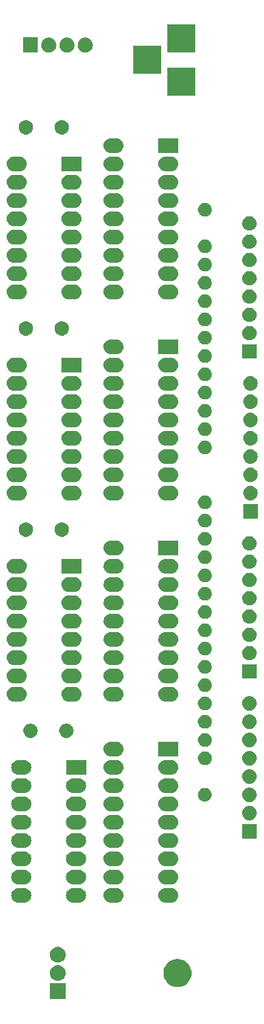
<source format=gbr>
%TF.GenerationSoftware,KiCad,Pcbnew,5.0.2-bee76a0~70~ubuntu16.04.1*%
%TF.CreationDate,2019-05-23T19:14:39-07:00*%
%TF.ProjectId,vfd_driver,7666645f-6472-4697-9665-722e6b696361,rev?*%
%TF.SameCoordinates,Original*%
%TF.FileFunction,Soldermask,Bot*%
%TF.FilePolarity,Negative*%
%FSLAX46Y46*%
G04 Gerber Fmt 4.6, Leading zero omitted, Abs format (unit mm)*
G04 Created by KiCad (PCBNEW 5.0.2-bee76a0~70~ubuntu16.04.1) date Thu 23 May 2019 07:14:39 PM PDT*
%MOMM*%
%LPD*%
G01*
G04 APERTURE LIST*
%ADD10C,0.100000*%
G04 APERTURE END LIST*
D10*
G36*
X61910000Y-171915000D02*
X59710000Y-171915000D01*
X59710000Y-169715000D01*
X61910000Y-169715000D01*
X61910000Y-171915000D01*
X61910000Y-171915000D01*
G37*
G36*
X77852263Y-166353214D02*
X77852266Y-166353215D01*
X77852267Y-166353215D01*
X78219843Y-166464718D01*
X78558604Y-166645789D01*
X78855530Y-166889470D01*
X79099211Y-167186396D01*
X79280282Y-167525157D01*
X79379432Y-167852012D01*
X79391786Y-167892737D01*
X79429435Y-168275000D01*
X79391786Y-168657263D01*
X79391785Y-168657266D01*
X79391785Y-168657267D01*
X79280282Y-169024843D01*
X79099211Y-169363604D01*
X78855530Y-169660530D01*
X78558604Y-169904211D01*
X78219843Y-170085282D01*
X77852267Y-170196785D01*
X77852266Y-170196785D01*
X77852263Y-170196786D01*
X77565799Y-170225000D01*
X77374201Y-170225000D01*
X77087737Y-170196786D01*
X77087734Y-170196785D01*
X77087733Y-170196785D01*
X76720157Y-170085282D01*
X76381396Y-169904211D01*
X76084470Y-169660530D01*
X75840789Y-169363604D01*
X75659718Y-169024843D01*
X75548215Y-168657267D01*
X75548215Y-168657266D01*
X75548214Y-168657263D01*
X75510565Y-168275000D01*
X75548214Y-167892737D01*
X75560568Y-167852012D01*
X75659718Y-167525157D01*
X75840789Y-167186396D01*
X76084470Y-166889470D01*
X76381396Y-166645789D01*
X76720157Y-166464718D01*
X77087733Y-166353215D01*
X77087734Y-166353215D01*
X77087737Y-166353214D01*
X77374201Y-166325000D01*
X77565799Y-166325000D01*
X77852263Y-166353214D01*
X77852263Y-166353214D01*
G37*
G36*
X61025639Y-167190916D02*
X61232986Y-167253815D01*
X61232988Y-167253816D01*
X61424084Y-167355958D01*
X61591581Y-167493419D01*
X61729042Y-167660916D01*
X61831184Y-167852012D01*
X61894084Y-168059362D01*
X61915322Y-168275000D01*
X61894084Y-168490638D01*
X61831184Y-168697988D01*
X61729042Y-168889084D01*
X61591581Y-169056581D01*
X61424084Y-169194042D01*
X61232988Y-169296184D01*
X61232986Y-169296185D01*
X61025639Y-169359084D01*
X60864038Y-169375000D01*
X60755962Y-169375000D01*
X60594361Y-169359084D01*
X60387014Y-169296185D01*
X60387012Y-169296184D01*
X60195916Y-169194042D01*
X60028419Y-169056581D01*
X59890958Y-168889084D01*
X59788816Y-168697988D01*
X59725916Y-168490638D01*
X59704678Y-168275000D01*
X59725916Y-168059362D01*
X59788816Y-167852012D01*
X59890958Y-167660916D01*
X60028419Y-167493419D01*
X60195916Y-167355958D01*
X60387012Y-167253816D01*
X60387014Y-167253815D01*
X60594361Y-167190916D01*
X60755962Y-167175000D01*
X60864038Y-167175000D01*
X61025639Y-167190916D01*
X61025639Y-167190916D01*
G37*
G36*
X61025639Y-164650916D02*
X61232986Y-164713815D01*
X61232988Y-164713816D01*
X61424084Y-164815958D01*
X61591581Y-164953419D01*
X61729042Y-165120916D01*
X61831184Y-165312012D01*
X61894084Y-165519362D01*
X61915322Y-165735000D01*
X61894084Y-165950638D01*
X61831184Y-166157988D01*
X61729042Y-166349084D01*
X61591581Y-166516581D01*
X61424084Y-166654042D01*
X61232988Y-166756184D01*
X61232986Y-166756185D01*
X61025639Y-166819084D01*
X60864038Y-166835000D01*
X60755962Y-166835000D01*
X60594361Y-166819084D01*
X60387014Y-166756185D01*
X60387012Y-166756184D01*
X60195916Y-166654042D01*
X60028419Y-166516581D01*
X59890958Y-166349084D01*
X59788816Y-166157988D01*
X59725916Y-165950638D01*
X59704678Y-165735000D01*
X59725916Y-165519362D01*
X59788816Y-165312012D01*
X59890958Y-165120916D01*
X60028419Y-164953419D01*
X60195916Y-164815958D01*
X60387012Y-164713816D01*
X60387014Y-164713815D01*
X60594361Y-164650916D01*
X60755962Y-164635000D01*
X60864038Y-164635000D01*
X61025639Y-164650916D01*
X61025639Y-164650916D01*
G37*
G36*
X63946030Y-156494469D02*
X63946033Y-156494470D01*
X63946034Y-156494470D01*
X64134535Y-156551651D01*
X64134537Y-156551652D01*
X64308260Y-156644509D01*
X64460528Y-156769472D01*
X64585491Y-156921740D01*
X64678348Y-157095463D01*
X64735531Y-157283970D01*
X64754838Y-157480000D01*
X64735531Y-157676030D01*
X64678348Y-157864537D01*
X64585491Y-158038260D01*
X64460528Y-158190528D01*
X64308260Y-158315491D01*
X64308258Y-158315492D01*
X64134535Y-158408349D01*
X63946034Y-158465530D01*
X63946033Y-158465530D01*
X63946030Y-158465531D01*
X63799124Y-158480000D01*
X62900876Y-158480000D01*
X62753970Y-158465531D01*
X62753967Y-158465530D01*
X62753966Y-158465530D01*
X62565465Y-158408349D01*
X62391742Y-158315492D01*
X62391740Y-158315491D01*
X62239472Y-158190528D01*
X62114509Y-158038260D01*
X62021652Y-157864537D01*
X61964469Y-157676030D01*
X61945162Y-157480000D01*
X61964469Y-157283970D01*
X62021652Y-157095463D01*
X62114509Y-156921740D01*
X62239472Y-156769472D01*
X62391740Y-156644509D01*
X62565463Y-156551652D01*
X62565465Y-156551651D01*
X62753966Y-156494470D01*
X62753967Y-156494470D01*
X62753970Y-156494469D01*
X62900876Y-156480000D01*
X63799124Y-156480000D01*
X63946030Y-156494469D01*
X63946030Y-156494469D01*
G37*
G36*
X76796030Y-156494469D02*
X76796033Y-156494470D01*
X76796034Y-156494470D01*
X76984535Y-156551651D01*
X76984537Y-156551652D01*
X77158260Y-156644509D01*
X77310528Y-156769472D01*
X77435491Y-156921740D01*
X77528348Y-157095463D01*
X77585531Y-157283970D01*
X77604838Y-157480000D01*
X77585531Y-157676030D01*
X77528348Y-157864537D01*
X77435491Y-158038260D01*
X77310528Y-158190528D01*
X77158260Y-158315491D01*
X77158258Y-158315492D01*
X76984535Y-158408349D01*
X76796034Y-158465530D01*
X76796033Y-158465530D01*
X76796030Y-158465531D01*
X76649124Y-158480000D01*
X75750876Y-158480000D01*
X75603970Y-158465531D01*
X75603967Y-158465530D01*
X75603966Y-158465530D01*
X75415465Y-158408349D01*
X75241742Y-158315492D01*
X75241740Y-158315491D01*
X75089472Y-158190528D01*
X74964509Y-158038260D01*
X74871652Y-157864537D01*
X74814469Y-157676030D01*
X74795162Y-157480000D01*
X74814469Y-157283970D01*
X74871652Y-157095463D01*
X74964509Y-156921740D01*
X75089472Y-156769472D01*
X75241740Y-156644509D01*
X75415463Y-156551652D01*
X75415465Y-156551651D01*
X75603966Y-156494470D01*
X75603967Y-156494470D01*
X75603970Y-156494469D01*
X75750876Y-156480000D01*
X76649124Y-156480000D01*
X76796030Y-156494469D01*
X76796030Y-156494469D01*
G37*
G36*
X69176030Y-156494469D02*
X69176033Y-156494470D01*
X69176034Y-156494470D01*
X69364535Y-156551651D01*
X69364537Y-156551652D01*
X69538260Y-156644509D01*
X69690528Y-156769472D01*
X69815491Y-156921740D01*
X69908348Y-157095463D01*
X69965531Y-157283970D01*
X69984838Y-157480000D01*
X69965531Y-157676030D01*
X69908348Y-157864537D01*
X69815491Y-158038260D01*
X69690528Y-158190528D01*
X69538260Y-158315491D01*
X69538258Y-158315492D01*
X69364535Y-158408349D01*
X69176034Y-158465530D01*
X69176033Y-158465530D01*
X69176030Y-158465531D01*
X69029124Y-158480000D01*
X68130876Y-158480000D01*
X67983970Y-158465531D01*
X67983967Y-158465530D01*
X67983966Y-158465530D01*
X67795465Y-158408349D01*
X67621742Y-158315492D01*
X67621740Y-158315491D01*
X67469472Y-158190528D01*
X67344509Y-158038260D01*
X67251652Y-157864537D01*
X67194469Y-157676030D01*
X67175162Y-157480000D01*
X67194469Y-157283970D01*
X67251652Y-157095463D01*
X67344509Y-156921740D01*
X67469472Y-156769472D01*
X67621740Y-156644509D01*
X67795463Y-156551652D01*
X67795465Y-156551651D01*
X67983966Y-156494470D01*
X67983967Y-156494470D01*
X67983970Y-156494469D01*
X68130876Y-156480000D01*
X69029124Y-156480000D01*
X69176030Y-156494469D01*
X69176030Y-156494469D01*
G37*
G36*
X56326030Y-156494469D02*
X56326033Y-156494470D01*
X56326034Y-156494470D01*
X56514535Y-156551651D01*
X56514537Y-156551652D01*
X56688260Y-156644509D01*
X56840528Y-156769472D01*
X56965491Y-156921740D01*
X57058348Y-157095463D01*
X57115531Y-157283970D01*
X57134838Y-157480000D01*
X57115531Y-157676030D01*
X57058348Y-157864537D01*
X56965491Y-158038260D01*
X56840528Y-158190528D01*
X56688260Y-158315491D01*
X56688258Y-158315492D01*
X56514535Y-158408349D01*
X56326034Y-158465530D01*
X56326033Y-158465530D01*
X56326030Y-158465531D01*
X56179124Y-158480000D01*
X55280876Y-158480000D01*
X55133970Y-158465531D01*
X55133967Y-158465530D01*
X55133966Y-158465530D01*
X54945465Y-158408349D01*
X54771742Y-158315492D01*
X54771740Y-158315491D01*
X54619472Y-158190528D01*
X54494509Y-158038260D01*
X54401652Y-157864537D01*
X54344469Y-157676030D01*
X54325162Y-157480000D01*
X54344469Y-157283970D01*
X54401652Y-157095463D01*
X54494509Y-156921740D01*
X54619472Y-156769472D01*
X54771740Y-156644509D01*
X54945463Y-156551652D01*
X54945465Y-156551651D01*
X55133966Y-156494470D01*
X55133967Y-156494470D01*
X55133970Y-156494469D01*
X55280876Y-156480000D01*
X56179124Y-156480000D01*
X56326030Y-156494469D01*
X56326030Y-156494469D01*
G37*
G36*
X56326030Y-153954469D02*
X56326033Y-153954470D01*
X56326034Y-153954470D01*
X56514535Y-154011651D01*
X56514537Y-154011652D01*
X56688260Y-154104509D01*
X56840528Y-154229472D01*
X56965491Y-154381740D01*
X57058348Y-154555463D01*
X57115531Y-154743970D01*
X57134838Y-154940000D01*
X57115531Y-155136030D01*
X57058348Y-155324537D01*
X56965491Y-155498260D01*
X56840528Y-155650528D01*
X56688260Y-155775491D01*
X56688258Y-155775492D01*
X56514535Y-155868349D01*
X56326034Y-155925530D01*
X56326033Y-155925530D01*
X56326030Y-155925531D01*
X56179124Y-155940000D01*
X55280876Y-155940000D01*
X55133970Y-155925531D01*
X55133967Y-155925530D01*
X55133966Y-155925530D01*
X54945465Y-155868349D01*
X54771742Y-155775492D01*
X54771740Y-155775491D01*
X54619472Y-155650528D01*
X54494509Y-155498260D01*
X54401652Y-155324537D01*
X54344469Y-155136030D01*
X54325162Y-154940000D01*
X54344469Y-154743970D01*
X54401652Y-154555463D01*
X54494509Y-154381740D01*
X54619472Y-154229472D01*
X54771740Y-154104509D01*
X54945463Y-154011652D01*
X54945465Y-154011651D01*
X55133966Y-153954470D01*
X55133967Y-153954470D01*
X55133970Y-153954469D01*
X55280876Y-153940000D01*
X56179124Y-153940000D01*
X56326030Y-153954469D01*
X56326030Y-153954469D01*
G37*
G36*
X76796030Y-153954469D02*
X76796033Y-153954470D01*
X76796034Y-153954470D01*
X76984535Y-154011651D01*
X76984537Y-154011652D01*
X77158260Y-154104509D01*
X77310528Y-154229472D01*
X77435491Y-154381740D01*
X77528348Y-154555463D01*
X77585531Y-154743970D01*
X77604838Y-154940000D01*
X77585531Y-155136030D01*
X77528348Y-155324537D01*
X77435491Y-155498260D01*
X77310528Y-155650528D01*
X77158260Y-155775491D01*
X77158258Y-155775492D01*
X76984535Y-155868349D01*
X76796034Y-155925530D01*
X76796033Y-155925530D01*
X76796030Y-155925531D01*
X76649124Y-155940000D01*
X75750876Y-155940000D01*
X75603970Y-155925531D01*
X75603967Y-155925530D01*
X75603966Y-155925530D01*
X75415465Y-155868349D01*
X75241742Y-155775492D01*
X75241740Y-155775491D01*
X75089472Y-155650528D01*
X74964509Y-155498260D01*
X74871652Y-155324537D01*
X74814469Y-155136030D01*
X74795162Y-154940000D01*
X74814469Y-154743970D01*
X74871652Y-154555463D01*
X74964509Y-154381740D01*
X75089472Y-154229472D01*
X75241740Y-154104509D01*
X75415463Y-154011652D01*
X75415465Y-154011651D01*
X75603966Y-153954470D01*
X75603967Y-153954470D01*
X75603970Y-153954469D01*
X75750876Y-153940000D01*
X76649124Y-153940000D01*
X76796030Y-153954469D01*
X76796030Y-153954469D01*
G37*
G36*
X69176030Y-153954469D02*
X69176033Y-153954470D01*
X69176034Y-153954470D01*
X69364535Y-154011651D01*
X69364537Y-154011652D01*
X69538260Y-154104509D01*
X69690528Y-154229472D01*
X69815491Y-154381740D01*
X69908348Y-154555463D01*
X69965531Y-154743970D01*
X69984838Y-154940000D01*
X69965531Y-155136030D01*
X69908348Y-155324537D01*
X69815491Y-155498260D01*
X69690528Y-155650528D01*
X69538260Y-155775491D01*
X69538258Y-155775492D01*
X69364535Y-155868349D01*
X69176034Y-155925530D01*
X69176033Y-155925530D01*
X69176030Y-155925531D01*
X69029124Y-155940000D01*
X68130876Y-155940000D01*
X67983970Y-155925531D01*
X67983967Y-155925530D01*
X67983966Y-155925530D01*
X67795465Y-155868349D01*
X67621742Y-155775492D01*
X67621740Y-155775491D01*
X67469472Y-155650528D01*
X67344509Y-155498260D01*
X67251652Y-155324537D01*
X67194469Y-155136030D01*
X67175162Y-154940000D01*
X67194469Y-154743970D01*
X67251652Y-154555463D01*
X67344509Y-154381740D01*
X67469472Y-154229472D01*
X67621740Y-154104509D01*
X67795463Y-154011652D01*
X67795465Y-154011651D01*
X67983966Y-153954470D01*
X67983967Y-153954470D01*
X67983970Y-153954469D01*
X68130876Y-153940000D01*
X69029124Y-153940000D01*
X69176030Y-153954469D01*
X69176030Y-153954469D01*
G37*
G36*
X63946030Y-153954469D02*
X63946033Y-153954470D01*
X63946034Y-153954470D01*
X64134535Y-154011651D01*
X64134537Y-154011652D01*
X64308260Y-154104509D01*
X64460528Y-154229472D01*
X64585491Y-154381740D01*
X64678348Y-154555463D01*
X64735531Y-154743970D01*
X64754838Y-154940000D01*
X64735531Y-155136030D01*
X64678348Y-155324537D01*
X64585491Y-155498260D01*
X64460528Y-155650528D01*
X64308260Y-155775491D01*
X64308258Y-155775492D01*
X64134535Y-155868349D01*
X63946034Y-155925530D01*
X63946033Y-155925530D01*
X63946030Y-155925531D01*
X63799124Y-155940000D01*
X62900876Y-155940000D01*
X62753970Y-155925531D01*
X62753967Y-155925530D01*
X62753966Y-155925530D01*
X62565465Y-155868349D01*
X62391742Y-155775492D01*
X62391740Y-155775491D01*
X62239472Y-155650528D01*
X62114509Y-155498260D01*
X62021652Y-155324537D01*
X61964469Y-155136030D01*
X61945162Y-154940000D01*
X61964469Y-154743970D01*
X62021652Y-154555463D01*
X62114509Y-154381740D01*
X62239472Y-154229472D01*
X62391740Y-154104509D01*
X62565463Y-154011652D01*
X62565465Y-154011651D01*
X62753966Y-153954470D01*
X62753967Y-153954470D01*
X62753970Y-153954469D01*
X62900876Y-153940000D01*
X63799124Y-153940000D01*
X63946030Y-153954469D01*
X63946030Y-153954469D01*
G37*
G36*
X69176030Y-151414469D02*
X69176033Y-151414470D01*
X69176034Y-151414470D01*
X69364535Y-151471651D01*
X69364537Y-151471652D01*
X69538260Y-151564509D01*
X69690528Y-151689472D01*
X69815491Y-151841740D01*
X69908348Y-152015463D01*
X69965531Y-152203970D01*
X69984838Y-152400000D01*
X69965531Y-152596030D01*
X69908348Y-152784537D01*
X69815491Y-152958260D01*
X69690528Y-153110528D01*
X69538260Y-153235491D01*
X69538258Y-153235492D01*
X69364535Y-153328349D01*
X69176034Y-153385530D01*
X69176033Y-153385530D01*
X69176030Y-153385531D01*
X69029124Y-153400000D01*
X68130876Y-153400000D01*
X67983970Y-153385531D01*
X67983967Y-153385530D01*
X67983966Y-153385530D01*
X67795465Y-153328349D01*
X67621742Y-153235492D01*
X67621740Y-153235491D01*
X67469472Y-153110528D01*
X67344509Y-152958260D01*
X67251652Y-152784537D01*
X67194469Y-152596030D01*
X67175162Y-152400000D01*
X67194469Y-152203970D01*
X67251652Y-152015463D01*
X67344509Y-151841740D01*
X67469472Y-151689472D01*
X67621740Y-151564509D01*
X67795463Y-151471652D01*
X67795465Y-151471651D01*
X67983966Y-151414470D01*
X67983967Y-151414470D01*
X67983970Y-151414469D01*
X68130876Y-151400000D01*
X69029124Y-151400000D01*
X69176030Y-151414469D01*
X69176030Y-151414469D01*
G37*
G36*
X56326030Y-151414469D02*
X56326033Y-151414470D01*
X56326034Y-151414470D01*
X56514535Y-151471651D01*
X56514537Y-151471652D01*
X56688260Y-151564509D01*
X56840528Y-151689472D01*
X56965491Y-151841740D01*
X57058348Y-152015463D01*
X57115531Y-152203970D01*
X57134838Y-152400000D01*
X57115531Y-152596030D01*
X57058348Y-152784537D01*
X56965491Y-152958260D01*
X56840528Y-153110528D01*
X56688260Y-153235491D01*
X56688258Y-153235492D01*
X56514535Y-153328349D01*
X56326034Y-153385530D01*
X56326033Y-153385530D01*
X56326030Y-153385531D01*
X56179124Y-153400000D01*
X55280876Y-153400000D01*
X55133970Y-153385531D01*
X55133967Y-153385530D01*
X55133966Y-153385530D01*
X54945465Y-153328349D01*
X54771742Y-153235492D01*
X54771740Y-153235491D01*
X54619472Y-153110528D01*
X54494509Y-152958260D01*
X54401652Y-152784537D01*
X54344469Y-152596030D01*
X54325162Y-152400000D01*
X54344469Y-152203970D01*
X54401652Y-152015463D01*
X54494509Y-151841740D01*
X54619472Y-151689472D01*
X54771740Y-151564509D01*
X54945463Y-151471652D01*
X54945465Y-151471651D01*
X55133966Y-151414470D01*
X55133967Y-151414470D01*
X55133970Y-151414469D01*
X55280876Y-151400000D01*
X56179124Y-151400000D01*
X56326030Y-151414469D01*
X56326030Y-151414469D01*
G37*
G36*
X76796030Y-151414469D02*
X76796033Y-151414470D01*
X76796034Y-151414470D01*
X76984535Y-151471651D01*
X76984537Y-151471652D01*
X77158260Y-151564509D01*
X77310528Y-151689472D01*
X77435491Y-151841740D01*
X77528348Y-152015463D01*
X77585531Y-152203970D01*
X77604838Y-152400000D01*
X77585531Y-152596030D01*
X77528348Y-152784537D01*
X77435491Y-152958260D01*
X77310528Y-153110528D01*
X77158260Y-153235491D01*
X77158258Y-153235492D01*
X76984535Y-153328349D01*
X76796034Y-153385530D01*
X76796033Y-153385530D01*
X76796030Y-153385531D01*
X76649124Y-153400000D01*
X75750876Y-153400000D01*
X75603970Y-153385531D01*
X75603967Y-153385530D01*
X75603966Y-153385530D01*
X75415465Y-153328349D01*
X75241742Y-153235492D01*
X75241740Y-153235491D01*
X75089472Y-153110528D01*
X74964509Y-152958260D01*
X74871652Y-152784537D01*
X74814469Y-152596030D01*
X74795162Y-152400000D01*
X74814469Y-152203970D01*
X74871652Y-152015463D01*
X74964509Y-151841740D01*
X75089472Y-151689472D01*
X75241740Y-151564509D01*
X75415463Y-151471652D01*
X75415465Y-151471651D01*
X75603966Y-151414470D01*
X75603967Y-151414470D01*
X75603970Y-151414469D01*
X75750876Y-151400000D01*
X76649124Y-151400000D01*
X76796030Y-151414469D01*
X76796030Y-151414469D01*
G37*
G36*
X63946030Y-151414469D02*
X63946033Y-151414470D01*
X63946034Y-151414470D01*
X64134535Y-151471651D01*
X64134537Y-151471652D01*
X64308260Y-151564509D01*
X64460528Y-151689472D01*
X64585491Y-151841740D01*
X64678348Y-152015463D01*
X64735531Y-152203970D01*
X64754838Y-152400000D01*
X64735531Y-152596030D01*
X64678348Y-152784537D01*
X64585491Y-152958260D01*
X64460528Y-153110528D01*
X64308260Y-153235491D01*
X64308258Y-153235492D01*
X64134535Y-153328349D01*
X63946034Y-153385530D01*
X63946033Y-153385530D01*
X63946030Y-153385531D01*
X63799124Y-153400000D01*
X62900876Y-153400000D01*
X62753970Y-153385531D01*
X62753967Y-153385530D01*
X62753966Y-153385530D01*
X62565465Y-153328349D01*
X62391742Y-153235492D01*
X62391740Y-153235491D01*
X62239472Y-153110528D01*
X62114509Y-152958260D01*
X62021652Y-152784537D01*
X61964469Y-152596030D01*
X61945162Y-152400000D01*
X61964469Y-152203970D01*
X62021652Y-152015463D01*
X62114509Y-151841740D01*
X62239472Y-151689472D01*
X62391740Y-151564509D01*
X62565463Y-151471652D01*
X62565465Y-151471651D01*
X62753966Y-151414470D01*
X62753967Y-151414470D01*
X62753970Y-151414469D01*
X62900876Y-151400000D01*
X63799124Y-151400000D01*
X63946030Y-151414469D01*
X63946030Y-151414469D01*
G37*
G36*
X69176030Y-148874469D02*
X69176033Y-148874470D01*
X69176034Y-148874470D01*
X69364535Y-148931651D01*
X69364537Y-148931652D01*
X69538260Y-149024509D01*
X69690528Y-149149472D01*
X69815491Y-149301740D01*
X69815492Y-149301742D01*
X69908349Y-149475465D01*
X69965530Y-149663966D01*
X69965531Y-149663970D01*
X69984838Y-149860000D01*
X69965531Y-150056030D01*
X69908348Y-150244537D01*
X69815491Y-150418260D01*
X69690528Y-150570528D01*
X69538260Y-150695491D01*
X69538258Y-150695492D01*
X69364535Y-150788349D01*
X69176034Y-150845530D01*
X69176033Y-150845530D01*
X69176030Y-150845531D01*
X69029124Y-150860000D01*
X68130876Y-150860000D01*
X67983970Y-150845531D01*
X67983967Y-150845530D01*
X67983966Y-150845530D01*
X67795465Y-150788349D01*
X67621742Y-150695492D01*
X67621740Y-150695491D01*
X67469472Y-150570528D01*
X67344509Y-150418260D01*
X67251652Y-150244537D01*
X67194469Y-150056030D01*
X67175162Y-149860000D01*
X67194469Y-149663970D01*
X67194470Y-149663966D01*
X67251651Y-149475465D01*
X67344508Y-149301742D01*
X67344509Y-149301740D01*
X67469472Y-149149472D01*
X67621740Y-149024509D01*
X67795463Y-148931652D01*
X67795465Y-148931651D01*
X67983966Y-148874470D01*
X67983967Y-148874470D01*
X67983970Y-148874469D01*
X68130876Y-148860000D01*
X69029124Y-148860000D01*
X69176030Y-148874469D01*
X69176030Y-148874469D01*
G37*
G36*
X56326030Y-148874469D02*
X56326033Y-148874470D01*
X56326034Y-148874470D01*
X56514535Y-148931651D01*
X56514537Y-148931652D01*
X56688260Y-149024509D01*
X56840528Y-149149472D01*
X56965491Y-149301740D01*
X56965492Y-149301742D01*
X57058349Y-149475465D01*
X57115530Y-149663966D01*
X57115531Y-149663970D01*
X57134838Y-149860000D01*
X57115531Y-150056030D01*
X57058348Y-150244537D01*
X56965491Y-150418260D01*
X56840528Y-150570528D01*
X56688260Y-150695491D01*
X56688258Y-150695492D01*
X56514535Y-150788349D01*
X56326034Y-150845530D01*
X56326033Y-150845530D01*
X56326030Y-150845531D01*
X56179124Y-150860000D01*
X55280876Y-150860000D01*
X55133970Y-150845531D01*
X55133967Y-150845530D01*
X55133966Y-150845530D01*
X54945465Y-150788349D01*
X54771742Y-150695492D01*
X54771740Y-150695491D01*
X54619472Y-150570528D01*
X54494509Y-150418260D01*
X54401652Y-150244537D01*
X54344469Y-150056030D01*
X54325162Y-149860000D01*
X54344469Y-149663970D01*
X54344470Y-149663966D01*
X54401651Y-149475465D01*
X54494508Y-149301742D01*
X54494509Y-149301740D01*
X54619472Y-149149472D01*
X54771740Y-149024509D01*
X54945463Y-148931652D01*
X54945465Y-148931651D01*
X55133966Y-148874470D01*
X55133967Y-148874470D01*
X55133970Y-148874469D01*
X55280876Y-148860000D01*
X56179124Y-148860000D01*
X56326030Y-148874469D01*
X56326030Y-148874469D01*
G37*
G36*
X63946030Y-148874469D02*
X63946033Y-148874470D01*
X63946034Y-148874470D01*
X64134535Y-148931651D01*
X64134537Y-148931652D01*
X64308260Y-149024509D01*
X64460528Y-149149472D01*
X64585491Y-149301740D01*
X64585492Y-149301742D01*
X64678349Y-149475465D01*
X64735530Y-149663966D01*
X64735531Y-149663970D01*
X64754838Y-149860000D01*
X64735531Y-150056030D01*
X64678348Y-150244537D01*
X64585491Y-150418260D01*
X64460528Y-150570528D01*
X64308260Y-150695491D01*
X64308258Y-150695492D01*
X64134535Y-150788349D01*
X63946034Y-150845530D01*
X63946033Y-150845530D01*
X63946030Y-150845531D01*
X63799124Y-150860000D01*
X62900876Y-150860000D01*
X62753970Y-150845531D01*
X62753967Y-150845530D01*
X62753966Y-150845530D01*
X62565465Y-150788349D01*
X62391742Y-150695492D01*
X62391740Y-150695491D01*
X62239472Y-150570528D01*
X62114509Y-150418260D01*
X62021652Y-150244537D01*
X61964469Y-150056030D01*
X61945162Y-149860000D01*
X61964469Y-149663970D01*
X61964470Y-149663966D01*
X62021651Y-149475465D01*
X62114508Y-149301742D01*
X62114509Y-149301740D01*
X62239472Y-149149472D01*
X62391740Y-149024509D01*
X62565463Y-148931652D01*
X62565465Y-148931651D01*
X62753966Y-148874470D01*
X62753967Y-148874470D01*
X62753970Y-148874469D01*
X62900876Y-148860000D01*
X63799124Y-148860000D01*
X63946030Y-148874469D01*
X63946030Y-148874469D01*
G37*
G36*
X76796030Y-148874469D02*
X76796033Y-148874470D01*
X76796034Y-148874470D01*
X76984535Y-148931651D01*
X76984537Y-148931652D01*
X77158260Y-149024509D01*
X77310528Y-149149472D01*
X77435491Y-149301740D01*
X77435492Y-149301742D01*
X77528349Y-149475465D01*
X77585530Y-149663966D01*
X77585531Y-149663970D01*
X77604838Y-149860000D01*
X77585531Y-150056030D01*
X77528348Y-150244537D01*
X77435491Y-150418260D01*
X77310528Y-150570528D01*
X77158260Y-150695491D01*
X77158258Y-150695492D01*
X76984535Y-150788349D01*
X76796034Y-150845530D01*
X76796033Y-150845530D01*
X76796030Y-150845531D01*
X76649124Y-150860000D01*
X75750876Y-150860000D01*
X75603970Y-150845531D01*
X75603967Y-150845530D01*
X75603966Y-150845530D01*
X75415465Y-150788349D01*
X75241742Y-150695492D01*
X75241740Y-150695491D01*
X75089472Y-150570528D01*
X74964509Y-150418260D01*
X74871652Y-150244537D01*
X74814469Y-150056030D01*
X74795162Y-149860000D01*
X74814469Y-149663970D01*
X74814470Y-149663966D01*
X74871651Y-149475465D01*
X74964508Y-149301742D01*
X74964509Y-149301740D01*
X75089472Y-149149472D01*
X75241740Y-149024509D01*
X75415463Y-148931652D01*
X75415465Y-148931651D01*
X75603966Y-148874470D01*
X75603967Y-148874470D01*
X75603970Y-148874469D01*
X75750876Y-148860000D01*
X76649124Y-148860000D01*
X76796030Y-148874469D01*
X76796030Y-148874469D01*
G37*
G36*
X88480000Y-149590000D02*
X86480000Y-149590000D01*
X86480000Y-147590000D01*
X88480000Y-147590000D01*
X88480000Y-149590000D01*
X88480000Y-149590000D01*
G37*
G36*
X63946030Y-146334469D02*
X63946033Y-146334470D01*
X63946034Y-146334470D01*
X64134535Y-146391651D01*
X64134537Y-146391652D01*
X64308260Y-146484509D01*
X64460528Y-146609472D01*
X64585491Y-146761740D01*
X64585492Y-146761742D01*
X64678349Y-146935465D01*
X64735530Y-147123966D01*
X64735531Y-147123970D01*
X64754838Y-147320000D01*
X64735531Y-147516030D01*
X64735530Y-147516033D01*
X64735530Y-147516034D01*
X64713093Y-147590000D01*
X64678348Y-147704537D01*
X64585491Y-147878260D01*
X64460528Y-148030528D01*
X64308260Y-148155491D01*
X64308258Y-148155492D01*
X64134535Y-148248349D01*
X63946034Y-148305530D01*
X63946033Y-148305530D01*
X63946030Y-148305531D01*
X63799124Y-148320000D01*
X62900876Y-148320000D01*
X62753970Y-148305531D01*
X62753967Y-148305530D01*
X62753966Y-148305530D01*
X62565465Y-148248349D01*
X62391742Y-148155492D01*
X62391740Y-148155491D01*
X62239472Y-148030528D01*
X62114509Y-147878260D01*
X62021652Y-147704537D01*
X61986908Y-147590000D01*
X61964470Y-147516034D01*
X61964470Y-147516033D01*
X61964469Y-147516030D01*
X61945162Y-147320000D01*
X61964469Y-147123970D01*
X61964470Y-147123966D01*
X62021651Y-146935465D01*
X62114508Y-146761742D01*
X62114509Y-146761740D01*
X62239472Y-146609472D01*
X62391740Y-146484509D01*
X62565463Y-146391652D01*
X62565465Y-146391651D01*
X62753966Y-146334470D01*
X62753967Y-146334470D01*
X62753970Y-146334469D01*
X62900876Y-146320000D01*
X63799124Y-146320000D01*
X63946030Y-146334469D01*
X63946030Y-146334469D01*
G37*
G36*
X56326030Y-146334469D02*
X56326033Y-146334470D01*
X56326034Y-146334470D01*
X56514535Y-146391651D01*
X56514537Y-146391652D01*
X56688260Y-146484509D01*
X56840528Y-146609472D01*
X56965491Y-146761740D01*
X56965492Y-146761742D01*
X57058349Y-146935465D01*
X57115530Y-147123966D01*
X57115531Y-147123970D01*
X57134838Y-147320000D01*
X57115531Y-147516030D01*
X57115530Y-147516033D01*
X57115530Y-147516034D01*
X57093093Y-147590000D01*
X57058348Y-147704537D01*
X56965491Y-147878260D01*
X56840528Y-148030528D01*
X56688260Y-148155491D01*
X56688258Y-148155492D01*
X56514535Y-148248349D01*
X56326034Y-148305530D01*
X56326033Y-148305530D01*
X56326030Y-148305531D01*
X56179124Y-148320000D01*
X55280876Y-148320000D01*
X55133970Y-148305531D01*
X55133967Y-148305530D01*
X55133966Y-148305530D01*
X54945465Y-148248349D01*
X54771742Y-148155492D01*
X54771740Y-148155491D01*
X54619472Y-148030528D01*
X54494509Y-147878260D01*
X54401652Y-147704537D01*
X54366908Y-147590000D01*
X54344470Y-147516034D01*
X54344470Y-147516033D01*
X54344469Y-147516030D01*
X54325162Y-147320000D01*
X54344469Y-147123970D01*
X54344470Y-147123966D01*
X54401651Y-146935465D01*
X54494508Y-146761742D01*
X54494509Y-146761740D01*
X54619472Y-146609472D01*
X54771740Y-146484509D01*
X54945463Y-146391652D01*
X54945465Y-146391651D01*
X55133966Y-146334470D01*
X55133967Y-146334470D01*
X55133970Y-146334469D01*
X55280876Y-146320000D01*
X56179124Y-146320000D01*
X56326030Y-146334469D01*
X56326030Y-146334469D01*
G37*
G36*
X76796030Y-146334469D02*
X76796033Y-146334470D01*
X76796034Y-146334470D01*
X76984535Y-146391651D01*
X76984537Y-146391652D01*
X77158260Y-146484509D01*
X77310528Y-146609472D01*
X77435491Y-146761740D01*
X77435492Y-146761742D01*
X77528349Y-146935465D01*
X77585530Y-147123966D01*
X77585531Y-147123970D01*
X77604838Y-147320000D01*
X77585531Y-147516030D01*
X77585530Y-147516033D01*
X77585530Y-147516034D01*
X77563093Y-147590000D01*
X77528348Y-147704537D01*
X77435491Y-147878260D01*
X77310528Y-148030528D01*
X77158260Y-148155491D01*
X77158258Y-148155492D01*
X76984535Y-148248349D01*
X76796034Y-148305530D01*
X76796033Y-148305530D01*
X76796030Y-148305531D01*
X76649124Y-148320000D01*
X75750876Y-148320000D01*
X75603970Y-148305531D01*
X75603967Y-148305530D01*
X75603966Y-148305530D01*
X75415465Y-148248349D01*
X75241742Y-148155492D01*
X75241740Y-148155491D01*
X75089472Y-148030528D01*
X74964509Y-147878260D01*
X74871652Y-147704537D01*
X74836908Y-147590000D01*
X74814470Y-147516034D01*
X74814470Y-147516033D01*
X74814469Y-147516030D01*
X74795162Y-147320000D01*
X74814469Y-147123970D01*
X74814470Y-147123966D01*
X74871651Y-146935465D01*
X74964508Y-146761742D01*
X74964509Y-146761740D01*
X75089472Y-146609472D01*
X75241740Y-146484509D01*
X75415463Y-146391652D01*
X75415465Y-146391651D01*
X75603966Y-146334470D01*
X75603967Y-146334470D01*
X75603970Y-146334469D01*
X75750876Y-146320000D01*
X76649124Y-146320000D01*
X76796030Y-146334469D01*
X76796030Y-146334469D01*
G37*
G36*
X69176030Y-146334469D02*
X69176033Y-146334470D01*
X69176034Y-146334470D01*
X69364535Y-146391651D01*
X69364537Y-146391652D01*
X69538260Y-146484509D01*
X69690528Y-146609472D01*
X69815491Y-146761740D01*
X69815492Y-146761742D01*
X69908349Y-146935465D01*
X69965530Y-147123966D01*
X69965531Y-147123970D01*
X69984838Y-147320000D01*
X69965531Y-147516030D01*
X69965530Y-147516033D01*
X69965530Y-147516034D01*
X69943093Y-147590000D01*
X69908348Y-147704537D01*
X69815491Y-147878260D01*
X69690528Y-148030528D01*
X69538260Y-148155491D01*
X69538258Y-148155492D01*
X69364535Y-148248349D01*
X69176034Y-148305530D01*
X69176033Y-148305530D01*
X69176030Y-148305531D01*
X69029124Y-148320000D01*
X68130876Y-148320000D01*
X67983970Y-148305531D01*
X67983967Y-148305530D01*
X67983966Y-148305530D01*
X67795465Y-148248349D01*
X67621742Y-148155492D01*
X67621740Y-148155491D01*
X67469472Y-148030528D01*
X67344509Y-147878260D01*
X67251652Y-147704537D01*
X67216908Y-147590000D01*
X67194470Y-147516034D01*
X67194470Y-147516033D01*
X67194469Y-147516030D01*
X67175162Y-147320000D01*
X67194469Y-147123970D01*
X67194470Y-147123966D01*
X67251651Y-146935465D01*
X67344508Y-146761742D01*
X67344509Y-146761740D01*
X67469472Y-146609472D01*
X67621740Y-146484509D01*
X67795463Y-146391652D01*
X67795465Y-146391651D01*
X67983966Y-146334470D01*
X67983967Y-146334470D01*
X67983970Y-146334469D01*
X68130876Y-146320000D01*
X69029124Y-146320000D01*
X69176030Y-146334469D01*
X69176030Y-146334469D01*
G37*
G36*
X87676030Y-145064469D02*
X87676033Y-145064470D01*
X87676034Y-145064470D01*
X87864535Y-145121651D01*
X87864537Y-145121652D01*
X88038260Y-145214509D01*
X88190528Y-145339472D01*
X88315491Y-145491740D01*
X88315492Y-145491742D01*
X88408349Y-145665465D01*
X88465530Y-145853966D01*
X88465531Y-145853970D01*
X88484838Y-146050000D01*
X88465531Y-146246030D01*
X88465530Y-146246033D01*
X88465530Y-146246034D01*
X88421358Y-146391651D01*
X88408348Y-146434537D01*
X88315491Y-146608260D01*
X88190528Y-146760528D01*
X88038260Y-146885491D01*
X88038258Y-146885492D01*
X87864535Y-146978349D01*
X87676034Y-147035530D01*
X87676033Y-147035530D01*
X87676030Y-147035531D01*
X87529124Y-147050000D01*
X87430876Y-147050000D01*
X87283970Y-147035531D01*
X87283967Y-147035530D01*
X87283966Y-147035530D01*
X87095465Y-146978349D01*
X86921742Y-146885492D01*
X86921740Y-146885491D01*
X86769472Y-146760528D01*
X86644509Y-146608260D01*
X86551652Y-146434537D01*
X86538643Y-146391651D01*
X86494470Y-146246034D01*
X86494470Y-146246033D01*
X86494469Y-146246030D01*
X86475162Y-146050000D01*
X86494469Y-145853970D01*
X86494470Y-145853966D01*
X86551651Y-145665465D01*
X86644508Y-145491742D01*
X86644509Y-145491740D01*
X86769472Y-145339472D01*
X86921740Y-145214509D01*
X87095463Y-145121652D01*
X87095465Y-145121651D01*
X87283966Y-145064470D01*
X87283967Y-145064470D01*
X87283970Y-145064469D01*
X87430876Y-145050000D01*
X87529124Y-145050000D01*
X87676030Y-145064469D01*
X87676030Y-145064469D01*
G37*
G36*
X56326030Y-143794469D02*
X56326033Y-143794470D01*
X56326034Y-143794470D01*
X56514535Y-143851651D01*
X56514537Y-143851652D01*
X56688260Y-143944509D01*
X56840528Y-144069472D01*
X56965491Y-144221740D01*
X56965492Y-144221742D01*
X57058349Y-144395465D01*
X57115530Y-144583966D01*
X57115531Y-144583970D01*
X57134838Y-144780000D01*
X57115531Y-144976030D01*
X57115530Y-144976033D01*
X57115530Y-144976034D01*
X57071358Y-145121651D01*
X57058348Y-145164537D01*
X56965491Y-145338260D01*
X56840528Y-145490528D01*
X56688260Y-145615491D01*
X56688258Y-145615492D01*
X56514535Y-145708349D01*
X56326034Y-145765530D01*
X56326033Y-145765530D01*
X56326030Y-145765531D01*
X56179124Y-145780000D01*
X55280876Y-145780000D01*
X55133970Y-145765531D01*
X55133967Y-145765530D01*
X55133966Y-145765530D01*
X54945465Y-145708349D01*
X54771742Y-145615492D01*
X54771740Y-145615491D01*
X54619472Y-145490528D01*
X54494509Y-145338260D01*
X54401652Y-145164537D01*
X54388643Y-145121651D01*
X54344470Y-144976034D01*
X54344470Y-144976033D01*
X54344469Y-144976030D01*
X54325162Y-144780000D01*
X54344469Y-144583970D01*
X54344470Y-144583966D01*
X54401651Y-144395465D01*
X54494508Y-144221742D01*
X54494509Y-144221740D01*
X54619472Y-144069472D01*
X54771740Y-143944509D01*
X54945463Y-143851652D01*
X54945465Y-143851651D01*
X55133966Y-143794470D01*
X55133967Y-143794470D01*
X55133970Y-143794469D01*
X55280876Y-143780000D01*
X56179124Y-143780000D01*
X56326030Y-143794469D01*
X56326030Y-143794469D01*
G37*
G36*
X63946030Y-143794469D02*
X63946033Y-143794470D01*
X63946034Y-143794470D01*
X64134535Y-143851651D01*
X64134537Y-143851652D01*
X64308260Y-143944509D01*
X64460528Y-144069472D01*
X64585491Y-144221740D01*
X64585492Y-144221742D01*
X64678349Y-144395465D01*
X64735530Y-144583966D01*
X64735531Y-144583970D01*
X64754838Y-144780000D01*
X64735531Y-144976030D01*
X64735530Y-144976033D01*
X64735530Y-144976034D01*
X64691358Y-145121651D01*
X64678348Y-145164537D01*
X64585491Y-145338260D01*
X64460528Y-145490528D01*
X64308260Y-145615491D01*
X64308258Y-145615492D01*
X64134535Y-145708349D01*
X63946034Y-145765530D01*
X63946033Y-145765530D01*
X63946030Y-145765531D01*
X63799124Y-145780000D01*
X62900876Y-145780000D01*
X62753970Y-145765531D01*
X62753967Y-145765530D01*
X62753966Y-145765530D01*
X62565465Y-145708349D01*
X62391742Y-145615492D01*
X62391740Y-145615491D01*
X62239472Y-145490528D01*
X62114509Y-145338260D01*
X62021652Y-145164537D01*
X62008643Y-145121651D01*
X61964470Y-144976034D01*
X61964470Y-144976033D01*
X61964469Y-144976030D01*
X61945162Y-144780000D01*
X61964469Y-144583970D01*
X61964470Y-144583966D01*
X62021651Y-144395465D01*
X62114508Y-144221742D01*
X62114509Y-144221740D01*
X62239472Y-144069472D01*
X62391740Y-143944509D01*
X62565463Y-143851652D01*
X62565465Y-143851651D01*
X62753966Y-143794470D01*
X62753967Y-143794470D01*
X62753970Y-143794469D01*
X62900876Y-143780000D01*
X63799124Y-143780000D01*
X63946030Y-143794469D01*
X63946030Y-143794469D01*
G37*
G36*
X69176030Y-143794469D02*
X69176033Y-143794470D01*
X69176034Y-143794470D01*
X69364535Y-143851651D01*
X69364537Y-143851652D01*
X69538260Y-143944509D01*
X69690528Y-144069472D01*
X69815491Y-144221740D01*
X69815492Y-144221742D01*
X69908349Y-144395465D01*
X69965530Y-144583966D01*
X69965531Y-144583970D01*
X69984838Y-144780000D01*
X69965531Y-144976030D01*
X69965530Y-144976033D01*
X69965530Y-144976034D01*
X69921358Y-145121651D01*
X69908348Y-145164537D01*
X69815491Y-145338260D01*
X69690528Y-145490528D01*
X69538260Y-145615491D01*
X69538258Y-145615492D01*
X69364535Y-145708349D01*
X69176034Y-145765530D01*
X69176033Y-145765530D01*
X69176030Y-145765531D01*
X69029124Y-145780000D01*
X68130876Y-145780000D01*
X67983970Y-145765531D01*
X67983967Y-145765530D01*
X67983966Y-145765530D01*
X67795465Y-145708349D01*
X67621742Y-145615492D01*
X67621740Y-145615491D01*
X67469472Y-145490528D01*
X67344509Y-145338260D01*
X67251652Y-145164537D01*
X67238643Y-145121651D01*
X67194470Y-144976034D01*
X67194470Y-144976033D01*
X67194469Y-144976030D01*
X67175162Y-144780000D01*
X67194469Y-144583970D01*
X67194470Y-144583966D01*
X67251651Y-144395465D01*
X67344508Y-144221742D01*
X67344509Y-144221740D01*
X67469472Y-144069472D01*
X67621740Y-143944509D01*
X67795463Y-143851652D01*
X67795465Y-143851651D01*
X67983966Y-143794470D01*
X67983967Y-143794470D01*
X67983970Y-143794469D01*
X68130876Y-143780000D01*
X69029124Y-143780000D01*
X69176030Y-143794469D01*
X69176030Y-143794469D01*
G37*
G36*
X76796030Y-143794469D02*
X76796033Y-143794470D01*
X76796034Y-143794470D01*
X76984535Y-143851651D01*
X76984537Y-143851652D01*
X77158260Y-143944509D01*
X77310528Y-144069472D01*
X77435491Y-144221740D01*
X77435492Y-144221742D01*
X77528349Y-144395465D01*
X77585530Y-144583966D01*
X77585531Y-144583970D01*
X77604838Y-144780000D01*
X77585531Y-144976030D01*
X77585530Y-144976033D01*
X77585530Y-144976034D01*
X77541358Y-145121651D01*
X77528348Y-145164537D01*
X77435491Y-145338260D01*
X77310528Y-145490528D01*
X77158260Y-145615491D01*
X77158258Y-145615492D01*
X76984535Y-145708349D01*
X76796034Y-145765530D01*
X76796033Y-145765530D01*
X76796030Y-145765531D01*
X76649124Y-145780000D01*
X75750876Y-145780000D01*
X75603970Y-145765531D01*
X75603967Y-145765530D01*
X75603966Y-145765530D01*
X75415465Y-145708349D01*
X75241742Y-145615492D01*
X75241740Y-145615491D01*
X75089472Y-145490528D01*
X74964509Y-145338260D01*
X74871652Y-145164537D01*
X74858643Y-145121651D01*
X74814470Y-144976034D01*
X74814470Y-144976033D01*
X74814469Y-144976030D01*
X74795162Y-144780000D01*
X74814469Y-144583970D01*
X74814470Y-144583966D01*
X74871651Y-144395465D01*
X74964508Y-144221742D01*
X74964509Y-144221740D01*
X75089472Y-144069472D01*
X75241740Y-143944509D01*
X75415463Y-143851652D01*
X75415465Y-143851651D01*
X75603966Y-143794470D01*
X75603967Y-143794470D01*
X75603970Y-143794469D01*
X75750876Y-143780000D01*
X76649124Y-143780000D01*
X76796030Y-143794469D01*
X76796030Y-143794469D01*
G37*
G36*
X87676030Y-142524469D02*
X87676033Y-142524470D01*
X87676034Y-142524470D01*
X87864535Y-142581651D01*
X87864537Y-142581652D01*
X88038260Y-142674509D01*
X88190528Y-142799472D01*
X88315491Y-142951740D01*
X88315492Y-142951742D01*
X88408349Y-143125465D01*
X88465530Y-143313966D01*
X88465531Y-143313970D01*
X88484838Y-143510000D01*
X88465531Y-143706030D01*
X88465530Y-143706033D01*
X88465530Y-143706034D01*
X88412782Y-143879922D01*
X88408348Y-143894537D01*
X88315491Y-144068260D01*
X88190528Y-144220528D01*
X88038260Y-144345491D01*
X88038258Y-144345492D01*
X87864535Y-144438349D01*
X87676034Y-144495530D01*
X87676033Y-144495530D01*
X87676030Y-144495531D01*
X87529124Y-144510000D01*
X87430876Y-144510000D01*
X87283970Y-144495531D01*
X87283967Y-144495530D01*
X87283966Y-144495530D01*
X87095465Y-144438349D01*
X86921742Y-144345492D01*
X86921740Y-144345491D01*
X86769472Y-144220528D01*
X86644509Y-144068260D01*
X86551652Y-143894537D01*
X86547219Y-143879922D01*
X86494470Y-143706034D01*
X86494470Y-143706033D01*
X86494469Y-143706030D01*
X86475162Y-143510000D01*
X86494469Y-143313970D01*
X86494470Y-143313966D01*
X86551651Y-143125465D01*
X86644508Y-142951742D01*
X86644509Y-142951740D01*
X86769472Y-142799472D01*
X86921740Y-142674509D01*
X87095463Y-142581652D01*
X87095465Y-142581651D01*
X87283966Y-142524470D01*
X87283967Y-142524470D01*
X87283970Y-142524469D01*
X87430876Y-142510000D01*
X87529124Y-142510000D01*
X87676030Y-142524469D01*
X87676030Y-142524469D01*
G37*
G36*
X81468586Y-142561919D02*
X81649920Y-142616927D01*
X81817047Y-142706258D01*
X81963528Y-142826472D01*
X82083742Y-142972953D01*
X82173073Y-143140080D01*
X82228081Y-143321414D01*
X82246654Y-143510000D01*
X82228081Y-143698586D01*
X82173073Y-143879920D01*
X82083742Y-144047047D01*
X81963528Y-144193528D01*
X81817047Y-144313742D01*
X81649920Y-144403073D01*
X81468586Y-144458081D01*
X81327257Y-144472000D01*
X81232743Y-144472000D01*
X81091414Y-144458081D01*
X80910080Y-144403073D01*
X80742953Y-144313742D01*
X80596472Y-144193528D01*
X80476258Y-144047047D01*
X80386927Y-143879920D01*
X80331919Y-143698586D01*
X80313346Y-143510000D01*
X80331919Y-143321414D01*
X80386927Y-143140080D01*
X80476258Y-142972953D01*
X80596472Y-142826472D01*
X80742953Y-142706258D01*
X80910080Y-142616927D01*
X81091414Y-142561919D01*
X81232743Y-142548000D01*
X81327257Y-142548000D01*
X81468586Y-142561919D01*
X81468586Y-142561919D01*
G37*
G36*
X69176030Y-141254469D02*
X69176033Y-141254470D01*
X69176034Y-141254470D01*
X69364535Y-141311651D01*
X69364537Y-141311652D01*
X69538260Y-141404509D01*
X69690528Y-141529472D01*
X69815491Y-141681740D01*
X69815492Y-141681742D01*
X69908349Y-141855465D01*
X69965530Y-142043966D01*
X69965531Y-142043970D01*
X69984838Y-142240000D01*
X69965531Y-142436030D01*
X69965530Y-142436033D01*
X69965530Y-142436034D01*
X69910657Y-142616928D01*
X69908348Y-142624537D01*
X69815491Y-142798260D01*
X69690528Y-142950528D01*
X69538260Y-143075491D01*
X69538258Y-143075492D01*
X69364535Y-143168349D01*
X69176034Y-143225530D01*
X69176033Y-143225530D01*
X69176030Y-143225531D01*
X69029124Y-143240000D01*
X68130876Y-143240000D01*
X67983970Y-143225531D01*
X67983967Y-143225530D01*
X67983966Y-143225530D01*
X67795465Y-143168349D01*
X67621742Y-143075492D01*
X67621740Y-143075491D01*
X67469472Y-142950528D01*
X67344509Y-142798260D01*
X67251652Y-142624537D01*
X67249344Y-142616928D01*
X67194470Y-142436034D01*
X67194470Y-142436033D01*
X67194469Y-142436030D01*
X67175162Y-142240000D01*
X67194469Y-142043970D01*
X67194470Y-142043966D01*
X67251651Y-141855465D01*
X67344508Y-141681742D01*
X67344509Y-141681740D01*
X67469472Y-141529472D01*
X67621740Y-141404509D01*
X67795463Y-141311652D01*
X67795465Y-141311651D01*
X67983966Y-141254470D01*
X67983967Y-141254470D01*
X67983970Y-141254469D01*
X68130876Y-141240000D01*
X69029124Y-141240000D01*
X69176030Y-141254469D01*
X69176030Y-141254469D01*
G37*
G36*
X76796030Y-141254469D02*
X76796033Y-141254470D01*
X76796034Y-141254470D01*
X76984535Y-141311651D01*
X76984537Y-141311652D01*
X77158260Y-141404509D01*
X77310528Y-141529472D01*
X77435491Y-141681740D01*
X77435492Y-141681742D01*
X77528349Y-141855465D01*
X77585530Y-142043966D01*
X77585531Y-142043970D01*
X77604838Y-142240000D01*
X77585531Y-142436030D01*
X77585530Y-142436033D01*
X77585530Y-142436034D01*
X77530657Y-142616928D01*
X77528348Y-142624537D01*
X77435491Y-142798260D01*
X77310528Y-142950528D01*
X77158260Y-143075491D01*
X77158258Y-143075492D01*
X76984535Y-143168349D01*
X76796034Y-143225530D01*
X76796033Y-143225530D01*
X76796030Y-143225531D01*
X76649124Y-143240000D01*
X75750876Y-143240000D01*
X75603970Y-143225531D01*
X75603967Y-143225530D01*
X75603966Y-143225530D01*
X75415465Y-143168349D01*
X75241742Y-143075492D01*
X75241740Y-143075491D01*
X75089472Y-142950528D01*
X74964509Y-142798260D01*
X74871652Y-142624537D01*
X74869344Y-142616928D01*
X74814470Y-142436034D01*
X74814470Y-142436033D01*
X74814469Y-142436030D01*
X74795162Y-142240000D01*
X74814469Y-142043970D01*
X74814470Y-142043966D01*
X74871651Y-141855465D01*
X74964508Y-141681742D01*
X74964509Y-141681740D01*
X75089472Y-141529472D01*
X75241740Y-141404509D01*
X75415463Y-141311652D01*
X75415465Y-141311651D01*
X75603966Y-141254470D01*
X75603967Y-141254470D01*
X75603970Y-141254469D01*
X75750876Y-141240000D01*
X76649124Y-141240000D01*
X76796030Y-141254469D01*
X76796030Y-141254469D01*
G37*
G36*
X56326030Y-141254469D02*
X56326033Y-141254470D01*
X56326034Y-141254470D01*
X56514535Y-141311651D01*
X56514537Y-141311652D01*
X56688260Y-141404509D01*
X56840528Y-141529472D01*
X56965491Y-141681740D01*
X56965492Y-141681742D01*
X57058349Y-141855465D01*
X57115530Y-142043966D01*
X57115531Y-142043970D01*
X57134838Y-142240000D01*
X57115531Y-142436030D01*
X57115530Y-142436033D01*
X57115530Y-142436034D01*
X57060657Y-142616928D01*
X57058348Y-142624537D01*
X56965491Y-142798260D01*
X56840528Y-142950528D01*
X56688260Y-143075491D01*
X56688258Y-143075492D01*
X56514535Y-143168349D01*
X56326034Y-143225530D01*
X56326033Y-143225530D01*
X56326030Y-143225531D01*
X56179124Y-143240000D01*
X55280876Y-143240000D01*
X55133970Y-143225531D01*
X55133967Y-143225530D01*
X55133966Y-143225530D01*
X54945465Y-143168349D01*
X54771742Y-143075492D01*
X54771740Y-143075491D01*
X54619472Y-142950528D01*
X54494509Y-142798260D01*
X54401652Y-142624537D01*
X54399344Y-142616928D01*
X54344470Y-142436034D01*
X54344470Y-142436033D01*
X54344469Y-142436030D01*
X54325162Y-142240000D01*
X54344469Y-142043970D01*
X54344470Y-142043966D01*
X54401651Y-141855465D01*
X54494508Y-141681742D01*
X54494509Y-141681740D01*
X54619472Y-141529472D01*
X54771740Y-141404509D01*
X54945463Y-141311652D01*
X54945465Y-141311651D01*
X55133966Y-141254470D01*
X55133967Y-141254470D01*
X55133970Y-141254469D01*
X55280876Y-141240000D01*
X56179124Y-141240000D01*
X56326030Y-141254469D01*
X56326030Y-141254469D01*
G37*
G36*
X63946030Y-141254469D02*
X63946033Y-141254470D01*
X63946034Y-141254470D01*
X64134535Y-141311651D01*
X64134537Y-141311652D01*
X64308260Y-141404509D01*
X64460528Y-141529472D01*
X64585491Y-141681740D01*
X64585492Y-141681742D01*
X64678349Y-141855465D01*
X64735530Y-142043966D01*
X64735531Y-142043970D01*
X64754838Y-142240000D01*
X64735531Y-142436030D01*
X64735530Y-142436033D01*
X64735530Y-142436034D01*
X64680657Y-142616928D01*
X64678348Y-142624537D01*
X64585491Y-142798260D01*
X64460528Y-142950528D01*
X64308260Y-143075491D01*
X64308258Y-143075492D01*
X64134535Y-143168349D01*
X63946034Y-143225530D01*
X63946033Y-143225530D01*
X63946030Y-143225531D01*
X63799124Y-143240000D01*
X62900876Y-143240000D01*
X62753970Y-143225531D01*
X62753967Y-143225530D01*
X62753966Y-143225530D01*
X62565465Y-143168349D01*
X62391742Y-143075492D01*
X62391740Y-143075491D01*
X62239472Y-142950528D01*
X62114509Y-142798260D01*
X62021652Y-142624537D01*
X62019344Y-142616928D01*
X61964470Y-142436034D01*
X61964470Y-142436033D01*
X61964469Y-142436030D01*
X61945162Y-142240000D01*
X61964469Y-142043970D01*
X61964470Y-142043966D01*
X62021651Y-141855465D01*
X62114508Y-141681742D01*
X62114509Y-141681740D01*
X62239472Y-141529472D01*
X62391740Y-141404509D01*
X62565463Y-141311652D01*
X62565465Y-141311651D01*
X62753966Y-141254470D01*
X62753967Y-141254470D01*
X62753970Y-141254469D01*
X62900876Y-141240000D01*
X63799124Y-141240000D01*
X63946030Y-141254469D01*
X63946030Y-141254469D01*
G37*
G36*
X87676030Y-139984469D02*
X87676033Y-139984470D01*
X87676034Y-139984470D01*
X87864535Y-140041651D01*
X87864537Y-140041652D01*
X88038260Y-140134509D01*
X88190528Y-140259472D01*
X88315491Y-140411740D01*
X88315492Y-140411742D01*
X88408349Y-140585465D01*
X88465530Y-140773966D01*
X88465531Y-140773970D01*
X88484838Y-140970000D01*
X88465531Y-141166030D01*
X88465530Y-141166033D01*
X88465530Y-141166034D01*
X88421358Y-141311651D01*
X88408348Y-141354537D01*
X88315491Y-141528260D01*
X88190528Y-141680528D01*
X88038260Y-141805491D01*
X88038258Y-141805492D01*
X87864535Y-141898349D01*
X87676034Y-141955530D01*
X87676033Y-141955530D01*
X87676030Y-141955531D01*
X87529124Y-141970000D01*
X87430876Y-141970000D01*
X87283970Y-141955531D01*
X87283967Y-141955530D01*
X87283966Y-141955530D01*
X87095465Y-141898349D01*
X86921742Y-141805492D01*
X86921740Y-141805491D01*
X86769472Y-141680528D01*
X86644509Y-141528260D01*
X86551652Y-141354537D01*
X86538643Y-141311651D01*
X86494470Y-141166034D01*
X86494470Y-141166033D01*
X86494469Y-141166030D01*
X86475162Y-140970000D01*
X86494469Y-140773970D01*
X86494470Y-140773966D01*
X86551651Y-140585465D01*
X86644508Y-140411742D01*
X86644509Y-140411740D01*
X86769472Y-140259472D01*
X86921740Y-140134509D01*
X87095463Y-140041652D01*
X87095465Y-140041651D01*
X87283966Y-139984470D01*
X87283967Y-139984470D01*
X87283970Y-139984469D01*
X87430876Y-139970000D01*
X87529124Y-139970000D01*
X87676030Y-139984469D01*
X87676030Y-139984469D01*
G37*
G36*
X56326030Y-138714469D02*
X56326033Y-138714470D01*
X56326034Y-138714470D01*
X56514535Y-138771651D01*
X56514537Y-138771652D01*
X56688260Y-138864509D01*
X56840528Y-138989472D01*
X56965491Y-139141740D01*
X56965492Y-139141742D01*
X57058349Y-139315465D01*
X57115530Y-139503966D01*
X57115531Y-139503970D01*
X57134838Y-139700000D01*
X57115531Y-139896030D01*
X57115530Y-139896033D01*
X57115530Y-139896034D01*
X57071358Y-140041651D01*
X57058348Y-140084537D01*
X56965491Y-140258260D01*
X56840528Y-140410528D01*
X56688260Y-140535491D01*
X56688258Y-140535492D01*
X56514535Y-140628349D01*
X56326034Y-140685530D01*
X56326033Y-140685530D01*
X56326030Y-140685531D01*
X56179124Y-140700000D01*
X55280876Y-140700000D01*
X55133970Y-140685531D01*
X55133967Y-140685530D01*
X55133966Y-140685530D01*
X54945465Y-140628349D01*
X54771742Y-140535492D01*
X54771740Y-140535491D01*
X54619472Y-140410528D01*
X54494509Y-140258260D01*
X54401652Y-140084537D01*
X54388643Y-140041651D01*
X54344470Y-139896034D01*
X54344470Y-139896033D01*
X54344469Y-139896030D01*
X54325162Y-139700000D01*
X54344469Y-139503970D01*
X54344470Y-139503966D01*
X54401651Y-139315465D01*
X54494508Y-139141742D01*
X54494509Y-139141740D01*
X54619472Y-138989472D01*
X54771740Y-138864509D01*
X54945463Y-138771652D01*
X54945465Y-138771651D01*
X55133966Y-138714470D01*
X55133967Y-138714470D01*
X55133970Y-138714469D01*
X55280876Y-138700000D01*
X56179124Y-138700000D01*
X56326030Y-138714469D01*
X56326030Y-138714469D01*
G37*
G36*
X64750000Y-140700000D02*
X61950000Y-140700000D01*
X61950000Y-138700000D01*
X64750000Y-138700000D01*
X64750000Y-140700000D01*
X64750000Y-140700000D01*
G37*
G36*
X76796030Y-138714469D02*
X76796033Y-138714470D01*
X76796034Y-138714470D01*
X76984535Y-138771651D01*
X76984537Y-138771652D01*
X77158260Y-138864509D01*
X77310528Y-138989472D01*
X77435491Y-139141740D01*
X77435492Y-139141742D01*
X77528349Y-139315465D01*
X77585530Y-139503966D01*
X77585531Y-139503970D01*
X77604838Y-139700000D01*
X77585531Y-139896030D01*
X77585530Y-139896033D01*
X77585530Y-139896034D01*
X77541358Y-140041651D01*
X77528348Y-140084537D01*
X77435491Y-140258260D01*
X77310528Y-140410528D01*
X77158260Y-140535491D01*
X77158258Y-140535492D01*
X76984535Y-140628349D01*
X76796034Y-140685530D01*
X76796033Y-140685530D01*
X76796030Y-140685531D01*
X76649124Y-140700000D01*
X75750876Y-140700000D01*
X75603970Y-140685531D01*
X75603967Y-140685530D01*
X75603966Y-140685530D01*
X75415465Y-140628349D01*
X75241742Y-140535492D01*
X75241740Y-140535491D01*
X75089472Y-140410528D01*
X74964509Y-140258260D01*
X74871652Y-140084537D01*
X74858643Y-140041651D01*
X74814470Y-139896034D01*
X74814470Y-139896033D01*
X74814469Y-139896030D01*
X74795162Y-139700000D01*
X74814469Y-139503970D01*
X74814470Y-139503966D01*
X74871651Y-139315465D01*
X74964508Y-139141742D01*
X74964509Y-139141740D01*
X75089472Y-138989472D01*
X75241740Y-138864509D01*
X75415463Y-138771652D01*
X75415465Y-138771651D01*
X75603966Y-138714470D01*
X75603967Y-138714470D01*
X75603970Y-138714469D01*
X75750876Y-138700000D01*
X76649124Y-138700000D01*
X76796030Y-138714469D01*
X76796030Y-138714469D01*
G37*
G36*
X69176030Y-138714469D02*
X69176033Y-138714470D01*
X69176034Y-138714470D01*
X69364535Y-138771651D01*
X69364537Y-138771652D01*
X69538260Y-138864509D01*
X69690528Y-138989472D01*
X69815491Y-139141740D01*
X69815492Y-139141742D01*
X69908349Y-139315465D01*
X69965530Y-139503966D01*
X69965531Y-139503970D01*
X69984838Y-139700000D01*
X69965531Y-139896030D01*
X69965530Y-139896033D01*
X69965530Y-139896034D01*
X69921358Y-140041651D01*
X69908348Y-140084537D01*
X69815491Y-140258260D01*
X69690528Y-140410528D01*
X69538260Y-140535491D01*
X69538258Y-140535492D01*
X69364535Y-140628349D01*
X69176034Y-140685530D01*
X69176033Y-140685530D01*
X69176030Y-140685531D01*
X69029124Y-140700000D01*
X68130876Y-140700000D01*
X67983970Y-140685531D01*
X67983967Y-140685530D01*
X67983966Y-140685530D01*
X67795465Y-140628349D01*
X67621742Y-140535492D01*
X67621740Y-140535491D01*
X67469472Y-140410528D01*
X67344509Y-140258260D01*
X67251652Y-140084537D01*
X67238643Y-140041651D01*
X67194470Y-139896034D01*
X67194470Y-139896033D01*
X67194469Y-139896030D01*
X67175162Y-139700000D01*
X67194469Y-139503970D01*
X67194470Y-139503966D01*
X67251651Y-139315465D01*
X67344508Y-139141742D01*
X67344509Y-139141740D01*
X67469472Y-138989472D01*
X67621740Y-138864509D01*
X67795463Y-138771652D01*
X67795465Y-138771651D01*
X67983966Y-138714470D01*
X67983967Y-138714470D01*
X67983970Y-138714469D01*
X68130876Y-138700000D01*
X69029124Y-138700000D01*
X69176030Y-138714469D01*
X69176030Y-138714469D01*
G37*
G36*
X87676030Y-137444469D02*
X87676033Y-137444470D01*
X87676034Y-137444470D01*
X87864535Y-137501651D01*
X87864537Y-137501652D01*
X88038260Y-137594509D01*
X88190528Y-137719472D01*
X88315491Y-137871740D01*
X88315492Y-137871742D01*
X88408349Y-138045465D01*
X88465530Y-138233966D01*
X88465531Y-138233970D01*
X88484838Y-138430000D01*
X88465531Y-138626030D01*
X88465530Y-138626033D01*
X88465530Y-138626034D01*
X88421358Y-138771651D01*
X88408348Y-138814537D01*
X88315491Y-138988260D01*
X88190528Y-139140528D01*
X88038260Y-139265491D01*
X88038258Y-139265492D01*
X87864535Y-139358349D01*
X87676034Y-139415530D01*
X87676033Y-139415530D01*
X87676030Y-139415531D01*
X87529124Y-139430000D01*
X87430876Y-139430000D01*
X87283970Y-139415531D01*
X87283967Y-139415530D01*
X87283966Y-139415530D01*
X87095465Y-139358349D01*
X86921742Y-139265492D01*
X86921740Y-139265491D01*
X86769472Y-139140528D01*
X86644509Y-138988260D01*
X86551652Y-138814537D01*
X86538643Y-138771651D01*
X86494470Y-138626034D01*
X86494470Y-138626033D01*
X86494469Y-138626030D01*
X86475162Y-138430000D01*
X86494469Y-138233970D01*
X86494470Y-138233966D01*
X86551651Y-138045465D01*
X86644508Y-137871742D01*
X86644509Y-137871740D01*
X86769472Y-137719472D01*
X86921740Y-137594509D01*
X87095463Y-137501652D01*
X87095465Y-137501651D01*
X87283966Y-137444470D01*
X87283967Y-137444470D01*
X87283970Y-137444469D01*
X87430876Y-137430000D01*
X87529124Y-137430000D01*
X87676030Y-137444469D01*
X87676030Y-137444469D01*
G37*
G36*
X81560603Y-137504968D02*
X81560606Y-137504969D01*
X81560605Y-137504969D01*
X81735678Y-137577486D01*
X81735679Y-137577487D01*
X81893241Y-137682767D01*
X82027233Y-137816759D01*
X82027234Y-137816761D01*
X82132514Y-137974322D01*
X82161981Y-138045463D01*
X82205032Y-138149397D01*
X82242000Y-138335250D01*
X82242000Y-138524750D01*
X82205032Y-138710603D01*
X82203430Y-138714470D01*
X82132514Y-138885678D01*
X82132513Y-138885679D01*
X82027233Y-139043241D01*
X81893241Y-139177233D01*
X81813923Y-139230232D01*
X81735678Y-139282514D01*
X81600266Y-139338603D01*
X81560603Y-139355032D01*
X81374750Y-139392000D01*
X81185250Y-139392000D01*
X80999397Y-139355032D01*
X80959734Y-139338603D01*
X80824322Y-139282514D01*
X80746077Y-139230232D01*
X80666759Y-139177233D01*
X80532767Y-139043241D01*
X80427487Y-138885679D01*
X80427486Y-138885678D01*
X80356570Y-138714470D01*
X80354968Y-138710603D01*
X80318000Y-138524750D01*
X80318000Y-138335250D01*
X80354968Y-138149397D01*
X80398019Y-138045463D01*
X80427486Y-137974322D01*
X80532766Y-137816761D01*
X80532767Y-137816759D01*
X80666759Y-137682767D01*
X80824321Y-137577487D01*
X80824322Y-137577486D01*
X80999395Y-137504969D01*
X80999394Y-137504969D01*
X80999397Y-137504968D01*
X81185250Y-137468000D01*
X81374750Y-137468000D01*
X81560603Y-137504968D01*
X81560603Y-137504968D01*
G37*
G36*
X69176030Y-136174469D02*
X69176033Y-136174470D01*
X69176034Y-136174470D01*
X69364535Y-136231651D01*
X69364537Y-136231652D01*
X69538260Y-136324509D01*
X69690528Y-136449472D01*
X69815491Y-136601740D01*
X69815492Y-136601742D01*
X69908349Y-136775465D01*
X69965530Y-136963966D01*
X69965531Y-136963970D01*
X69984838Y-137160000D01*
X69965531Y-137356030D01*
X69965530Y-137356033D01*
X69965530Y-137356034D01*
X69921358Y-137501651D01*
X69908348Y-137544537D01*
X69815491Y-137718260D01*
X69690528Y-137870528D01*
X69538260Y-137995491D01*
X69538258Y-137995492D01*
X69364535Y-138088349D01*
X69176034Y-138145530D01*
X69176033Y-138145530D01*
X69176030Y-138145531D01*
X69029124Y-138160000D01*
X68130876Y-138160000D01*
X67983970Y-138145531D01*
X67983967Y-138145530D01*
X67983966Y-138145530D01*
X67795465Y-138088349D01*
X67621742Y-137995492D01*
X67621740Y-137995491D01*
X67469472Y-137870528D01*
X67344509Y-137718260D01*
X67251652Y-137544537D01*
X67238643Y-137501651D01*
X67194470Y-137356034D01*
X67194470Y-137356033D01*
X67194469Y-137356030D01*
X67175162Y-137160000D01*
X67194469Y-136963970D01*
X67194470Y-136963966D01*
X67251651Y-136775465D01*
X67344508Y-136601742D01*
X67344509Y-136601740D01*
X67469472Y-136449472D01*
X67621740Y-136324509D01*
X67795463Y-136231652D01*
X67795465Y-136231651D01*
X67983966Y-136174470D01*
X67983967Y-136174470D01*
X67983970Y-136174469D01*
X68130876Y-136160000D01*
X69029124Y-136160000D01*
X69176030Y-136174469D01*
X69176030Y-136174469D01*
G37*
G36*
X77600000Y-138160000D02*
X74800000Y-138160000D01*
X74800000Y-136160000D01*
X77600000Y-136160000D01*
X77600000Y-138160000D01*
X77600000Y-138160000D01*
G37*
G36*
X87676030Y-134904469D02*
X87676033Y-134904470D01*
X87676034Y-134904470D01*
X87864535Y-134961651D01*
X87864537Y-134961652D01*
X88038260Y-135054509D01*
X88190528Y-135179472D01*
X88315491Y-135331740D01*
X88315492Y-135331742D01*
X88408349Y-135505465D01*
X88465530Y-135693966D01*
X88465531Y-135693970D01*
X88484838Y-135890000D01*
X88465531Y-136086030D01*
X88465530Y-136086033D01*
X88465530Y-136086034D01*
X88421358Y-136231651D01*
X88408348Y-136274537D01*
X88315491Y-136448260D01*
X88190528Y-136600528D01*
X88038260Y-136725491D01*
X88038258Y-136725492D01*
X87864535Y-136818349D01*
X87676034Y-136875530D01*
X87676033Y-136875530D01*
X87676030Y-136875531D01*
X87529124Y-136890000D01*
X87430876Y-136890000D01*
X87283970Y-136875531D01*
X87283967Y-136875530D01*
X87283966Y-136875530D01*
X87095465Y-136818349D01*
X86921742Y-136725492D01*
X86921740Y-136725491D01*
X86769472Y-136600528D01*
X86644509Y-136448260D01*
X86551652Y-136274537D01*
X86538643Y-136231651D01*
X86494470Y-136086034D01*
X86494470Y-136086033D01*
X86494469Y-136086030D01*
X86475162Y-135890000D01*
X86494469Y-135693970D01*
X86494470Y-135693966D01*
X86551651Y-135505465D01*
X86644508Y-135331742D01*
X86644509Y-135331740D01*
X86769472Y-135179472D01*
X86921740Y-135054509D01*
X87095463Y-134961652D01*
X87095465Y-134961651D01*
X87283966Y-134904470D01*
X87283967Y-134904470D01*
X87283970Y-134904469D01*
X87430876Y-134890000D01*
X87529124Y-134890000D01*
X87676030Y-134904469D01*
X87676030Y-134904469D01*
G37*
G36*
X81560603Y-134964968D02*
X81560606Y-134964969D01*
X81560605Y-134964969D01*
X81735678Y-135037486D01*
X81735679Y-135037487D01*
X81893241Y-135142767D01*
X82027233Y-135276759D01*
X82027234Y-135276761D01*
X82132514Y-135434322D01*
X82161981Y-135505463D01*
X82205032Y-135609397D01*
X82242000Y-135795250D01*
X82242000Y-135984750D01*
X82205032Y-136170603D01*
X82203430Y-136174470D01*
X82132514Y-136345678D01*
X82132513Y-136345679D01*
X82027233Y-136503241D01*
X81893241Y-136637233D01*
X81813923Y-136690232D01*
X81735678Y-136742514D01*
X81600266Y-136798603D01*
X81560603Y-136815032D01*
X81374750Y-136852000D01*
X81185250Y-136852000D01*
X80999397Y-136815032D01*
X80959734Y-136798603D01*
X80824322Y-136742514D01*
X80746077Y-136690232D01*
X80666759Y-136637233D01*
X80532767Y-136503241D01*
X80427487Y-136345679D01*
X80427486Y-136345678D01*
X80356570Y-136174470D01*
X80354968Y-136170603D01*
X80318000Y-135984750D01*
X80318000Y-135795250D01*
X80354968Y-135609397D01*
X80398019Y-135505463D01*
X80427486Y-135434322D01*
X80532766Y-135276761D01*
X80532767Y-135276759D01*
X80666759Y-135142767D01*
X80824321Y-135037487D01*
X80824322Y-135037486D01*
X80999395Y-134964969D01*
X80999394Y-134964969D01*
X80999397Y-134964968D01*
X81185250Y-134928000D01*
X81374750Y-134928000D01*
X81560603Y-134964968D01*
X81560603Y-134964968D01*
G37*
G36*
X62151797Y-133630603D02*
X62291689Y-133658429D01*
X62473678Y-133733811D01*
X62637463Y-133843249D01*
X62776751Y-133982537D01*
X62886189Y-134146322D01*
X62961571Y-134328311D01*
X63000000Y-134521509D01*
X63000000Y-134718491D01*
X62961571Y-134911689D01*
X62886189Y-135093678D01*
X62776751Y-135257463D01*
X62637463Y-135396751D01*
X62473678Y-135506189D01*
X62291689Y-135581571D01*
X62175770Y-135604628D01*
X62098493Y-135620000D01*
X61901507Y-135620000D01*
X61824230Y-135604628D01*
X61708311Y-135581571D01*
X61526322Y-135506189D01*
X61362537Y-135396751D01*
X61223249Y-135257463D01*
X61113811Y-135093678D01*
X61038429Y-134911689D01*
X61000000Y-134718491D01*
X61000000Y-134521509D01*
X61038429Y-134328311D01*
X61113811Y-134146322D01*
X61223249Y-133982537D01*
X61362537Y-133843249D01*
X61526322Y-133733811D01*
X61708311Y-133658429D01*
X61848203Y-133630603D01*
X61901507Y-133620000D01*
X62098493Y-133620000D01*
X62151797Y-133630603D01*
X62151797Y-133630603D01*
G37*
G36*
X57151797Y-133630603D02*
X57291689Y-133658429D01*
X57473678Y-133733811D01*
X57637463Y-133843249D01*
X57776751Y-133982537D01*
X57886189Y-134146322D01*
X57961571Y-134328311D01*
X58000000Y-134521509D01*
X58000000Y-134718491D01*
X57961571Y-134911689D01*
X57886189Y-135093678D01*
X57776751Y-135257463D01*
X57637463Y-135396751D01*
X57473678Y-135506189D01*
X57291689Y-135581571D01*
X57175770Y-135604628D01*
X57098493Y-135620000D01*
X56901507Y-135620000D01*
X56824230Y-135604628D01*
X56708311Y-135581571D01*
X56526322Y-135506189D01*
X56362537Y-135396751D01*
X56223249Y-135257463D01*
X56113811Y-135093678D01*
X56038429Y-134911689D01*
X56000000Y-134718491D01*
X56000000Y-134521509D01*
X56038429Y-134328311D01*
X56113811Y-134146322D01*
X56223249Y-133982537D01*
X56362537Y-133843249D01*
X56526322Y-133733811D01*
X56708311Y-133658429D01*
X56848203Y-133630603D01*
X56901507Y-133620000D01*
X57098493Y-133620000D01*
X57151797Y-133630603D01*
X57151797Y-133630603D01*
G37*
G36*
X87676030Y-132364469D02*
X87676033Y-132364470D01*
X87676034Y-132364470D01*
X87864535Y-132421651D01*
X87864537Y-132421652D01*
X88038260Y-132514509D01*
X88190528Y-132639472D01*
X88315491Y-132791740D01*
X88315492Y-132791742D01*
X88408349Y-132965465D01*
X88439876Y-133069397D01*
X88465531Y-133153970D01*
X88484838Y-133350000D01*
X88465531Y-133546030D01*
X88465530Y-133546033D01*
X88465530Y-133546034D01*
X88408569Y-133733811D01*
X88408348Y-133734537D01*
X88315491Y-133908260D01*
X88190528Y-134060528D01*
X88038260Y-134185491D01*
X88038258Y-134185492D01*
X87864535Y-134278349D01*
X87676034Y-134335530D01*
X87676033Y-134335530D01*
X87676030Y-134335531D01*
X87529124Y-134350000D01*
X87430876Y-134350000D01*
X87283970Y-134335531D01*
X87283967Y-134335530D01*
X87283966Y-134335530D01*
X87095465Y-134278349D01*
X86921742Y-134185492D01*
X86921740Y-134185491D01*
X86769472Y-134060528D01*
X86644509Y-133908260D01*
X86551652Y-133734537D01*
X86551432Y-133733811D01*
X86494470Y-133546034D01*
X86494470Y-133546033D01*
X86494469Y-133546030D01*
X86475162Y-133350000D01*
X86494469Y-133153970D01*
X86520124Y-133069397D01*
X86551651Y-132965465D01*
X86644508Y-132791742D01*
X86644509Y-132791740D01*
X86769472Y-132639472D01*
X86921740Y-132514509D01*
X87095463Y-132421652D01*
X87095465Y-132421651D01*
X87283966Y-132364470D01*
X87283967Y-132364470D01*
X87283970Y-132364469D01*
X87430876Y-132350000D01*
X87529124Y-132350000D01*
X87676030Y-132364469D01*
X87676030Y-132364469D01*
G37*
G36*
X81560603Y-132424968D02*
X81560606Y-132424969D01*
X81560605Y-132424969D01*
X81735678Y-132497486D01*
X81735679Y-132497487D01*
X81893241Y-132602767D01*
X82027233Y-132736759D01*
X82027234Y-132736761D01*
X82132514Y-132894322D01*
X82161981Y-132965463D01*
X82205032Y-133069397D01*
X82242000Y-133255250D01*
X82242000Y-133444750D01*
X82205032Y-133630603D01*
X82205031Y-133630605D01*
X82132514Y-133805678D01*
X82107407Y-133843253D01*
X82027233Y-133963241D01*
X81893241Y-134097233D01*
X81819774Y-134146322D01*
X81735678Y-134202514D01*
X81600266Y-134258603D01*
X81560603Y-134275032D01*
X81374750Y-134312000D01*
X81185250Y-134312000D01*
X80999397Y-134275032D01*
X80959734Y-134258603D01*
X80824322Y-134202514D01*
X80740226Y-134146322D01*
X80666759Y-134097233D01*
X80532767Y-133963241D01*
X80452593Y-133843253D01*
X80427486Y-133805678D01*
X80354969Y-133630605D01*
X80354968Y-133630603D01*
X80318000Y-133444750D01*
X80318000Y-133255250D01*
X80354968Y-133069397D01*
X80398019Y-132965463D01*
X80427486Y-132894322D01*
X80532766Y-132736761D01*
X80532767Y-132736759D01*
X80666759Y-132602767D01*
X80824321Y-132497487D01*
X80824322Y-132497486D01*
X80999395Y-132424969D01*
X80999394Y-132424969D01*
X80999397Y-132424968D01*
X81185250Y-132388000D01*
X81374750Y-132388000D01*
X81560603Y-132424968D01*
X81560603Y-132424968D01*
G37*
G36*
X87676030Y-129824469D02*
X87676033Y-129824470D01*
X87676034Y-129824470D01*
X87864535Y-129881651D01*
X87864537Y-129881652D01*
X88038260Y-129974509D01*
X88190528Y-130099472D01*
X88315491Y-130251740D01*
X88315492Y-130251742D01*
X88408349Y-130425465D01*
X88465530Y-130613966D01*
X88465531Y-130613970D01*
X88484838Y-130810000D01*
X88465531Y-131006030D01*
X88465530Y-131006033D01*
X88465530Y-131006034D01*
X88439876Y-131090605D01*
X88408348Y-131194537D01*
X88315491Y-131368260D01*
X88190528Y-131520528D01*
X88038260Y-131645491D01*
X88038258Y-131645492D01*
X87864535Y-131738349D01*
X87676034Y-131795530D01*
X87676033Y-131795530D01*
X87676030Y-131795531D01*
X87529124Y-131810000D01*
X87430876Y-131810000D01*
X87283970Y-131795531D01*
X87283967Y-131795530D01*
X87283966Y-131795530D01*
X87095465Y-131738349D01*
X86921742Y-131645492D01*
X86921740Y-131645491D01*
X86769472Y-131520528D01*
X86644509Y-131368260D01*
X86551652Y-131194537D01*
X86520125Y-131090605D01*
X86494470Y-131006034D01*
X86494470Y-131006033D01*
X86494469Y-131006030D01*
X86475162Y-130810000D01*
X86494469Y-130613970D01*
X86494470Y-130613966D01*
X86551651Y-130425465D01*
X86644508Y-130251742D01*
X86644509Y-130251740D01*
X86769472Y-130099472D01*
X86921740Y-129974509D01*
X87095463Y-129881652D01*
X87095465Y-129881651D01*
X87283966Y-129824470D01*
X87283967Y-129824470D01*
X87283970Y-129824469D01*
X87430876Y-129810000D01*
X87529124Y-129810000D01*
X87676030Y-129824469D01*
X87676030Y-129824469D01*
G37*
G36*
X81560603Y-129884968D02*
X81560606Y-129884969D01*
X81560605Y-129884969D01*
X81735678Y-129957486D01*
X81735679Y-129957487D01*
X81893241Y-130062767D01*
X82027233Y-130196759D01*
X82027234Y-130196761D01*
X82132514Y-130354322D01*
X82161981Y-130425463D01*
X82205032Y-130529397D01*
X82242000Y-130715250D01*
X82242000Y-130904750D01*
X82205032Y-131090603D01*
X82205031Y-131090605D01*
X82132514Y-131265678D01*
X82132513Y-131265679D01*
X82027233Y-131423241D01*
X81893241Y-131557233D01*
X81813923Y-131610232D01*
X81735678Y-131662514D01*
X81600266Y-131718603D01*
X81560603Y-131735032D01*
X81374750Y-131772000D01*
X81185250Y-131772000D01*
X80999397Y-131735032D01*
X80959734Y-131718603D01*
X80824322Y-131662514D01*
X80746077Y-131610232D01*
X80666759Y-131557233D01*
X80532767Y-131423241D01*
X80427487Y-131265679D01*
X80427486Y-131265678D01*
X80354969Y-131090605D01*
X80354968Y-131090603D01*
X80318000Y-130904750D01*
X80318000Y-130715250D01*
X80354968Y-130529397D01*
X80398019Y-130425463D01*
X80427486Y-130354322D01*
X80532766Y-130196761D01*
X80532767Y-130196759D01*
X80666759Y-130062767D01*
X80824321Y-129957487D01*
X80824322Y-129957486D01*
X80999395Y-129884969D01*
X80999394Y-129884969D01*
X80999397Y-129884968D01*
X81185250Y-129848000D01*
X81374750Y-129848000D01*
X81560603Y-129884968D01*
X81560603Y-129884968D01*
G37*
G36*
X55691030Y-128554469D02*
X55691033Y-128554470D01*
X55691034Y-128554470D01*
X55879535Y-128611651D01*
X55879537Y-128611652D01*
X56053260Y-128704509D01*
X56205528Y-128829472D01*
X56330491Y-128981740D01*
X56330492Y-128981742D01*
X56423349Y-129155465D01*
X56480530Y-129343966D01*
X56480531Y-129343970D01*
X56499838Y-129540000D01*
X56480531Y-129736030D01*
X56480530Y-129736033D01*
X56480530Y-129736034D01*
X56436358Y-129881651D01*
X56423348Y-129924537D01*
X56330491Y-130098260D01*
X56205528Y-130250528D01*
X56053260Y-130375491D01*
X56053258Y-130375492D01*
X55879535Y-130468349D01*
X55691034Y-130525530D01*
X55691033Y-130525530D01*
X55691030Y-130525531D01*
X55544124Y-130540000D01*
X54645876Y-130540000D01*
X54498970Y-130525531D01*
X54498967Y-130525530D01*
X54498966Y-130525530D01*
X54310465Y-130468349D01*
X54136742Y-130375492D01*
X54136740Y-130375491D01*
X53984472Y-130250528D01*
X53859509Y-130098260D01*
X53766652Y-129924537D01*
X53753643Y-129881651D01*
X53709470Y-129736034D01*
X53709470Y-129736033D01*
X53709469Y-129736030D01*
X53690162Y-129540000D01*
X53709469Y-129343970D01*
X53709470Y-129343966D01*
X53766651Y-129155465D01*
X53859508Y-128981742D01*
X53859509Y-128981740D01*
X53984472Y-128829472D01*
X54136740Y-128704509D01*
X54310463Y-128611652D01*
X54310465Y-128611651D01*
X54498966Y-128554470D01*
X54498967Y-128554470D01*
X54498970Y-128554469D01*
X54645876Y-128540000D01*
X55544124Y-128540000D01*
X55691030Y-128554469D01*
X55691030Y-128554469D01*
G37*
G36*
X76796030Y-128554469D02*
X76796033Y-128554470D01*
X76796034Y-128554470D01*
X76984535Y-128611651D01*
X76984537Y-128611652D01*
X77158260Y-128704509D01*
X77310528Y-128829472D01*
X77435491Y-128981740D01*
X77435492Y-128981742D01*
X77528349Y-129155465D01*
X77585530Y-129343966D01*
X77585531Y-129343970D01*
X77604838Y-129540000D01*
X77585531Y-129736030D01*
X77585530Y-129736033D01*
X77585530Y-129736034D01*
X77541358Y-129881651D01*
X77528348Y-129924537D01*
X77435491Y-130098260D01*
X77310528Y-130250528D01*
X77158260Y-130375491D01*
X77158258Y-130375492D01*
X76984535Y-130468349D01*
X76796034Y-130525530D01*
X76796033Y-130525530D01*
X76796030Y-130525531D01*
X76649124Y-130540000D01*
X75750876Y-130540000D01*
X75603970Y-130525531D01*
X75603967Y-130525530D01*
X75603966Y-130525530D01*
X75415465Y-130468349D01*
X75241742Y-130375492D01*
X75241740Y-130375491D01*
X75089472Y-130250528D01*
X74964509Y-130098260D01*
X74871652Y-129924537D01*
X74858643Y-129881651D01*
X74814470Y-129736034D01*
X74814470Y-129736033D01*
X74814469Y-129736030D01*
X74795162Y-129540000D01*
X74814469Y-129343970D01*
X74814470Y-129343966D01*
X74871651Y-129155465D01*
X74964508Y-128981742D01*
X74964509Y-128981740D01*
X75089472Y-128829472D01*
X75241740Y-128704509D01*
X75415463Y-128611652D01*
X75415465Y-128611651D01*
X75603966Y-128554470D01*
X75603967Y-128554470D01*
X75603970Y-128554469D01*
X75750876Y-128540000D01*
X76649124Y-128540000D01*
X76796030Y-128554469D01*
X76796030Y-128554469D01*
G37*
G36*
X63311030Y-128554469D02*
X63311033Y-128554470D01*
X63311034Y-128554470D01*
X63499535Y-128611651D01*
X63499537Y-128611652D01*
X63673260Y-128704509D01*
X63825528Y-128829472D01*
X63950491Y-128981740D01*
X63950492Y-128981742D01*
X64043349Y-129155465D01*
X64100530Y-129343966D01*
X64100531Y-129343970D01*
X64119838Y-129540000D01*
X64100531Y-129736030D01*
X64100530Y-129736033D01*
X64100530Y-129736034D01*
X64056358Y-129881651D01*
X64043348Y-129924537D01*
X63950491Y-130098260D01*
X63825528Y-130250528D01*
X63673260Y-130375491D01*
X63673258Y-130375492D01*
X63499535Y-130468349D01*
X63311034Y-130525530D01*
X63311033Y-130525530D01*
X63311030Y-130525531D01*
X63164124Y-130540000D01*
X62265876Y-130540000D01*
X62118970Y-130525531D01*
X62118967Y-130525530D01*
X62118966Y-130525530D01*
X61930465Y-130468349D01*
X61756742Y-130375492D01*
X61756740Y-130375491D01*
X61604472Y-130250528D01*
X61479509Y-130098260D01*
X61386652Y-129924537D01*
X61373643Y-129881651D01*
X61329470Y-129736034D01*
X61329470Y-129736033D01*
X61329469Y-129736030D01*
X61310162Y-129540000D01*
X61329469Y-129343970D01*
X61329470Y-129343966D01*
X61386651Y-129155465D01*
X61479508Y-128981742D01*
X61479509Y-128981740D01*
X61604472Y-128829472D01*
X61756740Y-128704509D01*
X61930463Y-128611652D01*
X61930465Y-128611651D01*
X62118966Y-128554470D01*
X62118967Y-128554470D01*
X62118970Y-128554469D01*
X62265876Y-128540000D01*
X63164124Y-128540000D01*
X63311030Y-128554469D01*
X63311030Y-128554469D01*
G37*
G36*
X69176030Y-128554469D02*
X69176033Y-128554470D01*
X69176034Y-128554470D01*
X69364535Y-128611651D01*
X69364537Y-128611652D01*
X69538260Y-128704509D01*
X69690528Y-128829472D01*
X69815491Y-128981740D01*
X69815492Y-128981742D01*
X69908349Y-129155465D01*
X69965530Y-129343966D01*
X69965531Y-129343970D01*
X69984838Y-129540000D01*
X69965531Y-129736030D01*
X69965530Y-129736033D01*
X69965530Y-129736034D01*
X69921358Y-129881651D01*
X69908348Y-129924537D01*
X69815491Y-130098260D01*
X69690528Y-130250528D01*
X69538260Y-130375491D01*
X69538258Y-130375492D01*
X69364535Y-130468349D01*
X69176034Y-130525530D01*
X69176033Y-130525530D01*
X69176030Y-130525531D01*
X69029124Y-130540000D01*
X68130876Y-130540000D01*
X67983970Y-130525531D01*
X67983967Y-130525530D01*
X67983966Y-130525530D01*
X67795465Y-130468349D01*
X67621742Y-130375492D01*
X67621740Y-130375491D01*
X67469472Y-130250528D01*
X67344509Y-130098260D01*
X67251652Y-129924537D01*
X67238643Y-129881651D01*
X67194470Y-129736034D01*
X67194470Y-129736033D01*
X67194469Y-129736030D01*
X67175162Y-129540000D01*
X67194469Y-129343970D01*
X67194470Y-129343966D01*
X67251651Y-129155465D01*
X67344508Y-128981742D01*
X67344509Y-128981740D01*
X67469472Y-128829472D01*
X67621740Y-128704509D01*
X67795463Y-128611652D01*
X67795465Y-128611651D01*
X67983966Y-128554470D01*
X67983967Y-128554470D01*
X67983970Y-128554469D01*
X68130876Y-128540000D01*
X69029124Y-128540000D01*
X69176030Y-128554469D01*
X69176030Y-128554469D01*
G37*
G36*
X81560603Y-127344968D02*
X81560606Y-127344969D01*
X81560605Y-127344969D01*
X81735678Y-127417486D01*
X81735679Y-127417487D01*
X81893241Y-127522767D01*
X82027233Y-127656759D01*
X82027234Y-127656761D01*
X82132514Y-127814322D01*
X82179745Y-127928348D01*
X82205032Y-127989397D01*
X82242000Y-128175250D01*
X82242000Y-128364750D01*
X82205032Y-128550603D01*
X82203430Y-128554470D01*
X82132514Y-128725678D01*
X82132513Y-128725679D01*
X82027233Y-128883241D01*
X81893241Y-129017233D01*
X81813923Y-129070232D01*
X81735678Y-129122514D01*
X81600266Y-129178603D01*
X81560603Y-129195032D01*
X81374750Y-129232000D01*
X81185250Y-129232000D01*
X80999397Y-129195032D01*
X80959734Y-129178603D01*
X80824322Y-129122514D01*
X80746077Y-129070232D01*
X80666759Y-129017233D01*
X80532767Y-128883241D01*
X80427487Y-128725679D01*
X80427486Y-128725678D01*
X80356570Y-128554470D01*
X80354968Y-128550603D01*
X80318000Y-128364750D01*
X80318000Y-128175250D01*
X80354968Y-127989397D01*
X80380255Y-127928348D01*
X80427486Y-127814322D01*
X80532766Y-127656761D01*
X80532767Y-127656759D01*
X80666759Y-127522767D01*
X80824321Y-127417487D01*
X80824322Y-127417486D01*
X80999395Y-127344969D01*
X80999394Y-127344969D01*
X80999397Y-127344968D01*
X81185250Y-127308000D01*
X81374750Y-127308000D01*
X81560603Y-127344968D01*
X81560603Y-127344968D01*
G37*
G36*
X76796030Y-126014469D02*
X76796033Y-126014470D01*
X76796034Y-126014470D01*
X76984535Y-126071651D01*
X76984537Y-126071652D01*
X77158260Y-126164509D01*
X77310528Y-126289472D01*
X77435491Y-126441740D01*
X77435492Y-126441742D01*
X77528349Y-126615465D01*
X77585530Y-126803966D01*
X77585531Y-126803970D01*
X77604838Y-127000000D01*
X77585531Y-127196030D01*
X77585530Y-127196033D01*
X77585530Y-127196034D01*
X77534275Y-127365000D01*
X77528348Y-127384537D01*
X77435491Y-127558260D01*
X77310528Y-127710528D01*
X77158260Y-127835491D01*
X77158258Y-127835492D01*
X76984535Y-127928349D01*
X76796034Y-127985530D01*
X76796033Y-127985530D01*
X76796030Y-127985531D01*
X76649124Y-128000000D01*
X75750876Y-128000000D01*
X75603970Y-127985531D01*
X75603967Y-127985530D01*
X75603966Y-127985530D01*
X75415465Y-127928349D01*
X75241742Y-127835492D01*
X75241740Y-127835491D01*
X75089472Y-127710528D01*
X74964509Y-127558260D01*
X74871652Y-127384537D01*
X74865726Y-127365000D01*
X74814470Y-127196034D01*
X74814470Y-127196033D01*
X74814469Y-127196030D01*
X74795162Y-127000000D01*
X74814469Y-126803970D01*
X74814470Y-126803966D01*
X74871651Y-126615465D01*
X74964508Y-126441742D01*
X74964509Y-126441740D01*
X75089472Y-126289472D01*
X75241740Y-126164509D01*
X75415463Y-126071652D01*
X75415465Y-126071651D01*
X75603966Y-126014470D01*
X75603967Y-126014470D01*
X75603970Y-126014469D01*
X75750876Y-126000000D01*
X76649124Y-126000000D01*
X76796030Y-126014469D01*
X76796030Y-126014469D01*
G37*
G36*
X69176030Y-126014469D02*
X69176033Y-126014470D01*
X69176034Y-126014470D01*
X69364535Y-126071651D01*
X69364537Y-126071652D01*
X69538260Y-126164509D01*
X69690528Y-126289472D01*
X69815491Y-126441740D01*
X69815492Y-126441742D01*
X69908349Y-126615465D01*
X69965530Y-126803966D01*
X69965531Y-126803970D01*
X69984838Y-127000000D01*
X69965531Y-127196030D01*
X69965530Y-127196033D01*
X69965530Y-127196034D01*
X69914275Y-127365000D01*
X69908348Y-127384537D01*
X69815491Y-127558260D01*
X69690528Y-127710528D01*
X69538260Y-127835491D01*
X69538258Y-127835492D01*
X69364535Y-127928349D01*
X69176034Y-127985530D01*
X69176033Y-127985530D01*
X69176030Y-127985531D01*
X69029124Y-128000000D01*
X68130876Y-128000000D01*
X67983970Y-127985531D01*
X67983967Y-127985530D01*
X67983966Y-127985530D01*
X67795465Y-127928349D01*
X67621742Y-127835492D01*
X67621740Y-127835491D01*
X67469472Y-127710528D01*
X67344509Y-127558260D01*
X67251652Y-127384537D01*
X67245726Y-127365000D01*
X67194470Y-127196034D01*
X67194470Y-127196033D01*
X67194469Y-127196030D01*
X67175162Y-127000000D01*
X67194469Y-126803970D01*
X67194470Y-126803966D01*
X67251651Y-126615465D01*
X67344508Y-126441742D01*
X67344509Y-126441740D01*
X67469472Y-126289472D01*
X67621740Y-126164509D01*
X67795463Y-126071652D01*
X67795465Y-126071651D01*
X67983966Y-126014470D01*
X67983967Y-126014470D01*
X67983970Y-126014469D01*
X68130876Y-126000000D01*
X69029124Y-126000000D01*
X69176030Y-126014469D01*
X69176030Y-126014469D01*
G37*
G36*
X63311030Y-126014469D02*
X63311033Y-126014470D01*
X63311034Y-126014470D01*
X63499535Y-126071651D01*
X63499537Y-126071652D01*
X63673260Y-126164509D01*
X63825528Y-126289472D01*
X63950491Y-126441740D01*
X63950492Y-126441742D01*
X64043349Y-126615465D01*
X64100530Y-126803966D01*
X64100531Y-126803970D01*
X64119838Y-127000000D01*
X64100531Y-127196030D01*
X64100530Y-127196033D01*
X64100530Y-127196034D01*
X64049275Y-127365000D01*
X64043348Y-127384537D01*
X63950491Y-127558260D01*
X63825528Y-127710528D01*
X63673260Y-127835491D01*
X63673258Y-127835492D01*
X63499535Y-127928349D01*
X63311034Y-127985530D01*
X63311033Y-127985530D01*
X63311030Y-127985531D01*
X63164124Y-128000000D01*
X62265876Y-128000000D01*
X62118970Y-127985531D01*
X62118967Y-127985530D01*
X62118966Y-127985530D01*
X61930465Y-127928349D01*
X61756742Y-127835492D01*
X61756740Y-127835491D01*
X61604472Y-127710528D01*
X61479509Y-127558260D01*
X61386652Y-127384537D01*
X61380726Y-127365000D01*
X61329470Y-127196034D01*
X61329470Y-127196033D01*
X61329469Y-127196030D01*
X61310162Y-127000000D01*
X61329469Y-126803970D01*
X61329470Y-126803966D01*
X61386651Y-126615465D01*
X61479508Y-126441742D01*
X61479509Y-126441740D01*
X61604472Y-126289472D01*
X61756740Y-126164509D01*
X61930463Y-126071652D01*
X61930465Y-126071651D01*
X62118966Y-126014470D01*
X62118967Y-126014470D01*
X62118970Y-126014469D01*
X62265876Y-126000000D01*
X63164124Y-126000000D01*
X63311030Y-126014469D01*
X63311030Y-126014469D01*
G37*
G36*
X55691030Y-126014469D02*
X55691033Y-126014470D01*
X55691034Y-126014470D01*
X55879535Y-126071651D01*
X55879537Y-126071652D01*
X56053260Y-126164509D01*
X56205528Y-126289472D01*
X56330491Y-126441740D01*
X56330492Y-126441742D01*
X56423349Y-126615465D01*
X56480530Y-126803966D01*
X56480531Y-126803970D01*
X56499838Y-127000000D01*
X56480531Y-127196030D01*
X56480530Y-127196033D01*
X56480530Y-127196034D01*
X56429275Y-127365000D01*
X56423348Y-127384537D01*
X56330491Y-127558260D01*
X56205528Y-127710528D01*
X56053260Y-127835491D01*
X56053258Y-127835492D01*
X55879535Y-127928349D01*
X55691034Y-127985530D01*
X55691033Y-127985530D01*
X55691030Y-127985531D01*
X55544124Y-128000000D01*
X54645876Y-128000000D01*
X54498970Y-127985531D01*
X54498967Y-127985530D01*
X54498966Y-127985530D01*
X54310465Y-127928349D01*
X54136742Y-127835492D01*
X54136740Y-127835491D01*
X53984472Y-127710528D01*
X53859509Y-127558260D01*
X53766652Y-127384537D01*
X53760726Y-127365000D01*
X53709470Y-127196034D01*
X53709470Y-127196033D01*
X53709469Y-127196030D01*
X53690162Y-127000000D01*
X53709469Y-126803970D01*
X53709470Y-126803966D01*
X53766651Y-126615465D01*
X53859508Y-126441742D01*
X53859509Y-126441740D01*
X53984472Y-126289472D01*
X54136740Y-126164509D01*
X54310463Y-126071652D01*
X54310465Y-126071651D01*
X54498966Y-126014470D01*
X54498967Y-126014470D01*
X54498970Y-126014469D01*
X54645876Y-126000000D01*
X55544124Y-126000000D01*
X55691030Y-126014469D01*
X55691030Y-126014469D01*
G37*
G36*
X88480000Y-127365000D02*
X86480000Y-127365000D01*
X86480000Y-125365000D01*
X88480000Y-125365000D01*
X88480000Y-127365000D01*
X88480000Y-127365000D01*
G37*
G36*
X81560603Y-124804968D02*
X81560606Y-124804969D01*
X81560605Y-124804969D01*
X81735678Y-124877486D01*
X81735679Y-124877487D01*
X81893241Y-124982767D01*
X82027233Y-125116759D01*
X82027234Y-125116761D01*
X82132514Y-125274322D01*
X82170074Y-125365000D01*
X82205032Y-125449397D01*
X82242000Y-125635250D01*
X82242000Y-125824750D01*
X82205032Y-126010603D01*
X82203430Y-126014470D01*
X82132514Y-126185678D01*
X82132513Y-126185679D01*
X82027233Y-126343241D01*
X81893241Y-126477233D01*
X81813923Y-126530232D01*
X81735678Y-126582514D01*
X81600266Y-126638603D01*
X81560603Y-126655032D01*
X81374750Y-126692000D01*
X81185250Y-126692000D01*
X80999397Y-126655032D01*
X80959734Y-126638603D01*
X80824322Y-126582514D01*
X80746077Y-126530232D01*
X80666759Y-126477233D01*
X80532767Y-126343241D01*
X80427487Y-126185679D01*
X80427486Y-126185678D01*
X80356570Y-126014470D01*
X80354968Y-126010603D01*
X80318000Y-125824750D01*
X80318000Y-125635250D01*
X80354968Y-125449397D01*
X80389926Y-125365000D01*
X80427486Y-125274322D01*
X80532766Y-125116761D01*
X80532767Y-125116759D01*
X80666759Y-124982767D01*
X80824321Y-124877487D01*
X80824322Y-124877486D01*
X80999395Y-124804969D01*
X80999394Y-124804969D01*
X80999397Y-124804968D01*
X81185250Y-124768000D01*
X81374750Y-124768000D01*
X81560603Y-124804968D01*
X81560603Y-124804968D01*
G37*
G36*
X76796030Y-123474469D02*
X76796033Y-123474470D01*
X76796034Y-123474470D01*
X76984535Y-123531651D01*
X76984537Y-123531652D01*
X77158260Y-123624509D01*
X77310528Y-123749472D01*
X77435491Y-123901740D01*
X77435492Y-123901742D01*
X77528349Y-124075465D01*
X77569019Y-124209537D01*
X77585531Y-124263970D01*
X77604838Y-124460000D01*
X77585531Y-124656030D01*
X77585530Y-124656033D01*
X77585530Y-124656034D01*
X77534275Y-124825000D01*
X77528348Y-124844537D01*
X77435491Y-125018260D01*
X77310528Y-125170528D01*
X77158260Y-125295491D01*
X77158258Y-125295492D01*
X76984535Y-125388349D01*
X76796034Y-125445530D01*
X76796033Y-125445530D01*
X76796030Y-125445531D01*
X76649124Y-125460000D01*
X75750876Y-125460000D01*
X75603970Y-125445531D01*
X75603967Y-125445530D01*
X75603966Y-125445530D01*
X75415465Y-125388349D01*
X75241742Y-125295492D01*
X75241740Y-125295491D01*
X75089472Y-125170528D01*
X74964509Y-125018260D01*
X74871652Y-124844537D01*
X74865726Y-124825000D01*
X74814470Y-124656034D01*
X74814470Y-124656033D01*
X74814469Y-124656030D01*
X74795162Y-124460000D01*
X74814469Y-124263970D01*
X74830981Y-124209537D01*
X74871651Y-124075465D01*
X74964508Y-123901742D01*
X74964509Y-123901740D01*
X75089472Y-123749472D01*
X75241740Y-123624509D01*
X75415463Y-123531652D01*
X75415465Y-123531651D01*
X75603966Y-123474470D01*
X75603967Y-123474470D01*
X75603970Y-123474469D01*
X75750876Y-123460000D01*
X76649124Y-123460000D01*
X76796030Y-123474469D01*
X76796030Y-123474469D01*
G37*
G36*
X69176030Y-123474469D02*
X69176033Y-123474470D01*
X69176034Y-123474470D01*
X69364535Y-123531651D01*
X69364537Y-123531652D01*
X69538260Y-123624509D01*
X69690528Y-123749472D01*
X69815491Y-123901740D01*
X69815492Y-123901742D01*
X69908349Y-124075465D01*
X69949019Y-124209537D01*
X69965531Y-124263970D01*
X69984838Y-124460000D01*
X69965531Y-124656030D01*
X69965530Y-124656033D01*
X69965530Y-124656034D01*
X69914275Y-124825000D01*
X69908348Y-124844537D01*
X69815491Y-125018260D01*
X69690528Y-125170528D01*
X69538260Y-125295491D01*
X69538258Y-125295492D01*
X69364535Y-125388349D01*
X69176034Y-125445530D01*
X69176033Y-125445530D01*
X69176030Y-125445531D01*
X69029124Y-125460000D01*
X68130876Y-125460000D01*
X67983970Y-125445531D01*
X67983967Y-125445530D01*
X67983966Y-125445530D01*
X67795465Y-125388349D01*
X67621742Y-125295492D01*
X67621740Y-125295491D01*
X67469472Y-125170528D01*
X67344509Y-125018260D01*
X67251652Y-124844537D01*
X67245726Y-124825000D01*
X67194470Y-124656034D01*
X67194470Y-124656033D01*
X67194469Y-124656030D01*
X67175162Y-124460000D01*
X67194469Y-124263970D01*
X67210981Y-124209537D01*
X67251651Y-124075465D01*
X67344508Y-123901742D01*
X67344509Y-123901740D01*
X67469472Y-123749472D01*
X67621740Y-123624509D01*
X67795463Y-123531652D01*
X67795465Y-123531651D01*
X67983966Y-123474470D01*
X67983967Y-123474470D01*
X67983970Y-123474469D01*
X68130876Y-123460000D01*
X69029124Y-123460000D01*
X69176030Y-123474469D01*
X69176030Y-123474469D01*
G37*
G36*
X63311030Y-123474469D02*
X63311033Y-123474470D01*
X63311034Y-123474470D01*
X63499535Y-123531651D01*
X63499537Y-123531652D01*
X63673260Y-123624509D01*
X63825528Y-123749472D01*
X63950491Y-123901740D01*
X63950492Y-123901742D01*
X64043349Y-124075465D01*
X64084019Y-124209537D01*
X64100531Y-124263970D01*
X64119838Y-124460000D01*
X64100531Y-124656030D01*
X64100530Y-124656033D01*
X64100530Y-124656034D01*
X64049275Y-124825000D01*
X64043348Y-124844537D01*
X63950491Y-125018260D01*
X63825528Y-125170528D01*
X63673260Y-125295491D01*
X63673258Y-125295492D01*
X63499535Y-125388349D01*
X63311034Y-125445530D01*
X63311033Y-125445530D01*
X63311030Y-125445531D01*
X63164124Y-125460000D01*
X62265876Y-125460000D01*
X62118970Y-125445531D01*
X62118967Y-125445530D01*
X62118966Y-125445530D01*
X61930465Y-125388349D01*
X61756742Y-125295492D01*
X61756740Y-125295491D01*
X61604472Y-125170528D01*
X61479509Y-125018260D01*
X61386652Y-124844537D01*
X61380726Y-124825000D01*
X61329470Y-124656034D01*
X61329470Y-124656033D01*
X61329469Y-124656030D01*
X61310162Y-124460000D01*
X61329469Y-124263970D01*
X61345981Y-124209537D01*
X61386651Y-124075465D01*
X61479508Y-123901742D01*
X61479509Y-123901740D01*
X61604472Y-123749472D01*
X61756740Y-123624509D01*
X61930463Y-123531652D01*
X61930465Y-123531651D01*
X62118966Y-123474470D01*
X62118967Y-123474470D01*
X62118970Y-123474469D01*
X62265876Y-123460000D01*
X63164124Y-123460000D01*
X63311030Y-123474469D01*
X63311030Y-123474469D01*
G37*
G36*
X55691030Y-123474469D02*
X55691033Y-123474470D01*
X55691034Y-123474470D01*
X55879535Y-123531651D01*
X55879537Y-123531652D01*
X56053260Y-123624509D01*
X56205528Y-123749472D01*
X56330491Y-123901740D01*
X56330492Y-123901742D01*
X56423349Y-124075465D01*
X56464019Y-124209537D01*
X56480531Y-124263970D01*
X56499838Y-124460000D01*
X56480531Y-124656030D01*
X56480530Y-124656033D01*
X56480530Y-124656034D01*
X56429275Y-124825000D01*
X56423348Y-124844537D01*
X56330491Y-125018260D01*
X56205528Y-125170528D01*
X56053260Y-125295491D01*
X56053258Y-125295492D01*
X55879535Y-125388349D01*
X55691034Y-125445530D01*
X55691033Y-125445530D01*
X55691030Y-125445531D01*
X55544124Y-125460000D01*
X54645876Y-125460000D01*
X54498970Y-125445531D01*
X54498967Y-125445530D01*
X54498966Y-125445530D01*
X54310465Y-125388349D01*
X54136742Y-125295492D01*
X54136740Y-125295491D01*
X53984472Y-125170528D01*
X53859509Y-125018260D01*
X53766652Y-124844537D01*
X53760726Y-124825000D01*
X53709470Y-124656034D01*
X53709470Y-124656033D01*
X53709469Y-124656030D01*
X53690162Y-124460000D01*
X53709469Y-124263970D01*
X53725981Y-124209537D01*
X53766651Y-124075465D01*
X53859508Y-123901742D01*
X53859509Y-123901740D01*
X53984472Y-123749472D01*
X54136740Y-123624509D01*
X54310463Y-123531652D01*
X54310465Y-123531651D01*
X54498966Y-123474470D01*
X54498967Y-123474470D01*
X54498970Y-123474469D01*
X54645876Y-123460000D01*
X55544124Y-123460000D01*
X55691030Y-123474469D01*
X55691030Y-123474469D01*
G37*
G36*
X87676030Y-122839469D02*
X87676033Y-122839470D01*
X87676034Y-122839470D01*
X87864535Y-122896651D01*
X87864537Y-122896652D01*
X88038260Y-122989509D01*
X88190528Y-123114472D01*
X88315491Y-123266740D01*
X88408348Y-123440463D01*
X88408349Y-123440465D01*
X88464178Y-123624509D01*
X88465531Y-123628970D01*
X88484838Y-123825000D01*
X88465531Y-124021030D01*
X88465530Y-124021033D01*
X88465530Y-124021034D01*
X88449019Y-124075465D01*
X88408348Y-124209537D01*
X88315491Y-124383260D01*
X88190528Y-124535528D01*
X88038260Y-124660491D01*
X88038258Y-124660492D01*
X87864535Y-124753349D01*
X87676034Y-124810530D01*
X87676033Y-124810530D01*
X87676030Y-124810531D01*
X87529124Y-124825000D01*
X87430876Y-124825000D01*
X87283970Y-124810531D01*
X87283967Y-124810530D01*
X87283966Y-124810530D01*
X87095465Y-124753349D01*
X86921742Y-124660492D01*
X86921740Y-124660491D01*
X86769472Y-124535528D01*
X86644509Y-124383260D01*
X86551652Y-124209537D01*
X86510982Y-124075465D01*
X86494470Y-124021034D01*
X86494470Y-124021033D01*
X86494469Y-124021030D01*
X86475162Y-123825000D01*
X86494469Y-123628970D01*
X86495822Y-123624509D01*
X86551651Y-123440465D01*
X86551652Y-123440463D01*
X86644509Y-123266740D01*
X86769472Y-123114472D01*
X86921740Y-122989509D01*
X87095463Y-122896652D01*
X87095465Y-122896651D01*
X87283966Y-122839470D01*
X87283967Y-122839470D01*
X87283970Y-122839469D01*
X87430876Y-122825000D01*
X87529124Y-122825000D01*
X87676030Y-122839469D01*
X87676030Y-122839469D01*
G37*
G36*
X81560603Y-122264968D02*
X81560606Y-122264969D01*
X81560605Y-122264969D01*
X81735678Y-122337486D01*
X81735679Y-122337487D01*
X81893241Y-122442767D01*
X82027233Y-122576759D01*
X82027234Y-122576761D01*
X82132514Y-122734322D01*
X82170074Y-122825000D01*
X82205032Y-122909397D01*
X82242000Y-123095250D01*
X82242000Y-123284750D01*
X82205032Y-123470603D01*
X82203430Y-123474470D01*
X82132514Y-123645678D01*
X82132513Y-123645679D01*
X82027233Y-123803241D01*
X81893241Y-123937233D01*
X81813923Y-123990232D01*
X81735678Y-124042514D01*
X81600266Y-124098603D01*
X81560603Y-124115032D01*
X81374750Y-124152000D01*
X81185250Y-124152000D01*
X80999397Y-124115032D01*
X80959734Y-124098603D01*
X80824322Y-124042514D01*
X80746077Y-123990232D01*
X80666759Y-123937233D01*
X80532767Y-123803241D01*
X80427487Y-123645679D01*
X80427486Y-123645678D01*
X80356570Y-123474470D01*
X80354968Y-123470603D01*
X80318000Y-123284750D01*
X80318000Y-123095250D01*
X80354968Y-122909397D01*
X80389926Y-122825000D01*
X80427486Y-122734322D01*
X80532766Y-122576761D01*
X80532767Y-122576759D01*
X80666759Y-122442767D01*
X80824321Y-122337487D01*
X80824322Y-122337486D01*
X80999395Y-122264969D01*
X80999394Y-122264969D01*
X80999397Y-122264968D01*
X81185250Y-122228000D01*
X81374750Y-122228000D01*
X81560603Y-122264968D01*
X81560603Y-122264968D01*
G37*
G36*
X76796030Y-120934469D02*
X76796033Y-120934470D01*
X76796034Y-120934470D01*
X76984535Y-120991651D01*
X76984537Y-120991652D01*
X77158260Y-121084509D01*
X77310528Y-121209472D01*
X77435491Y-121361740D01*
X77435492Y-121361742D01*
X77528349Y-121535465D01*
X77569019Y-121669537D01*
X77585531Y-121723970D01*
X77604838Y-121920000D01*
X77585531Y-122116030D01*
X77585530Y-122116033D01*
X77585530Y-122116034D01*
X77534275Y-122285000D01*
X77528348Y-122304537D01*
X77435491Y-122478260D01*
X77310528Y-122630528D01*
X77158260Y-122755491D01*
X76984537Y-122848348D01*
X76984535Y-122848349D01*
X76796034Y-122905530D01*
X76796033Y-122905530D01*
X76796030Y-122905531D01*
X76649124Y-122920000D01*
X75750876Y-122920000D01*
X75603970Y-122905531D01*
X75603967Y-122905530D01*
X75603966Y-122905530D01*
X75415465Y-122848349D01*
X75415463Y-122848348D01*
X75241740Y-122755491D01*
X75089472Y-122630528D01*
X74964509Y-122478260D01*
X74871652Y-122304537D01*
X74865726Y-122285000D01*
X74814470Y-122116034D01*
X74814470Y-122116033D01*
X74814469Y-122116030D01*
X74795162Y-121920000D01*
X74814469Y-121723970D01*
X74830981Y-121669537D01*
X74871651Y-121535465D01*
X74964508Y-121361742D01*
X74964509Y-121361740D01*
X75089472Y-121209472D01*
X75241740Y-121084509D01*
X75415463Y-120991652D01*
X75415465Y-120991651D01*
X75603966Y-120934470D01*
X75603967Y-120934470D01*
X75603970Y-120934469D01*
X75750876Y-120920000D01*
X76649124Y-120920000D01*
X76796030Y-120934469D01*
X76796030Y-120934469D01*
G37*
G36*
X55691030Y-120934469D02*
X55691033Y-120934470D01*
X55691034Y-120934470D01*
X55879535Y-120991651D01*
X55879537Y-120991652D01*
X56053260Y-121084509D01*
X56205528Y-121209472D01*
X56330491Y-121361740D01*
X56330492Y-121361742D01*
X56423349Y-121535465D01*
X56464019Y-121669537D01*
X56480531Y-121723970D01*
X56499838Y-121920000D01*
X56480531Y-122116030D01*
X56480530Y-122116033D01*
X56480530Y-122116034D01*
X56429275Y-122285000D01*
X56423348Y-122304537D01*
X56330491Y-122478260D01*
X56205528Y-122630528D01*
X56053260Y-122755491D01*
X55879537Y-122848348D01*
X55879535Y-122848349D01*
X55691034Y-122905530D01*
X55691033Y-122905530D01*
X55691030Y-122905531D01*
X55544124Y-122920000D01*
X54645876Y-122920000D01*
X54498970Y-122905531D01*
X54498967Y-122905530D01*
X54498966Y-122905530D01*
X54310465Y-122848349D01*
X54310463Y-122848348D01*
X54136740Y-122755491D01*
X53984472Y-122630528D01*
X53859509Y-122478260D01*
X53766652Y-122304537D01*
X53760726Y-122285000D01*
X53709470Y-122116034D01*
X53709470Y-122116033D01*
X53709469Y-122116030D01*
X53690162Y-121920000D01*
X53709469Y-121723970D01*
X53725981Y-121669537D01*
X53766651Y-121535465D01*
X53859508Y-121361742D01*
X53859509Y-121361740D01*
X53984472Y-121209472D01*
X54136740Y-121084509D01*
X54310463Y-120991652D01*
X54310465Y-120991651D01*
X54498966Y-120934470D01*
X54498967Y-120934470D01*
X54498970Y-120934469D01*
X54645876Y-120920000D01*
X55544124Y-120920000D01*
X55691030Y-120934469D01*
X55691030Y-120934469D01*
G37*
G36*
X69176030Y-120934469D02*
X69176033Y-120934470D01*
X69176034Y-120934470D01*
X69364535Y-120991651D01*
X69364537Y-120991652D01*
X69538260Y-121084509D01*
X69690528Y-121209472D01*
X69815491Y-121361740D01*
X69815492Y-121361742D01*
X69908349Y-121535465D01*
X69949019Y-121669537D01*
X69965531Y-121723970D01*
X69984838Y-121920000D01*
X69965531Y-122116030D01*
X69965530Y-122116033D01*
X69965530Y-122116034D01*
X69914275Y-122285000D01*
X69908348Y-122304537D01*
X69815491Y-122478260D01*
X69690528Y-122630528D01*
X69538260Y-122755491D01*
X69364537Y-122848348D01*
X69364535Y-122848349D01*
X69176034Y-122905530D01*
X69176033Y-122905530D01*
X69176030Y-122905531D01*
X69029124Y-122920000D01*
X68130876Y-122920000D01*
X67983970Y-122905531D01*
X67983967Y-122905530D01*
X67983966Y-122905530D01*
X67795465Y-122848349D01*
X67795463Y-122848348D01*
X67621740Y-122755491D01*
X67469472Y-122630528D01*
X67344509Y-122478260D01*
X67251652Y-122304537D01*
X67245726Y-122285000D01*
X67194470Y-122116034D01*
X67194470Y-122116033D01*
X67194469Y-122116030D01*
X67175162Y-121920000D01*
X67194469Y-121723970D01*
X67210981Y-121669537D01*
X67251651Y-121535465D01*
X67344508Y-121361742D01*
X67344509Y-121361740D01*
X67469472Y-121209472D01*
X67621740Y-121084509D01*
X67795463Y-120991652D01*
X67795465Y-120991651D01*
X67983966Y-120934470D01*
X67983967Y-120934470D01*
X67983970Y-120934469D01*
X68130876Y-120920000D01*
X69029124Y-120920000D01*
X69176030Y-120934469D01*
X69176030Y-120934469D01*
G37*
G36*
X63311030Y-120934469D02*
X63311033Y-120934470D01*
X63311034Y-120934470D01*
X63499535Y-120991651D01*
X63499537Y-120991652D01*
X63673260Y-121084509D01*
X63825528Y-121209472D01*
X63950491Y-121361740D01*
X63950492Y-121361742D01*
X64043349Y-121535465D01*
X64084019Y-121669537D01*
X64100531Y-121723970D01*
X64119838Y-121920000D01*
X64100531Y-122116030D01*
X64100530Y-122116033D01*
X64100530Y-122116034D01*
X64049275Y-122285000D01*
X64043348Y-122304537D01*
X63950491Y-122478260D01*
X63825528Y-122630528D01*
X63673260Y-122755491D01*
X63499537Y-122848348D01*
X63499535Y-122848349D01*
X63311034Y-122905530D01*
X63311033Y-122905530D01*
X63311030Y-122905531D01*
X63164124Y-122920000D01*
X62265876Y-122920000D01*
X62118970Y-122905531D01*
X62118967Y-122905530D01*
X62118966Y-122905530D01*
X61930465Y-122848349D01*
X61930463Y-122848348D01*
X61756740Y-122755491D01*
X61604472Y-122630528D01*
X61479509Y-122478260D01*
X61386652Y-122304537D01*
X61380726Y-122285000D01*
X61329470Y-122116034D01*
X61329470Y-122116033D01*
X61329469Y-122116030D01*
X61310162Y-121920000D01*
X61329469Y-121723970D01*
X61345981Y-121669537D01*
X61386651Y-121535465D01*
X61479508Y-121361742D01*
X61479509Y-121361740D01*
X61604472Y-121209472D01*
X61756740Y-121084509D01*
X61930463Y-120991652D01*
X61930465Y-120991651D01*
X62118966Y-120934470D01*
X62118967Y-120934470D01*
X62118970Y-120934469D01*
X62265876Y-120920000D01*
X63164124Y-120920000D01*
X63311030Y-120934469D01*
X63311030Y-120934469D01*
G37*
G36*
X87676030Y-120299469D02*
X87676033Y-120299470D01*
X87676034Y-120299470D01*
X87864535Y-120356651D01*
X87864537Y-120356652D01*
X88038260Y-120449509D01*
X88190528Y-120574472D01*
X88315491Y-120726740D01*
X88408348Y-120900463D01*
X88408349Y-120900465D01*
X88464178Y-121084509D01*
X88465531Y-121088970D01*
X88484838Y-121285000D01*
X88465531Y-121481030D01*
X88465530Y-121481033D01*
X88465530Y-121481034D01*
X88449019Y-121535465D01*
X88408348Y-121669537D01*
X88315491Y-121843260D01*
X88190528Y-121995528D01*
X88038260Y-122120491D01*
X88038258Y-122120492D01*
X87864535Y-122213349D01*
X87676034Y-122270530D01*
X87676033Y-122270530D01*
X87676030Y-122270531D01*
X87529124Y-122285000D01*
X87430876Y-122285000D01*
X87283970Y-122270531D01*
X87283967Y-122270530D01*
X87283966Y-122270530D01*
X87095465Y-122213349D01*
X86921742Y-122120492D01*
X86921740Y-122120491D01*
X86769472Y-121995528D01*
X86644509Y-121843260D01*
X86551652Y-121669537D01*
X86510982Y-121535465D01*
X86494470Y-121481034D01*
X86494470Y-121481033D01*
X86494469Y-121481030D01*
X86475162Y-121285000D01*
X86494469Y-121088970D01*
X86495822Y-121084509D01*
X86551651Y-120900465D01*
X86551652Y-120900463D01*
X86644509Y-120726740D01*
X86769472Y-120574472D01*
X86921740Y-120449509D01*
X87095463Y-120356652D01*
X87095465Y-120356651D01*
X87283966Y-120299470D01*
X87283967Y-120299470D01*
X87283970Y-120299469D01*
X87430876Y-120285000D01*
X87529124Y-120285000D01*
X87676030Y-120299469D01*
X87676030Y-120299469D01*
G37*
G36*
X81560603Y-119724968D02*
X81560606Y-119724969D01*
X81560605Y-119724969D01*
X81735678Y-119797486D01*
X81735679Y-119797487D01*
X81893241Y-119902767D01*
X82027233Y-120036759D01*
X82027234Y-120036761D01*
X82132514Y-120194322D01*
X82170074Y-120285000D01*
X82205032Y-120369397D01*
X82242000Y-120555250D01*
X82242000Y-120744750D01*
X82205032Y-120930603D01*
X82203430Y-120934470D01*
X82132514Y-121105678D01*
X82132513Y-121105679D01*
X82027233Y-121263241D01*
X81893241Y-121397233D01*
X81813923Y-121450232D01*
X81735678Y-121502514D01*
X81600266Y-121558603D01*
X81560603Y-121575032D01*
X81374750Y-121612000D01*
X81185250Y-121612000D01*
X80999397Y-121575032D01*
X80959734Y-121558603D01*
X80824322Y-121502514D01*
X80746077Y-121450232D01*
X80666759Y-121397233D01*
X80532767Y-121263241D01*
X80427487Y-121105679D01*
X80427486Y-121105678D01*
X80356570Y-120934470D01*
X80354968Y-120930603D01*
X80318000Y-120744750D01*
X80318000Y-120555250D01*
X80354968Y-120369397D01*
X80389926Y-120285000D01*
X80427486Y-120194322D01*
X80532766Y-120036761D01*
X80532767Y-120036759D01*
X80666759Y-119902767D01*
X80824321Y-119797487D01*
X80824322Y-119797486D01*
X80999395Y-119724969D01*
X80999394Y-119724969D01*
X80999397Y-119724968D01*
X81185250Y-119688000D01*
X81374750Y-119688000D01*
X81560603Y-119724968D01*
X81560603Y-119724968D01*
G37*
G36*
X76796030Y-118394469D02*
X76796033Y-118394470D01*
X76796034Y-118394470D01*
X76984535Y-118451651D01*
X76984537Y-118451652D01*
X77158260Y-118544509D01*
X77310528Y-118669472D01*
X77435491Y-118821740D01*
X77435492Y-118821742D01*
X77528349Y-118995465D01*
X77569019Y-119129537D01*
X77585531Y-119183970D01*
X77604838Y-119380000D01*
X77585531Y-119576030D01*
X77585530Y-119576033D01*
X77585530Y-119576034D01*
X77534275Y-119745000D01*
X77528348Y-119764537D01*
X77435491Y-119938260D01*
X77310528Y-120090528D01*
X77158260Y-120215491D01*
X76984537Y-120308348D01*
X76984535Y-120308349D01*
X76796034Y-120365530D01*
X76796033Y-120365530D01*
X76796030Y-120365531D01*
X76649124Y-120380000D01*
X75750876Y-120380000D01*
X75603970Y-120365531D01*
X75603967Y-120365530D01*
X75603966Y-120365530D01*
X75415465Y-120308349D01*
X75415463Y-120308348D01*
X75241740Y-120215491D01*
X75089472Y-120090528D01*
X74964509Y-119938260D01*
X74871652Y-119764537D01*
X74865726Y-119745000D01*
X74814470Y-119576034D01*
X74814470Y-119576033D01*
X74814469Y-119576030D01*
X74795162Y-119380000D01*
X74814469Y-119183970D01*
X74830981Y-119129537D01*
X74871651Y-118995465D01*
X74964508Y-118821742D01*
X74964509Y-118821740D01*
X75089472Y-118669472D01*
X75241740Y-118544509D01*
X75415463Y-118451652D01*
X75415465Y-118451651D01*
X75603966Y-118394470D01*
X75603967Y-118394470D01*
X75603970Y-118394469D01*
X75750876Y-118380000D01*
X76649124Y-118380000D01*
X76796030Y-118394469D01*
X76796030Y-118394469D01*
G37*
G36*
X55691030Y-118394469D02*
X55691033Y-118394470D01*
X55691034Y-118394470D01*
X55879535Y-118451651D01*
X55879537Y-118451652D01*
X56053260Y-118544509D01*
X56205528Y-118669472D01*
X56330491Y-118821740D01*
X56330492Y-118821742D01*
X56423349Y-118995465D01*
X56464019Y-119129537D01*
X56480531Y-119183970D01*
X56499838Y-119380000D01*
X56480531Y-119576030D01*
X56480530Y-119576033D01*
X56480530Y-119576034D01*
X56429275Y-119745000D01*
X56423348Y-119764537D01*
X56330491Y-119938260D01*
X56205528Y-120090528D01*
X56053260Y-120215491D01*
X55879537Y-120308348D01*
X55879535Y-120308349D01*
X55691034Y-120365530D01*
X55691033Y-120365530D01*
X55691030Y-120365531D01*
X55544124Y-120380000D01*
X54645876Y-120380000D01*
X54498970Y-120365531D01*
X54498967Y-120365530D01*
X54498966Y-120365530D01*
X54310465Y-120308349D01*
X54310463Y-120308348D01*
X54136740Y-120215491D01*
X53984472Y-120090528D01*
X53859509Y-119938260D01*
X53766652Y-119764537D01*
X53760726Y-119745000D01*
X53709470Y-119576034D01*
X53709470Y-119576033D01*
X53709469Y-119576030D01*
X53690162Y-119380000D01*
X53709469Y-119183970D01*
X53725981Y-119129537D01*
X53766651Y-118995465D01*
X53859508Y-118821742D01*
X53859509Y-118821740D01*
X53984472Y-118669472D01*
X54136740Y-118544509D01*
X54310463Y-118451652D01*
X54310465Y-118451651D01*
X54498966Y-118394470D01*
X54498967Y-118394470D01*
X54498970Y-118394469D01*
X54645876Y-118380000D01*
X55544124Y-118380000D01*
X55691030Y-118394469D01*
X55691030Y-118394469D01*
G37*
G36*
X69176030Y-118394469D02*
X69176033Y-118394470D01*
X69176034Y-118394470D01*
X69364535Y-118451651D01*
X69364537Y-118451652D01*
X69538260Y-118544509D01*
X69690528Y-118669472D01*
X69815491Y-118821740D01*
X69815492Y-118821742D01*
X69908349Y-118995465D01*
X69949019Y-119129537D01*
X69965531Y-119183970D01*
X69984838Y-119380000D01*
X69965531Y-119576030D01*
X69965530Y-119576033D01*
X69965530Y-119576034D01*
X69914275Y-119745000D01*
X69908348Y-119764537D01*
X69815491Y-119938260D01*
X69690528Y-120090528D01*
X69538260Y-120215491D01*
X69364537Y-120308348D01*
X69364535Y-120308349D01*
X69176034Y-120365530D01*
X69176033Y-120365530D01*
X69176030Y-120365531D01*
X69029124Y-120380000D01*
X68130876Y-120380000D01*
X67983970Y-120365531D01*
X67983967Y-120365530D01*
X67983966Y-120365530D01*
X67795465Y-120308349D01*
X67795463Y-120308348D01*
X67621740Y-120215491D01*
X67469472Y-120090528D01*
X67344509Y-119938260D01*
X67251652Y-119764537D01*
X67245726Y-119745000D01*
X67194470Y-119576034D01*
X67194470Y-119576033D01*
X67194469Y-119576030D01*
X67175162Y-119380000D01*
X67194469Y-119183970D01*
X67210981Y-119129537D01*
X67251651Y-118995465D01*
X67344508Y-118821742D01*
X67344509Y-118821740D01*
X67469472Y-118669472D01*
X67621740Y-118544509D01*
X67795463Y-118451652D01*
X67795465Y-118451651D01*
X67983966Y-118394470D01*
X67983967Y-118394470D01*
X67983970Y-118394469D01*
X68130876Y-118380000D01*
X69029124Y-118380000D01*
X69176030Y-118394469D01*
X69176030Y-118394469D01*
G37*
G36*
X63311030Y-118394469D02*
X63311033Y-118394470D01*
X63311034Y-118394470D01*
X63499535Y-118451651D01*
X63499537Y-118451652D01*
X63673260Y-118544509D01*
X63825528Y-118669472D01*
X63950491Y-118821740D01*
X63950492Y-118821742D01*
X64043349Y-118995465D01*
X64084019Y-119129537D01*
X64100531Y-119183970D01*
X64119838Y-119380000D01*
X64100531Y-119576030D01*
X64100530Y-119576033D01*
X64100530Y-119576034D01*
X64049275Y-119745000D01*
X64043348Y-119764537D01*
X63950491Y-119938260D01*
X63825528Y-120090528D01*
X63673260Y-120215491D01*
X63499537Y-120308348D01*
X63499535Y-120308349D01*
X63311034Y-120365530D01*
X63311033Y-120365530D01*
X63311030Y-120365531D01*
X63164124Y-120380000D01*
X62265876Y-120380000D01*
X62118970Y-120365531D01*
X62118967Y-120365530D01*
X62118966Y-120365530D01*
X61930465Y-120308349D01*
X61930463Y-120308348D01*
X61756740Y-120215491D01*
X61604472Y-120090528D01*
X61479509Y-119938260D01*
X61386652Y-119764537D01*
X61380726Y-119745000D01*
X61329470Y-119576034D01*
X61329470Y-119576033D01*
X61329469Y-119576030D01*
X61310162Y-119380000D01*
X61329469Y-119183970D01*
X61345981Y-119129537D01*
X61386651Y-118995465D01*
X61479508Y-118821742D01*
X61479509Y-118821740D01*
X61604472Y-118669472D01*
X61756740Y-118544509D01*
X61930463Y-118451652D01*
X61930465Y-118451651D01*
X62118966Y-118394470D01*
X62118967Y-118394470D01*
X62118970Y-118394469D01*
X62265876Y-118380000D01*
X63164124Y-118380000D01*
X63311030Y-118394469D01*
X63311030Y-118394469D01*
G37*
G36*
X87676030Y-117759469D02*
X87676033Y-117759470D01*
X87676034Y-117759470D01*
X87864535Y-117816651D01*
X87864537Y-117816652D01*
X88038260Y-117909509D01*
X88190528Y-118034472D01*
X88315491Y-118186740D01*
X88408348Y-118360463D01*
X88408349Y-118360465D01*
X88464178Y-118544509D01*
X88465531Y-118548970D01*
X88484838Y-118745000D01*
X88465531Y-118941030D01*
X88465530Y-118941033D01*
X88465530Y-118941034D01*
X88449019Y-118995465D01*
X88408348Y-119129537D01*
X88315491Y-119303260D01*
X88190528Y-119455528D01*
X88038260Y-119580491D01*
X88038258Y-119580492D01*
X87864535Y-119673349D01*
X87676034Y-119730530D01*
X87676033Y-119730530D01*
X87676030Y-119730531D01*
X87529124Y-119745000D01*
X87430876Y-119745000D01*
X87283970Y-119730531D01*
X87283967Y-119730530D01*
X87283966Y-119730530D01*
X87095465Y-119673349D01*
X86921742Y-119580492D01*
X86921740Y-119580491D01*
X86769472Y-119455528D01*
X86644509Y-119303260D01*
X86551652Y-119129537D01*
X86510982Y-118995465D01*
X86494470Y-118941034D01*
X86494470Y-118941033D01*
X86494469Y-118941030D01*
X86475162Y-118745000D01*
X86494469Y-118548970D01*
X86495822Y-118544509D01*
X86551651Y-118360465D01*
X86551652Y-118360463D01*
X86644509Y-118186740D01*
X86769472Y-118034472D01*
X86921740Y-117909509D01*
X87095463Y-117816652D01*
X87095465Y-117816651D01*
X87283966Y-117759470D01*
X87283967Y-117759470D01*
X87283970Y-117759469D01*
X87430876Y-117745000D01*
X87529124Y-117745000D01*
X87676030Y-117759469D01*
X87676030Y-117759469D01*
G37*
G36*
X81560603Y-117184968D02*
X81560606Y-117184969D01*
X81560605Y-117184969D01*
X81735678Y-117257486D01*
X81735679Y-117257487D01*
X81893241Y-117362767D01*
X82027233Y-117496759D01*
X82027234Y-117496761D01*
X82132514Y-117654322D01*
X82170074Y-117745000D01*
X82205032Y-117829397D01*
X82242000Y-118015250D01*
X82242000Y-118204750D01*
X82205032Y-118390603D01*
X82203430Y-118394470D01*
X82132514Y-118565678D01*
X82132513Y-118565679D01*
X82027233Y-118723241D01*
X81893241Y-118857233D01*
X81813923Y-118910232D01*
X81735678Y-118962514D01*
X81600266Y-119018603D01*
X81560603Y-119035032D01*
X81374750Y-119072000D01*
X81185250Y-119072000D01*
X80999397Y-119035032D01*
X80959734Y-119018603D01*
X80824322Y-118962514D01*
X80746077Y-118910232D01*
X80666759Y-118857233D01*
X80532767Y-118723241D01*
X80427487Y-118565679D01*
X80427486Y-118565678D01*
X80356570Y-118394470D01*
X80354968Y-118390603D01*
X80318000Y-118204750D01*
X80318000Y-118015250D01*
X80354968Y-117829397D01*
X80389926Y-117745000D01*
X80427486Y-117654322D01*
X80532766Y-117496761D01*
X80532767Y-117496759D01*
X80666759Y-117362767D01*
X80824321Y-117257487D01*
X80824322Y-117257486D01*
X80999395Y-117184969D01*
X80999394Y-117184969D01*
X80999397Y-117184968D01*
X81185250Y-117148000D01*
X81374750Y-117148000D01*
X81560603Y-117184968D01*
X81560603Y-117184968D01*
G37*
G36*
X69176030Y-115854469D02*
X69176033Y-115854470D01*
X69176034Y-115854470D01*
X69364535Y-115911651D01*
X69364537Y-115911652D01*
X69538260Y-116004509D01*
X69690528Y-116129472D01*
X69815491Y-116281740D01*
X69815492Y-116281742D01*
X69908349Y-116455465D01*
X69949019Y-116589537D01*
X69965531Y-116643970D01*
X69984838Y-116840000D01*
X69965531Y-117036030D01*
X69965530Y-117036033D01*
X69965530Y-117036034D01*
X69914275Y-117205000D01*
X69908348Y-117224537D01*
X69815491Y-117398260D01*
X69690528Y-117550528D01*
X69538260Y-117675491D01*
X69364537Y-117768348D01*
X69364535Y-117768349D01*
X69176034Y-117825530D01*
X69176033Y-117825530D01*
X69176030Y-117825531D01*
X69029124Y-117840000D01*
X68130876Y-117840000D01*
X67983970Y-117825531D01*
X67983967Y-117825530D01*
X67983966Y-117825530D01*
X67795465Y-117768349D01*
X67795463Y-117768348D01*
X67621740Y-117675491D01*
X67469472Y-117550528D01*
X67344509Y-117398260D01*
X67251652Y-117224537D01*
X67245726Y-117205000D01*
X67194470Y-117036034D01*
X67194470Y-117036033D01*
X67194469Y-117036030D01*
X67175162Y-116840000D01*
X67194469Y-116643970D01*
X67210981Y-116589537D01*
X67251651Y-116455465D01*
X67344508Y-116281742D01*
X67344509Y-116281740D01*
X67469472Y-116129472D01*
X67621740Y-116004509D01*
X67795463Y-115911652D01*
X67795465Y-115911651D01*
X67983966Y-115854470D01*
X67983967Y-115854470D01*
X67983970Y-115854469D01*
X68130876Y-115840000D01*
X69029124Y-115840000D01*
X69176030Y-115854469D01*
X69176030Y-115854469D01*
G37*
G36*
X55691030Y-115854469D02*
X55691033Y-115854470D01*
X55691034Y-115854470D01*
X55879535Y-115911651D01*
X55879537Y-115911652D01*
X56053260Y-116004509D01*
X56205528Y-116129472D01*
X56330491Y-116281740D01*
X56330492Y-116281742D01*
X56423349Y-116455465D01*
X56464019Y-116589537D01*
X56480531Y-116643970D01*
X56499838Y-116840000D01*
X56480531Y-117036030D01*
X56480530Y-117036033D01*
X56480530Y-117036034D01*
X56429275Y-117205000D01*
X56423348Y-117224537D01*
X56330491Y-117398260D01*
X56205528Y-117550528D01*
X56053260Y-117675491D01*
X55879537Y-117768348D01*
X55879535Y-117768349D01*
X55691034Y-117825530D01*
X55691033Y-117825530D01*
X55691030Y-117825531D01*
X55544124Y-117840000D01*
X54645876Y-117840000D01*
X54498970Y-117825531D01*
X54498967Y-117825530D01*
X54498966Y-117825530D01*
X54310465Y-117768349D01*
X54310463Y-117768348D01*
X54136740Y-117675491D01*
X53984472Y-117550528D01*
X53859509Y-117398260D01*
X53766652Y-117224537D01*
X53760726Y-117205000D01*
X53709470Y-117036034D01*
X53709470Y-117036033D01*
X53709469Y-117036030D01*
X53690162Y-116840000D01*
X53709469Y-116643970D01*
X53725981Y-116589537D01*
X53766651Y-116455465D01*
X53859508Y-116281742D01*
X53859509Y-116281740D01*
X53984472Y-116129472D01*
X54136740Y-116004509D01*
X54310463Y-115911652D01*
X54310465Y-115911651D01*
X54498966Y-115854470D01*
X54498967Y-115854470D01*
X54498970Y-115854469D01*
X54645876Y-115840000D01*
X55544124Y-115840000D01*
X55691030Y-115854469D01*
X55691030Y-115854469D01*
G37*
G36*
X63311030Y-115854469D02*
X63311033Y-115854470D01*
X63311034Y-115854470D01*
X63499535Y-115911651D01*
X63499537Y-115911652D01*
X63673260Y-116004509D01*
X63825528Y-116129472D01*
X63950491Y-116281740D01*
X63950492Y-116281742D01*
X64043349Y-116455465D01*
X64084019Y-116589537D01*
X64100531Y-116643970D01*
X64119838Y-116840000D01*
X64100531Y-117036030D01*
X64100530Y-117036033D01*
X64100530Y-117036034D01*
X64049275Y-117205000D01*
X64043348Y-117224537D01*
X63950491Y-117398260D01*
X63825528Y-117550528D01*
X63673260Y-117675491D01*
X63499537Y-117768348D01*
X63499535Y-117768349D01*
X63311034Y-117825530D01*
X63311033Y-117825530D01*
X63311030Y-117825531D01*
X63164124Y-117840000D01*
X62265876Y-117840000D01*
X62118970Y-117825531D01*
X62118967Y-117825530D01*
X62118966Y-117825530D01*
X61930465Y-117768349D01*
X61930463Y-117768348D01*
X61756740Y-117675491D01*
X61604472Y-117550528D01*
X61479509Y-117398260D01*
X61386652Y-117224537D01*
X61380726Y-117205000D01*
X61329470Y-117036034D01*
X61329470Y-117036033D01*
X61329469Y-117036030D01*
X61310162Y-116840000D01*
X61329469Y-116643970D01*
X61345981Y-116589537D01*
X61386651Y-116455465D01*
X61479508Y-116281742D01*
X61479509Y-116281740D01*
X61604472Y-116129472D01*
X61756740Y-116004509D01*
X61930463Y-115911652D01*
X61930465Y-115911651D01*
X62118966Y-115854470D01*
X62118967Y-115854470D01*
X62118970Y-115854469D01*
X62265876Y-115840000D01*
X63164124Y-115840000D01*
X63311030Y-115854469D01*
X63311030Y-115854469D01*
G37*
G36*
X76796030Y-115854469D02*
X76796033Y-115854470D01*
X76796034Y-115854470D01*
X76984535Y-115911651D01*
X76984537Y-115911652D01*
X77158260Y-116004509D01*
X77310528Y-116129472D01*
X77435491Y-116281740D01*
X77435492Y-116281742D01*
X77528349Y-116455465D01*
X77569019Y-116589537D01*
X77585531Y-116643970D01*
X77604838Y-116840000D01*
X77585531Y-117036030D01*
X77585530Y-117036033D01*
X77585530Y-117036034D01*
X77534275Y-117205000D01*
X77528348Y-117224537D01*
X77435491Y-117398260D01*
X77310528Y-117550528D01*
X77158260Y-117675491D01*
X76984537Y-117768348D01*
X76984535Y-117768349D01*
X76796034Y-117825530D01*
X76796033Y-117825530D01*
X76796030Y-117825531D01*
X76649124Y-117840000D01*
X75750876Y-117840000D01*
X75603970Y-117825531D01*
X75603967Y-117825530D01*
X75603966Y-117825530D01*
X75415465Y-117768349D01*
X75415463Y-117768348D01*
X75241740Y-117675491D01*
X75089472Y-117550528D01*
X74964509Y-117398260D01*
X74871652Y-117224537D01*
X74865726Y-117205000D01*
X74814470Y-117036034D01*
X74814470Y-117036033D01*
X74814469Y-117036030D01*
X74795162Y-116840000D01*
X74814469Y-116643970D01*
X74830981Y-116589537D01*
X74871651Y-116455465D01*
X74964508Y-116281742D01*
X74964509Y-116281740D01*
X75089472Y-116129472D01*
X75241740Y-116004509D01*
X75415463Y-115911652D01*
X75415465Y-115911651D01*
X75603966Y-115854470D01*
X75603967Y-115854470D01*
X75603970Y-115854469D01*
X75750876Y-115840000D01*
X76649124Y-115840000D01*
X76796030Y-115854469D01*
X76796030Y-115854469D01*
G37*
G36*
X87676030Y-115219469D02*
X87676033Y-115219470D01*
X87676034Y-115219470D01*
X87864535Y-115276651D01*
X87864537Y-115276652D01*
X88038260Y-115369509D01*
X88190528Y-115494472D01*
X88315491Y-115646740D01*
X88408348Y-115820463D01*
X88408349Y-115820465D01*
X88464178Y-116004509D01*
X88465531Y-116008970D01*
X88484838Y-116205000D01*
X88465531Y-116401030D01*
X88465530Y-116401033D01*
X88465530Y-116401034D01*
X88449019Y-116455465D01*
X88408348Y-116589537D01*
X88315491Y-116763260D01*
X88190528Y-116915528D01*
X88038260Y-117040491D01*
X88038258Y-117040492D01*
X87864535Y-117133349D01*
X87676034Y-117190530D01*
X87676033Y-117190530D01*
X87676030Y-117190531D01*
X87529124Y-117205000D01*
X87430876Y-117205000D01*
X87283970Y-117190531D01*
X87283967Y-117190530D01*
X87283966Y-117190530D01*
X87095465Y-117133349D01*
X86921742Y-117040492D01*
X86921740Y-117040491D01*
X86769472Y-116915528D01*
X86644509Y-116763260D01*
X86551652Y-116589537D01*
X86510982Y-116455465D01*
X86494470Y-116401034D01*
X86494470Y-116401033D01*
X86494469Y-116401030D01*
X86475162Y-116205000D01*
X86494469Y-116008970D01*
X86495822Y-116004509D01*
X86551651Y-115820465D01*
X86551652Y-115820463D01*
X86644509Y-115646740D01*
X86769472Y-115494472D01*
X86921740Y-115369509D01*
X87095463Y-115276652D01*
X87095465Y-115276651D01*
X87283966Y-115219470D01*
X87283967Y-115219470D01*
X87283970Y-115219469D01*
X87430876Y-115205000D01*
X87529124Y-115205000D01*
X87676030Y-115219469D01*
X87676030Y-115219469D01*
G37*
G36*
X81560603Y-114644968D02*
X81560606Y-114644969D01*
X81560605Y-114644969D01*
X81735678Y-114717486D01*
X81735679Y-114717487D01*
X81893241Y-114822767D01*
X82027233Y-114956759D01*
X82027234Y-114956761D01*
X82132514Y-115114322D01*
X82170074Y-115205000D01*
X82205032Y-115289397D01*
X82242000Y-115475250D01*
X82242000Y-115664750D01*
X82205032Y-115850603D01*
X82203430Y-115854470D01*
X82132514Y-116025678D01*
X82132513Y-116025679D01*
X82027233Y-116183241D01*
X81893241Y-116317233D01*
X81813923Y-116370232D01*
X81735678Y-116422514D01*
X81600266Y-116478603D01*
X81560603Y-116495032D01*
X81374750Y-116532000D01*
X81185250Y-116532000D01*
X80999397Y-116495032D01*
X80959734Y-116478603D01*
X80824322Y-116422514D01*
X80746077Y-116370232D01*
X80666759Y-116317233D01*
X80532767Y-116183241D01*
X80427487Y-116025679D01*
X80427486Y-116025678D01*
X80356570Y-115854470D01*
X80354968Y-115850603D01*
X80318000Y-115664750D01*
X80318000Y-115475250D01*
X80354968Y-115289397D01*
X80389926Y-115205000D01*
X80427486Y-115114322D01*
X80532766Y-114956761D01*
X80532767Y-114956759D01*
X80666759Y-114822767D01*
X80824321Y-114717487D01*
X80824322Y-114717486D01*
X80999395Y-114644969D01*
X80999394Y-114644969D01*
X80999397Y-114644968D01*
X81185250Y-114608000D01*
X81374750Y-114608000D01*
X81560603Y-114644968D01*
X81560603Y-114644968D01*
G37*
G36*
X76796030Y-113314469D02*
X76796033Y-113314470D01*
X76796034Y-113314470D01*
X76984535Y-113371651D01*
X76984537Y-113371652D01*
X77158260Y-113464509D01*
X77310528Y-113589472D01*
X77435491Y-113741740D01*
X77435492Y-113741742D01*
X77528349Y-113915465D01*
X77569019Y-114049537D01*
X77585531Y-114103970D01*
X77604838Y-114300000D01*
X77585531Y-114496030D01*
X77585530Y-114496033D01*
X77585530Y-114496034D01*
X77534275Y-114665000D01*
X77528348Y-114684537D01*
X77435491Y-114858260D01*
X77310528Y-115010528D01*
X77158260Y-115135491D01*
X76984537Y-115228348D01*
X76984535Y-115228349D01*
X76796034Y-115285530D01*
X76796033Y-115285530D01*
X76796030Y-115285531D01*
X76649124Y-115300000D01*
X75750876Y-115300000D01*
X75603970Y-115285531D01*
X75603967Y-115285530D01*
X75603966Y-115285530D01*
X75415465Y-115228349D01*
X75415463Y-115228348D01*
X75241740Y-115135491D01*
X75089472Y-115010528D01*
X74964509Y-114858260D01*
X74871652Y-114684537D01*
X74865726Y-114665000D01*
X74814470Y-114496034D01*
X74814470Y-114496033D01*
X74814469Y-114496030D01*
X74795162Y-114300000D01*
X74814469Y-114103970D01*
X74830981Y-114049537D01*
X74871651Y-113915465D01*
X74964508Y-113741742D01*
X74964509Y-113741740D01*
X75089472Y-113589472D01*
X75241740Y-113464509D01*
X75415463Y-113371652D01*
X75415465Y-113371651D01*
X75603966Y-113314470D01*
X75603967Y-113314470D01*
X75603970Y-113314469D01*
X75750876Y-113300000D01*
X76649124Y-113300000D01*
X76796030Y-113314469D01*
X76796030Y-113314469D01*
G37*
G36*
X69176030Y-113314469D02*
X69176033Y-113314470D01*
X69176034Y-113314470D01*
X69364535Y-113371651D01*
X69364537Y-113371652D01*
X69538260Y-113464509D01*
X69690528Y-113589472D01*
X69815491Y-113741740D01*
X69815492Y-113741742D01*
X69908349Y-113915465D01*
X69949019Y-114049537D01*
X69965531Y-114103970D01*
X69984838Y-114300000D01*
X69965531Y-114496030D01*
X69965530Y-114496033D01*
X69965530Y-114496034D01*
X69914275Y-114665000D01*
X69908348Y-114684537D01*
X69815491Y-114858260D01*
X69690528Y-115010528D01*
X69538260Y-115135491D01*
X69364537Y-115228348D01*
X69364535Y-115228349D01*
X69176034Y-115285530D01*
X69176033Y-115285530D01*
X69176030Y-115285531D01*
X69029124Y-115300000D01*
X68130876Y-115300000D01*
X67983970Y-115285531D01*
X67983967Y-115285530D01*
X67983966Y-115285530D01*
X67795465Y-115228349D01*
X67795463Y-115228348D01*
X67621740Y-115135491D01*
X67469472Y-115010528D01*
X67344509Y-114858260D01*
X67251652Y-114684537D01*
X67245726Y-114665000D01*
X67194470Y-114496034D01*
X67194470Y-114496033D01*
X67194469Y-114496030D01*
X67175162Y-114300000D01*
X67194469Y-114103970D01*
X67210981Y-114049537D01*
X67251651Y-113915465D01*
X67344508Y-113741742D01*
X67344509Y-113741740D01*
X67469472Y-113589472D01*
X67621740Y-113464509D01*
X67795463Y-113371652D01*
X67795465Y-113371651D01*
X67983966Y-113314470D01*
X67983967Y-113314470D01*
X67983970Y-113314469D01*
X68130876Y-113300000D01*
X69029124Y-113300000D01*
X69176030Y-113314469D01*
X69176030Y-113314469D01*
G37*
G36*
X63311030Y-113314469D02*
X63311033Y-113314470D01*
X63311034Y-113314470D01*
X63499535Y-113371651D01*
X63499537Y-113371652D01*
X63673260Y-113464509D01*
X63825528Y-113589472D01*
X63950491Y-113741740D01*
X63950492Y-113741742D01*
X64043349Y-113915465D01*
X64084019Y-114049537D01*
X64100531Y-114103970D01*
X64119838Y-114300000D01*
X64100531Y-114496030D01*
X64100530Y-114496033D01*
X64100530Y-114496034D01*
X64049275Y-114665000D01*
X64043348Y-114684537D01*
X63950491Y-114858260D01*
X63825528Y-115010528D01*
X63673260Y-115135491D01*
X63499537Y-115228348D01*
X63499535Y-115228349D01*
X63311034Y-115285530D01*
X63311033Y-115285530D01*
X63311030Y-115285531D01*
X63164124Y-115300000D01*
X62265876Y-115300000D01*
X62118970Y-115285531D01*
X62118967Y-115285530D01*
X62118966Y-115285530D01*
X61930465Y-115228349D01*
X61930463Y-115228348D01*
X61756740Y-115135491D01*
X61604472Y-115010528D01*
X61479509Y-114858260D01*
X61386652Y-114684537D01*
X61380726Y-114665000D01*
X61329470Y-114496034D01*
X61329470Y-114496033D01*
X61329469Y-114496030D01*
X61310162Y-114300000D01*
X61329469Y-114103970D01*
X61345981Y-114049537D01*
X61386651Y-113915465D01*
X61479508Y-113741742D01*
X61479509Y-113741740D01*
X61604472Y-113589472D01*
X61756740Y-113464509D01*
X61930463Y-113371652D01*
X61930465Y-113371651D01*
X62118966Y-113314470D01*
X62118967Y-113314470D01*
X62118970Y-113314469D01*
X62265876Y-113300000D01*
X63164124Y-113300000D01*
X63311030Y-113314469D01*
X63311030Y-113314469D01*
G37*
G36*
X55691030Y-113314469D02*
X55691033Y-113314470D01*
X55691034Y-113314470D01*
X55879535Y-113371651D01*
X55879537Y-113371652D01*
X56053260Y-113464509D01*
X56205528Y-113589472D01*
X56330491Y-113741740D01*
X56330492Y-113741742D01*
X56423349Y-113915465D01*
X56464019Y-114049537D01*
X56480531Y-114103970D01*
X56499838Y-114300000D01*
X56480531Y-114496030D01*
X56480530Y-114496033D01*
X56480530Y-114496034D01*
X56429275Y-114665000D01*
X56423348Y-114684537D01*
X56330491Y-114858260D01*
X56205528Y-115010528D01*
X56053260Y-115135491D01*
X55879537Y-115228348D01*
X55879535Y-115228349D01*
X55691034Y-115285530D01*
X55691033Y-115285530D01*
X55691030Y-115285531D01*
X55544124Y-115300000D01*
X54645876Y-115300000D01*
X54498970Y-115285531D01*
X54498967Y-115285530D01*
X54498966Y-115285530D01*
X54310465Y-115228349D01*
X54310463Y-115228348D01*
X54136740Y-115135491D01*
X53984472Y-115010528D01*
X53859509Y-114858260D01*
X53766652Y-114684537D01*
X53760726Y-114665000D01*
X53709470Y-114496034D01*
X53709470Y-114496033D01*
X53709469Y-114496030D01*
X53690162Y-114300000D01*
X53709469Y-114103970D01*
X53725981Y-114049537D01*
X53766651Y-113915465D01*
X53859508Y-113741742D01*
X53859509Y-113741740D01*
X53984472Y-113589472D01*
X54136740Y-113464509D01*
X54310463Y-113371652D01*
X54310465Y-113371651D01*
X54498966Y-113314470D01*
X54498967Y-113314470D01*
X54498970Y-113314469D01*
X54645876Y-113300000D01*
X55544124Y-113300000D01*
X55691030Y-113314469D01*
X55691030Y-113314469D01*
G37*
G36*
X87676030Y-112679469D02*
X87676033Y-112679470D01*
X87676034Y-112679470D01*
X87864535Y-112736651D01*
X87864537Y-112736652D01*
X88038260Y-112829509D01*
X88190528Y-112954472D01*
X88315491Y-113106740D01*
X88408348Y-113280463D01*
X88408349Y-113280465D01*
X88464178Y-113464509D01*
X88465531Y-113468970D01*
X88484838Y-113665000D01*
X88465531Y-113861030D01*
X88465530Y-113861033D01*
X88465530Y-113861034D01*
X88449019Y-113915465D01*
X88408348Y-114049537D01*
X88315491Y-114223260D01*
X88190528Y-114375528D01*
X88038260Y-114500491D01*
X88038258Y-114500492D01*
X87864535Y-114593349D01*
X87676034Y-114650530D01*
X87676033Y-114650530D01*
X87676030Y-114650531D01*
X87529124Y-114665000D01*
X87430876Y-114665000D01*
X87283970Y-114650531D01*
X87283967Y-114650530D01*
X87283966Y-114650530D01*
X87095465Y-114593349D01*
X86921742Y-114500492D01*
X86921740Y-114500491D01*
X86769472Y-114375528D01*
X86644509Y-114223260D01*
X86551652Y-114049537D01*
X86510982Y-113915465D01*
X86494470Y-113861034D01*
X86494470Y-113861033D01*
X86494469Y-113861030D01*
X86475162Y-113665000D01*
X86494469Y-113468970D01*
X86495822Y-113464509D01*
X86551651Y-113280465D01*
X86551652Y-113280463D01*
X86644509Y-113106740D01*
X86769472Y-112954472D01*
X86921740Y-112829509D01*
X87095463Y-112736652D01*
X87095465Y-112736651D01*
X87283966Y-112679470D01*
X87283967Y-112679470D01*
X87283970Y-112679469D01*
X87430876Y-112665000D01*
X87529124Y-112665000D01*
X87676030Y-112679469D01*
X87676030Y-112679469D01*
G37*
G36*
X81560603Y-112104968D02*
X81560606Y-112104969D01*
X81560605Y-112104969D01*
X81735678Y-112177486D01*
X81735679Y-112177487D01*
X81893241Y-112282767D01*
X82027233Y-112416759D01*
X82027234Y-112416761D01*
X82132514Y-112574322D01*
X82170074Y-112665000D01*
X82205032Y-112749397D01*
X82242000Y-112935250D01*
X82242000Y-113124750D01*
X82205032Y-113310603D01*
X82203430Y-113314470D01*
X82132514Y-113485678D01*
X82132513Y-113485679D01*
X82027233Y-113643241D01*
X81893241Y-113777233D01*
X81813923Y-113830232D01*
X81735678Y-113882514D01*
X81600266Y-113938603D01*
X81560603Y-113955032D01*
X81374750Y-113992000D01*
X81185250Y-113992000D01*
X80999397Y-113955032D01*
X80959734Y-113938603D01*
X80824322Y-113882514D01*
X80746077Y-113830232D01*
X80666759Y-113777233D01*
X80532767Y-113643241D01*
X80427487Y-113485679D01*
X80427486Y-113485678D01*
X80356570Y-113314470D01*
X80354968Y-113310603D01*
X80318000Y-113124750D01*
X80318000Y-112935250D01*
X80354968Y-112749397D01*
X80389926Y-112665000D01*
X80427486Y-112574322D01*
X80532766Y-112416761D01*
X80532767Y-112416759D01*
X80666759Y-112282767D01*
X80824321Y-112177487D01*
X80824322Y-112177486D01*
X80999395Y-112104969D01*
X80999394Y-112104969D01*
X80999397Y-112104968D01*
X81185250Y-112068000D01*
X81374750Y-112068000D01*
X81560603Y-112104968D01*
X81560603Y-112104968D01*
G37*
G36*
X69176030Y-110774469D02*
X69176033Y-110774470D01*
X69176034Y-110774470D01*
X69364535Y-110831651D01*
X69364537Y-110831652D01*
X69538260Y-110924509D01*
X69690528Y-111049472D01*
X69815491Y-111201740D01*
X69815492Y-111201742D01*
X69908349Y-111375465D01*
X69949019Y-111509537D01*
X69965531Y-111563970D01*
X69984838Y-111760000D01*
X69965531Y-111956030D01*
X69965530Y-111956033D01*
X69965530Y-111956034D01*
X69914275Y-112125000D01*
X69908348Y-112144537D01*
X69815491Y-112318260D01*
X69690528Y-112470528D01*
X69538260Y-112595491D01*
X69364537Y-112688348D01*
X69364535Y-112688349D01*
X69176034Y-112745530D01*
X69176033Y-112745530D01*
X69176030Y-112745531D01*
X69029124Y-112760000D01*
X68130876Y-112760000D01*
X67983970Y-112745531D01*
X67983967Y-112745530D01*
X67983966Y-112745530D01*
X67795465Y-112688349D01*
X67795463Y-112688348D01*
X67621740Y-112595491D01*
X67469472Y-112470528D01*
X67344509Y-112318260D01*
X67251652Y-112144537D01*
X67245726Y-112125000D01*
X67194470Y-111956034D01*
X67194470Y-111956033D01*
X67194469Y-111956030D01*
X67175162Y-111760000D01*
X67194469Y-111563970D01*
X67210981Y-111509537D01*
X67251651Y-111375465D01*
X67344508Y-111201742D01*
X67344509Y-111201740D01*
X67469472Y-111049472D01*
X67621740Y-110924509D01*
X67795463Y-110831652D01*
X67795465Y-110831651D01*
X67983966Y-110774470D01*
X67983967Y-110774470D01*
X67983970Y-110774469D01*
X68130876Y-110760000D01*
X69029124Y-110760000D01*
X69176030Y-110774469D01*
X69176030Y-110774469D01*
G37*
G36*
X55691030Y-110774469D02*
X55691033Y-110774470D01*
X55691034Y-110774470D01*
X55879535Y-110831651D01*
X55879537Y-110831652D01*
X56053260Y-110924509D01*
X56205528Y-111049472D01*
X56330491Y-111201740D01*
X56330492Y-111201742D01*
X56423349Y-111375465D01*
X56464019Y-111509537D01*
X56480531Y-111563970D01*
X56499838Y-111760000D01*
X56480531Y-111956030D01*
X56480530Y-111956033D01*
X56480530Y-111956034D01*
X56429275Y-112125000D01*
X56423348Y-112144537D01*
X56330491Y-112318260D01*
X56205528Y-112470528D01*
X56053260Y-112595491D01*
X55879537Y-112688348D01*
X55879535Y-112688349D01*
X55691034Y-112745530D01*
X55691033Y-112745530D01*
X55691030Y-112745531D01*
X55544124Y-112760000D01*
X54645876Y-112760000D01*
X54498970Y-112745531D01*
X54498967Y-112745530D01*
X54498966Y-112745530D01*
X54310465Y-112688349D01*
X54310463Y-112688348D01*
X54136740Y-112595491D01*
X53984472Y-112470528D01*
X53859509Y-112318260D01*
X53766652Y-112144537D01*
X53760726Y-112125000D01*
X53709470Y-111956034D01*
X53709470Y-111956033D01*
X53709469Y-111956030D01*
X53690162Y-111760000D01*
X53709469Y-111563970D01*
X53725981Y-111509537D01*
X53766651Y-111375465D01*
X53859508Y-111201742D01*
X53859509Y-111201740D01*
X53984472Y-111049472D01*
X54136740Y-110924509D01*
X54310463Y-110831652D01*
X54310465Y-110831651D01*
X54498966Y-110774470D01*
X54498967Y-110774470D01*
X54498970Y-110774469D01*
X54645876Y-110760000D01*
X55544124Y-110760000D01*
X55691030Y-110774469D01*
X55691030Y-110774469D01*
G37*
G36*
X64115000Y-112760000D02*
X61315000Y-112760000D01*
X61315000Y-110760000D01*
X64115000Y-110760000D01*
X64115000Y-112760000D01*
X64115000Y-112760000D01*
G37*
G36*
X76796030Y-110774469D02*
X76796033Y-110774470D01*
X76796034Y-110774470D01*
X76984535Y-110831651D01*
X76984537Y-110831652D01*
X77158260Y-110924509D01*
X77310528Y-111049472D01*
X77435491Y-111201740D01*
X77435492Y-111201742D01*
X77528349Y-111375465D01*
X77569019Y-111509537D01*
X77585531Y-111563970D01*
X77604838Y-111760000D01*
X77585531Y-111956030D01*
X77585530Y-111956033D01*
X77585530Y-111956034D01*
X77534275Y-112125000D01*
X77528348Y-112144537D01*
X77435491Y-112318260D01*
X77310528Y-112470528D01*
X77158260Y-112595491D01*
X76984537Y-112688348D01*
X76984535Y-112688349D01*
X76796034Y-112745530D01*
X76796033Y-112745530D01*
X76796030Y-112745531D01*
X76649124Y-112760000D01*
X75750876Y-112760000D01*
X75603970Y-112745531D01*
X75603967Y-112745530D01*
X75603966Y-112745530D01*
X75415465Y-112688349D01*
X75415463Y-112688348D01*
X75241740Y-112595491D01*
X75089472Y-112470528D01*
X74964509Y-112318260D01*
X74871652Y-112144537D01*
X74865726Y-112125000D01*
X74814470Y-111956034D01*
X74814470Y-111956033D01*
X74814469Y-111956030D01*
X74795162Y-111760000D01*
X74814469Y-111563970D01*
X74830981Y-111509537D01*
X74871651Y-111375465D01*
X74964508Y-111201742D01*
X74964509Y-111201740D01*
X75089472Y-111049472D01*
X75241740Y-110924509D01*
X75415463Y-110831652D01*
X75415465Y-110831651D01*
X75603966Y-110774470D01*
X75603967Y-110774470D01*
X75603970Y-110774469D01*
X75750876Y-110760000D01*
X76649124Y-110760000D01*
X76796030Y-110774469D01*
X76796030Y-110774469D01*
G37*
G36*
X87676030Y-110139469D02*
X87676033Y-110139470D01*
X87676034Y-110139470D01*
X87864535Y-110196651D01*
X87864537Y-110196652D01*
X88038260Y-110289509D01*
X88190528Y-110414472D01*
X88315491Y-110566740D01*
X88408348Y-110740463D01*
X88408349Y-110740465D01*
X88464178Y-110924509D01*
X88465531Y-110928970D01*
X88484838Y-111125000D01*
X88465531Y-111321030D01*
X88465530Y-111321033D01*
X88465530Y-111321034D01*
X88449019Y-111375465D01*
X88408348Y-111509537D01*
X88315491Y-111683260D01*
X88190528Y-111835528D01*
X88038260Y-111960491D01*
X88038258Y-111960492D01*
X87864535Y-112053349D01*
X87676034Y-112110530D01*
X87676033Y-112110530D01*
X87676030Y-112110531D01*
X87529124Y-112125000D01*
X87430876Y-112125000D01*
X87283970Y-112110531D01*
X87283967Y-112110530D01*
X87283966Y-112110530D01*
X87095465Y-112053349D01*
X86921742Y-111960492D01*
X86921740Y-111960491D01*
X86769472Y-111835528D01*
X86644509Y-111683260D01*
X86551652Y-111509537D01*
X86510982Y-111375465D01*
X86494470Y-111321034D01*
X86494470Y-111321033D01*
X86494469Y-111321030D01*
X86475162Y-111125000D01*
X86494469Y-110928970D01*
X86495822Y-110924509D01*
X86551651Y-110740465D01*
X86551652Y-110740463D01*
X86644509Y-110566740D01*
X86769472Y-110414472D01*
X86921740Y-110289509D01*
X87095463Y-110196652D01*
X87095465Y-110196651D01*
X87283966Y-110139470D01*
X87283967Y-110139470D01*
X87283970Y-110139469D01*
X87430876Y-110125000D01*
X87529124Y-110125000D01*
X87676030Y-110139469D01*
X87676030Y-110139469D01*
G37*
G36*
X81560603Y-109564968D02*
X81560606Y-109564969D01*
X81560605Y-109564969D01*
X81735678Y-109637486D01*
X81735679Y-109637487D01*
X81893241Y-109742767D01*
X82027233Y-109876759D01*
X82027234Y-109876761D01*
X82132514Y-110034322D01*
X82170074Y-110125000D01*
X82205032Y-110209397D01*
X82242000Y-110395250D01*
X82242000Y-110584750D01*
X82205032Y-110770603D01*
X82203430Y-110774470D01*
X82132514Y-110945678D01*
X82132513Y-110945679D01*
X82027233Y-111103241D01*
X81893241Y-111237233D01*
X81813923Y-111290232D01*
X81735678Y-111342514D01*
X81600266Y-111398603D01*
X81560603Y-111415032D01*
X81374750Y-111452000D01*
X81185250Y-111452000D01*
X80999397Y-111415032D01*
X80959734Y-111398603D01*
X80824322Y-111342514D01*
X80746077Y-111290232D01*
X80666759Y-111237233D01*
X80532767Y-111103241D01*
X80427487Y-110945679D01*
X80427486Y-110945678D01*
X80356570Y-110774470D01*
X80354968Y-110770603D01*
X80318000Y-110584750D01*
X80318000Y-110395250D01*
X80354968Y-110209397D01*
X80389926Y-110125000D01*
X80427486Y-110034322D01*
X80532766Y-109876761D01*
X80532767Y-109876759D01*
X80666759Y-109742767D01*
X80824321Y-109637487D01*
X80824322Y-109637486D01*
X80999395Y-109564969D01*
X80999394Y-109564969D01*
X80999397Y-109564968D01*
X81185250Y-109528000D01*
X81374750Y-109528000D01*
X81560603Y-109564968D01*
X81560603Y-109564968D01*
G37*
G36*
X69176030Y-108234469D02*
X69176033Y-108234470D01*
X69176034Y-108234470D01*
X69364535Y-108291651D01*
X69364537Y-108291652D01*
X69538260Y-108384509D01*
X69690528Y-108509472D01*
X69815491Y-108661740D01*
X69815492Y-108661742D01*
X69908349Y-108835465D01*
X69949019Y-108969537D01*
X69965531Y-109023970D01*
X69984838Y-109220000D01*
X69965531Y-109416030D01*
X69965530Y-109416033D01*
X69965530Y-109416034D01*
X69914275Y-109585000D01*
X69908348Y-109604537D01*
X69815491Y-109778260D01*
X69690528Y-109930528D01*
X69538260Y-110055491D01*
X69364537Y-110148348D01*
X69364535Y-110148349D01*
X69176034Y-110205530D01*
X69176033Y-110205530D01*
X69176030Y-110205531D01*
X69029124Y-110220000D01*
X68130876Y-110220000D01*
X67983970Y-110205531D01*
X67983967Y-110205530D01*
X67983966Y-110205530D01*
X67795465Y-110148349D01*
X67795463Y-110148348D01*
X67621740Y-110055491D01*
X67469472Y-109930528D01*
X67344509Y-109778260D01*
X67251652Y-109604537D01*
X67245726Y-109585000D01*
X67194470Y-109416034D01*
X67194470Y-109416033D01*
X67194469Y-109416030D01*
X67175162Y-109220000D01*
X67194469Y-109023970D01*
X67210981Y-108969537D01*
X67251651Y-108835465D01*
X67344508Y-108661742D01*
X67344509Y-108661740D01*
X67469472Y-108509472D01*
X67621740Y-108384509D01*
X67795463Y-108291652D01*
X67795465Y-108291651D01*
X67983966Y-108234470D01*
X67983967Y-108234470D01*
X67983970Y-108234469D01*
X68130876Y-108220000D01*
X69029124Y-108220000D01*
X69176030Y-108234469D01*
X69176030Y-108234469D01*
G37*
G36*
X77600000Y-110220000D02*
X74800000Y-110220000D01*
X74800000Y-108220000D01*
X77600000Y-108220000D01*
X77600000Y-110220000D01*
X77600000Y-110220000D01*
G37*
G36*
X87676030Y-107599469D02*
X87676033Y-107599470D01*
X87676034Y-107599470D01*
X87864535Y-107656651D01*
X87864537Y-107656652D01*
X88038260Y-107749509D01*
X88190528Y-107874472D01*
X88315491Y-108026740D01*
X88408348Y-108200463D01*
X88408349Y-108200465D01*
X88464178Y-108384509D01*
X88465531Y-108388970D01*
X88484838Y-108585000D01*
X88465531Y-108781030D01*
X88465530Y-108781033D01*
X88465530Y-108781034D01*
X88449019Y-108835465D01*
X88408348Y-108969537D01*
X88315491Y-109143260D01*
X88190528Y-109295528D01*
X88038260Y-109420491D01*
X88038258Y-109420492D01*
X87864535Y-109513349D01*
X87676034Y-109570530D01*
X87676033Y-109570530D01*
X87676030Y-109570531D01*
X87529124Y-109585000D01*
X87430876Y-109585000D01*
X87283970Y-109570531D01*
X87283967Y-109570530D01*
X87283966Y-109570530D01*
X87095465Y-109513349D01*
X86921742Y-109420492D01*
X86921740Y-109420491D01*
X86769472Y-109295528D01*
X86644509Y-109143260D01*
X86551652Y-108969537D01*
X86510982Y-108835465D01*
X86494470Y-108781034D01*
X86494470Y-108781033D01*
X86494469Y-108781030D01*
X86475162Y-108585000D01*
X86494469Y-108388970D01*
X86495822Y-108384509D01*
X86551651Y-108200465D01*
X86551652Y-108200463D01*
X86644509Y-108026740D01*
X86769472Y-107874472D01*
X86921740Y-107749509D01*
X87095463Y-107656652D01*
X87095465Y-107656651D01*
X87283966Y-107599470D01*
X87283967Y-107599470D01*
X87283970Y-107599469D01*
X87430876Y-107585000D01*
X87529124Y-107585000D01*
X87676030Y-107599469D01*
X87676030Y-107599469D01*
G37*
G36*
X81560603Y-107024968D02*
X81560606Y-107024969D01*
X81560605Y-107024969D01*
X81735678Y-107097486D01*
X81735679Y-107097487D01*
X81893241Y-107202767D01*
X82027233Y-107336759D01*
X82027234Y-107336761D01*
X82132514Y-107494322D01*
X82162282Y-107566189D01*
X82205032Y-107669397D01*
X82242000Y-107855250D01*
X82242000Y-108044750D01*
X82205032Y-108230603D01*
X82203430Y-108234470D01*
X82132514Y-108405678D01*
X82132513Y-108405679D01*
X82027233Y-108563241D01*
X81893241Y-108697233D01*
X81813923Y-108750232D01*
X81735678Y-108802514D01*
X81600266Y-108858603D01*
X81560603Y-108875032D01*
X81374750Y-108912000D01*
X81185250Y-108912000D01*
X80999397Y-108875032D01*
X80959734Y-108858603D01*
X80824322Y-108802514D01*
X80746077Y-108750232D01*
X80666759Y-108697233D01*
X80532767Y-108563241D01*
X80427487Y-108405679D01*
X80427486Y-108405678D01*
X80356570Y-108234470D01*
X80354968Y-108230603D01*
X80318000Y-108044750D01*
X80318000Y-107855250D01*
X80354968Y-107669397D01*
X80397718Y-107566189D01*
X80427486Y-107494322D01*
X80532766Y-107336761D01*
X80532767Y-107336759D01*
X80666759Y-107202767D01*
X80824321Y-107097487D01*
X80824322Y-107097486D01*
X80999395Y-107024969D01*
X80999394Y-107024969D01*
X80999397Y-107024968D01*
X81185250Y-106988000D01*
X81374750Y-106988000D01*
X81560603Y-107024968D01*
X81560603Y-107024968D01*
G37*
G36*
X61516797Y-105690603D02*
X61656689Y-105718429D01*
X61838678Y-105793811D01*
X62002463Y-105903249D01*
X62141751Y-106042537D01*
X62251189Y-106206322D01*
X62326571Y-106388311D01*
X62365000Y-106581509D01*
X62365000Y-106778491D01*
X62326571Y-106971689D01*
X62251189Y-107153678D01*
X62141751Y-107317463D01*
X62002463Y-107456751D01*
X61838678Y-107566189D01*
X61656689Y-107641571D01*
X61540770Y-107664628D01*
X61463493Y-107680000D01*
X61266507Y-107680000D01*
X61189230Y-107664628D01*
X61073311Y-107641571D01*
X60891322Y-107566189D01*
X60727537Y-107456751D01*
X60588249Y-107317463D01*
X60478811Y-107153678D01*
X60403429Y-106971689D01*
X60365000Y-106778491D01*
X60365000Y-106581509D01*
X60403429Y-106388311D01*
X60478811Y-106206322D01*
X60588249Y-106042537D01*
X60727537Y-105903249D01*
X60891322Y-105793811D01*
X61073311Y-105718429D01*
X61213203Y-105690603D01*
X61266507Y-105680000D01*
X61463493Y-105680000D01*
X61516797Y-105690603D01*
X61516797Y-105690603D01*
G37*
G36*
X56516797Y-105690603D02*
X56656689Y-105718429D01*
X56838678Y-105793811D01*
X57002463Y-105903249D01*
X57141751Y-106042537D01*
X57251189Y-106206322D01*
X57326571Y-106388311D01*
X57365000Y-106581509D01*
X57365000Y-106778491D01*
X57326571Y-106971689D01*
X57251189Y-107153678D01*
X57141751Y-107317463D01*
X57002463Y-107456751D01*
X56838678Y-107566189D01*
X56656689Y-107641571D01*
X56540770Y-107664628D01*
X56463493Y-107680000D01*
X56266507Y-107680000D01*
X56189230Y-107664628D01*
X56073311Y-107641571D01*
X55891322Y-107566189D01*
X55727537Y-107456751D01*
X55588249Y-107317463D01*
X55478811Y-107153678D01*
X55403429Y-106971689D01*
X55365000Y-106778491D01*
X55365000Y-106581509D01*
X55403429Y-106388311D01*
X55478811Y-106206322D01*
X55588249Y-106042537D01*
X55727537Y-105903249D01*
X55891322Y-105793811D01*
X56073311Y-105718429D01*
X56213203Y-105690603D01*
X56266507Y-105680000D01*
X56463493Y-105680000D01*
X56516797Y-105690603D01*
X56516797Y-105690603D01*
G37*
G36*
X81560603Y-104484968D02*
X81560606Y-104484969D01*
X81560605Y-104484969D01*
X81735678Y-104557486D01*
X81735679Y-104557487D01*
X81893241Y-104662767D01*
X82027233Y-104796759D01*
X82027234Y-104796761D01*
X82132514Y-104954322D01*
X82188603Y-105089734D01*
X82205032Y-105129397D01*
X82242000Y-105315250D01*
X82242000Y-105504750D01*
X82205032Y-105690603D01*
X82205031Y-105690605D01*
X82132514Y-105865678D01*
X82107407Y-105903253D01*
X82027233Y-106023241D01*
X81893241Y-106157233D01*
X81819774Y-106206322D01*
X81735678Y-106262514D01*
X81600266Y-106318603D01*
X81560603Y-106335032D01*
X81374750Y-106372000D01*
X81185250Y-106372000D01*
X80999397Y-106335032D01*
X80959734Y-106318603D01*
X80824322Y-106262514D01*
X80740226Y-106206322D01*
X80666759Y-106157233D01*
X80532767Y-106023241D01*
X80452593Y-105903253D01*
X80427486Y-105865678D01*
X80354969Y-105690605D01*
X80354968Y-105690603D01*
X80318000Y-105504750D01*
X80318000Y-105315250D01*
X80354968Y-105129397D01*
X80371397Y-105089734D01*
X80427486Y-104954322D01*
X80532766Y-104796761D01*
X80532767Y-104796759D01*
X80666759Y-104662767D01*
X80824321Y-104557487D01*
X80824322Y-104557486D01*
X80999395Y-104484969D01*
X80999394Y-104484969D01*
X80999397Y-104484968D01*
X81185250Y-104448000D01*
X81374750Y-104448000D01*
X81560603Y-104484968D01*
X81560603Y-104484968D01*
G37*
G36*
X88630000Y-105140000D02*
X86630000Y-105140000D01*
X86630000Y-103140000D01*
X88630000Y-103140000D01*
X88630000Y-105140000D01*
X88630000Y-105140000D01*
G37*
G36*
X81560603Y-101944968D02*
X81560606Y-101944969D01*
X81560605Y-101944969D01*
X81735678Y-102017486D01*
X81735679Y-102017487D01*
X81893241Y-102122767D01*
X82027233Y-102256759D01*
X82027234Y-102256761D01*
X82132514Y-102414322D01*
X82179745Y-102528348D01*
X82205032Y-102589397D01*
X82242000Y-102775250D01*
X82242000Y-102964750D01*
X82205032Y-103150603D01*
X82205031Y-103150605D01*
X82132514Y-103325678D01*
X82132513Y-103325679D01*
X82027233Y-103483241D01*
X81893241Y-103617233D01*
X81813923Y-103670232D01*
X81735678Y-103722514D01*
X81600266Y-103778603D01*
X81560603Y-103795032D01*
X81374750Y-103832000D01*
X81185250Y-103832000D01*
X80999397Y-103795032D01*
X80959734Y-103778603D01*
X80824322Y-103722514D01*
X80746077Y-103670232D01*
X80666759Y-103617233D01*
X80532767Y-103483241D01*
X80427487Y-103325679D01*
X80427486Y-103325678D01*
X80354969Y-103150605D01*
X80354968Y-103150603D01*
X80318000Y-102964750D01*
X80318000Y-102775250D01*
X80354968Y-102589397D01*
X80380255Y-102528348D01*
X80427486Y-102414322D01*
X80532766Y-102256761D01*
X80532767Y-102256759D01*
X80666759Y-102122767D01*
X80824321Y-102017487D01*
X80824322Y-102017486D01*
X80999395Y-101944969D01*
X80999394Y-101944969D01*
X80999397Y-101944968D01*
X81185250Y-101908000D01*
X81374750Y-101908000D01*
X81560603Y-101944968D01*
X81560603Y-101944968D01*
G37*
G36*
X69176030Y-100614469D02*
X69176033Y-100614470D01*
X69176034Y-100614470D01*
X69364535Y-100671651D01*
X69364537Y-100671652D01*
X69538260Y-100764509D01*
X69690528Y-100889472D01*
X69815491Y-101041740D01*
X69908348Y-101215463D01*
X69965531Y-101403970D01*
X69984838Y-101600000D01*
X69965531Y-101796030D01*
X69965530Y-101796033D01*
X69965530Y-101796034D01*
X69931566Y-101908000D01*
X69908348Y-101984537D01*
X69815491Y-102158260D01*
X69690528Y-102310528D01*
X69538260Y-102435491D01*
X69538258Y-102435492D01*
X69364535Y-102528349D01*
X69176034Y-102585530D01*
X69176033Y-102585530D01*
X69176030Y-102585531D01*
X69029124Y-102600000D01*
X68130876Y-102600000D01*
X67983970Y-102585531D01*
X67983967Y-102585530D01*
X67983966Y-102585530D01*
X67795465Y-102528349D01*
X67621742Y-102435492D01*
X67621740Y-102435491D01*
X67469472Y-102310528D01*
X67344509Y-102158260D01*
X67251652Y-101984537D01*
X67228435Y-101908000D01*
X67194470Y-101796034D01*
X67194470Y-101796033D01*
X67194469Y-101796030D01*
X67175162Y-101600000D01*
X67194469Y-101403970D01*
X67251652Y-101215463D01*
X67344509Y-101041740D01*
X67469472Y-100889472D01*
X67621740Y-100764509D01*
X67795463Y-100671652D01*
X67795465Y-100671651D01*
X67983966Y-100614470D01*
X67983967Y-100614470D01*
X67983970Y-100614469D01*
X68130876Y-100600000D01*
X69029124Y-100600000D01*
X69176030Y-100614469D01*
X69176030Y-100614469D01*
G37*
G36*
X87826030Y-100614469D02*
X87826033Y-100614470D01*
X87826034Y-100614470D01*
X88014535Y-100671651D01*
X88014537Y-100671652D01*
X88188260Y-100764509D01*
X88340528Y-100889472D01*
X88465491Y-101041740D01*
X88558348Y-101215463D01*
X88615531Y-101403970D01*
X88634838Y-101600000D01*
X88615531Y-101796030D01*
X88615530Y-101796033D01*
X88615530Y-101796034D01*
X88581566Y-101908000D01*
X88558348Y-101984537D01*
X88465491Y-102158260D01*
X88340528Y-102310528D01*
X88188260Y-102435491D01*
X88188258Y-102435492D01*
X88014535Y-102528349D01*
X87826034Y-102585530D01*
X87826033Y-102585530D01*
X87826030Y-102585531D01*
X87679124Y-102600000D01*
X87580876Y-102600000D01*
X87433970Y-102585531D01*
X87433967Y-102585530D01*
X87433966Y-102585530D01*
X87245465Y-102528349D01*
X87071742Y-102435492D01*
X87071740Y-102435491D01*
X86919472Y-102310528D01*
X86794509Y-102158260D01*
X86701652Y-101984537D01*
X86678435Y-101908000D01*
X86644470Y-101796034D01*
X86644470Y-101796033D01*
X86644469Y-101796030D01*
X86625162Y-101600000D01*
X86644469Y-101403970D01*
X86701652Y-101215463D01*
X86794509Y-101041740D01*
X86919472Y-100889472D01*
X87071740Y-100764509D01*
X87245463Y-100671652D01*
X87245465Y-100671651D01*
X87433966Y-100614470D01*
X87433967Y-100614470D01*
X87433970Y-100614469D01*
X87580876Y-100600000D01*
X87679124Y-100600000D01*
X87826030Y-100614469D01*
X87826030Y-100614469D01*
G37*
G36*
X76796030Y-100614469D02*
X76796033Y-100614470D01*
X76796034Y-100614470D01*
X76984535Y-100671651D01*
X76984537Y-100671652D01*
X77158260Y-100764509D01*
X77310528Y-100889472D01*
X77435491Y-101041740D01*
X77528348Y-101215463D01*
X77585531Y-101403970D01*
X77604838Y-101600000D01*
X77585531Y-101796030D01*
X77585530Y-101796033D01*
X77585530Y-101796034D01*
X77551566Y-101908000D01*
X77528348Y-101984537D01*
X77435491Y-102158260D01*
X77310528Y-102310528D01*
X77158260Y-102435491D01*
X77158258Y-102435492D01*
X76984535Y-102528349D01*
X76796034Y-102585530D01*
X76796033Y-102585530D01*
X76796030Y-102585531D01*
X76649124Y-102600000D01*
X75750876Y-102600000D01*
X75603970Y-102585531D01*
X75603967Y-102585530D01*
X75603966Y-102585530D01*
X75415465Y-102528349D01*
X75241742Y-102435492D01*
X75241740Y-102435491D01*
X75089472Y-102310528D01*
X74964509Y-102158260D01*
X74871652Y-101984537D01*
X74848435Y-101908000D01*
X74814470Y-101796034D01*
X74814470Y-101796033D01*
X74814469Y-101796030D01*
X74795162Y-101600000D01*
X74814469Y-101403970D01*
X74871652Y-101215463D01*
X74964509Y-101041740D01*
X75089472Y-100889472D01*
X75241740Y-100764509D01*
X75415463Y-100671652D01*
X75415465Y-100671651D01*
X75603966Y-100614470D01*
X75603967Y-100614470D01*
X75603970Y-100614469D01*
X75750876Y-100600000D01*
X76649124Y-100600000D01*
X76796030Y-100614469D01*
X76796030Y-100614469D01*
G37*
G36*
X55691030Y-100614469D02*
X55691033Y-100614470D01*
X55691034Y-100614470D01*
X55879535Y-100671651D01*
X55879537Y-100671652D01*
X56053260Y-100764509D01*
X56205528Y-100889472D01*
X56330491Y-101041740D01*
X56423348Y-101215463D01*
X56480531Y-101403970D01*
X56499838Y-101600000D01*
X56480531Y-101796030D01*
X56480530Y-101796033D01*
X56480530Y-101796034D01*
X56446566Y-101908000D01*
X56423348Y-101984537D01*
X56330491Y-102158260D01*
X56205528Y-102310528D01*
X56053260Y-102435491D01*
X56053258Y-102435492D01*
X55879535Y-102528349D01*
X55691034Y-102585530D01*
X55691033Y-102585530D01*
X55691030Y-102585531D01*
X55544124Y-102600000D01*
X54645876Y-102600000D01*
X54498970Y-102585531D01*
X54498967Y-102585530D01*
X54498966Y-102585530D01*
X54310465Y-102528349D01*
X54136742Y-102435492D01*
X54136740Y-102435491D01*
X53984472Y-102310528D01*
X53859509Y-102158260D01*
X53766652Y-101984537D01*
X53743435Y-101908000D01*
X53709470Y-101796034D01*
X53709470Y-101796033D01*
X53709469Y-101796030D01*
X53690162Y-101600000D01*
X53709469Y-101403970D01*
X53766652Y-101215463D01*
X53859509Y-101041740D01*
X53984472Y-100889472D01*
X54136740Y-100764509D01*
X54310463Y-100671652D01*
X54310465Y-100671651D01*
X54498966Y-100614470D01*
X54498967Y-100614470D01*
X54498970Y-100614469D01*
X54645876Y-100600000D01*
X55544124Y-100600000D01*
X55691030Y-100614469D01*
X55691030Y-100614469D01*
G37*
G36*
X63311030Y-100614469D02*
X63311033Y-100614470D01*
X63311034Y-100614470D01*
X63499535Y-100671651D01*
X63499537Y-100671652D01*
X63673260Y-100764509D01*
X63825528Y-100889472D01*
X63950491Y-101041740D01*
X64043348Y-101215463D01*
X64100531Y-101403970D01*
X64119838Y-101600000D01*
X64100531Y-101796030D01*
X64100530Y-101796033D01*
X64100530Y-101796034D01*
X64066566Y-101908000D01*
X64043348Y-101984537D01*
X63950491Y-102158260D01*
X63825528Y-102310528D01*
X63673260Y-102435491D01*
X63673258Y-102435492D01*
X63499535Y-102528349D01*
X63311034Y-102585530D01*
X63311033Y-102585530D01*
X63311030Y-102585531D01*
X63164124Y-102600000D01*
X62265876Y-102600000D01*
X62118970Y-102585531D01*
X62118967Y-102585530D01*
X62118966Y-102585530D01*
X61930465Y-102528349D01*
X61756742Y-102435492D01*
X61756740Y-102435491D01*
X61604472Y-102310528D01*
X61479509Y-102158260D01*
X61386652Y-101984537D01*
X61363435Y-101908000D01*
X61329470Y-101796034D01*
X61329470Y-101796033D01*
X61329469Y-101796030D01*
X61310162Y-101600000D01*
X61329469Y-101403970D01*
X61386652Y-101215463D01*
X61479509Y-101041740D01*
X61604472Y-100889472D01*
X61756740Y-100764509D01*
X61930463Y-100671652D01*
X61930465Y-100671651D01*
X62118966Y-100614470D01*
X62118967Y-100614470D01*
X62118970Y-100614469D01*
X62265876Y-100600000D01*
X63164124Y-100600000D01*
X63311030Y-100614469D01*
X63311030Y-100614469D01*
G37*
G36*
X63311030Y-98074469D02*
X63311033Y-98074470D01*
X63311034Y-98074470D01*
X63499535Y-98131651D01*
X63499537Y-98131652D01*
X63673260Y-98224509D01*
X63825528Y-98349472D01*
X63950491Y-98501740D01*
X64043348Y-98675463D01*
X64100531Y-98863970D01*
X64119838Y-99060000D01*
X64100531Y-99256030D01*
X64043348Y-99444537D01*
X63950491Y-99618260D01*
X63825528Y-99770528D01*
X63673260Y-99895491D01*
X63673258Y-99895492D01*
X63499535Y-99988349D01*
X63311034Y-100045530D01*
X63311033Y-100045530D01*
X63311030Y-100045531D01*
X63164124Y-100060000D01*
X62265876Y-100060000D01*
X62118970Y-100045531D01*
X62118967Y-100045530D01*
X62118966Y-100045530D01*
X61930465Y-99988349D01*
X61756742Y-99895492D01*
X61756740Y-99895491D01*
X61604472Y-99770528D01*
X61479509Y-99618260D01*
X61386652Y-99444537D01*
X61329469Y-99256030D01*
X61310162Y-99060000D01*
X61329469Y-98863970D01*
X61386652Y-98675463D01*
X61479509Y-98501740D01*
X61604472Y-98349472D01*
X61756740Y-98224509D01*
X61930463Y-98131652D01*
X61930465Y-98131651D01*
X62118966Y-98074470D01*
X62118967Y-98074470D01*
X62118970Y-98074469D01*
X62265876Y-98060000D01*
X63164124Y-98060000D01*
X63311030Y-98074469D01*
X63311030Y-98074469D01*
G37*
G36*
X55691030Y-98074469D02*
X55691033Y-98074470D01*
X55691034Y-98074470D01*
X55879535Y-98131651D01*
X55879537Y-98131652D01*
X56053260Y-98224509D01*
X56205528Y-98349472D01*
X56330491Y-98501740D01*
X56423348Y-98675463D01*
X56480531Y-98863970D01*
X56499838Y-99060000D01*
X56480531Y-99256030D01*
X56423348Y-99444537D01*
X56330491Y-99618260D01*
X56205528Y-99770528D01*
X56053260Y-99895491D01*
X56053258Y-99895492D01*
X55879535Y-99988349D01*
X55691034Y-100045530D01*
X55691033Y-100045530D01*
X55691030Y-100045531D01*
X55544124Y-100060000D01*
X54645876Y-100060000D01*
X54498970Y-100045531D01*
X54498967Y-100045530D01*
X54498966Y-100045530D01*
X54310465Y-99988349D01*
X54136742Y-99895492D01*
X54136740Y-99895491D01*
X53984472Y-99770528D01*
X53859509Y-99618260D01*
X53766652Y-99444537D01*
X53709469Y-99256030D01*
X53690162Y-99060000D01*
X53709469Y-98863970D01*
X53766652Y-98675463D01*
X53859509Y-98501740D01*
X53984472Y-98349472D01*
X54136740Y-98224509D01*
X54310463Y-98131652D01*
X54310465Y-98131651D01*
X54498966Y-98074470D01*
X54498967Y-98074470D01*
X54498970Y-98074469D01*
X54645876Y-98060000D01*
X55544124Y-98060000D01*
X55691030Y-98074469D01*
X55691030Y-98074469D01*
G37*
G36*
X87826030Y-98074469D02*
X87826033Y-98074470D01*
X87826034Y-98074470D01*
X88014535Y-98131651D01*
X88014537Y-98131652D01*
X88188260Y-98224509D01*
X88340528Y-98349472D01*
X88465491Y-98501740D01*
X88558348Y-98675463D01*
X88615531Y-98863970D01*
X88634838Y-99060000D01*
X88615531Y-99256030D01*
X88558348Y-99444537D01*
X88465491Y-99618260D01*
X88340528Y-99770528D01*
X88188260Y-99895491D01*
X88188258Y-99895492D01*
X88014535Y-99988349D01*
X87826034Y-100045530D01*
X87826033Y-100045530D01*
X87826030Y-100045531D01*
X87679124Y-100060000D01*
X87580876Y-100060000D01*
X87433970Y-100045531D01*
X87433967Y-100045530D01*
X87433966Y-100045530D01*
X87245465Y-99988349D01*
X87071742Y-99895492D01*
X87071740Y-99895491D01*
X86919472Y-99770528D01*
X86794509Y-99618260D01*
X86701652Y-99444537D01*
X86644469Y-99256030D01*
X86625162Y-99060000D01*
X86644469Y-98863970D01*
X86701652Y-98675463D01*
X86794509Y-98501740D01*
X86919472Y-98349472D01*
X87071740Y-98224509D01*
X87245463Y-98131652D01*
X87245465Y-98131651D01*
X87433966Y-98074470D01*
X87433967Y-98074470D01*
X87433970Y-98074469D01*
X87580876Y-98060000D01*
X87679124Y-98060000D01*
X87826030Y-98074469D01*
X87826030Y-98074469D01*
G37*
G36*
X76796030Y-98074469D02*
X76796033Y-98074470D01*
X76796034Y-98074470D01*
X76984535Y-98131651D01*
X76984537Y-98131652D01*
X77158260Y-98224509D01*
X77310528Y-98349472D01*
X77435491Y-98501740D01*
X77528348Y-98675463D01*
X77585531Y-98863970D01*
X77604838Y-99060000D01*
X77585531Y-99256030D01*
X77528348Y-99444537D01*
X77435491Y-99618260D01*
X77310528Y-99770528D01*
X77158260Y-99895491D01*
X77158258Y-99895492D01*
X76984535Y-99988349D01*
X76796034Y-100045530D01*
X76796033Y-100045530D01*
X76796030Y-100045531D01*
X76649124Y-100060000D01*
X75750876Y-100060000D01*
X75603970Y-100045531D01*
X75603967Y-100045530D01*
X75603966Y-100045530D01*
X75415465Y-99988349D01*
X75241742Y-99895492D01*
X75241740Y-99895491D01*
X75089472Y-99770528D01*
X74964509Y-99618260D01*
X74871652Y-99444537D01*
X74814469Y-99256030D01*
X74795162Y-99060000D01*
X74814469Y-98863970D01*
X74871652Y-98675463D01*
X74964509Y-98501740D01*
X75089472Y-98349472D01*
X75241740Y-98224509D01*
X75415463Y-98131652D01*
X75415465Y-98131651D01*
X75603966Y-98074470D01*
X75603967Y-98074470D01*
X75603970Y-98074469D01*
X75750876Y-98060000D01*
X76649124Y-98060000D01*
X76796030Y-98074469D01*
X76796030Y-98074469D01*
G37*
G36*
X69176030Y-98074469D02*
X69176033Y-98074470D01*
X69176034Y-98074470D01*
X69364535Y-98131651D01*
X69364537Y-98131652D01*
X69538260Y-98224509D01*
X69690528Y-98349472D01*
X69815491Y-98501740D01*
X69908348Y-98675463D01*
X69965531Y-98863970D01*
X69984838Y-99060000D01*
X69965531Y-99256030D01*
X69908348Y-99444537D01*
X69815491Y-99618260D01*
X69690528Y-99770528D01*
X69538260Y-99895491D01*
X69538258Y-99895492D01*
X69364535Y-99988349D01*
X69176034Y-100045530D01*
X69176033Y-100045530D01*
X69176030Y-100045531D01*
X69029124Y-100060000D01*
X68130876Y-100060000D01*
X67983970Y-100045531D01*
X67983967Y-100045530D01*
X67983966Y-100045530D01*
X67795465Y-99988349D01*
X67621742Y-99895492D01*
X67621740Y-99895491D01*
X67469472Y-99770528D01*
X67344509Y-99618260D01*
X67251652Y-99444537D01*
X67194469Y-99256030D01*
X67175162Y-99060000D01*
X67194469Y-98863970D01*
X67251652Y-98675463D01*
X67344509Y-98501740D01*
X67469472Y-98349472D01*
X67621740Y-98224509D01*
X67795463Y-98131652D01*
X67795465Y-98131651D01*
X67983966Y-98074470D01*
X67983967Y-98074470D01*
X67983970Y-98074469D01*
X68130876Y-98060000D01*
X69029124Y-98060000D01*
X69176030Y-98074469D01*
X69176030Y-98074469D01*
G37*
G36*
X69176030Y-95534469D02*
X69176033Y-95534470D01*
X69176034Y-95534470D01*
X69364535Y-95591651D01*
X69364537Y-95591652D01*
X69538260Y-95684509D01*
X69690528Y-95809472D01*
X69815491Y-95961740D01*
X69815492Y-95961742D01*
X69908349Y-96135465D01*
X69965530Y-96323966D01*
X69965531Y-96323970D01*
X69984838Y-96520000D01*
X69965531Y-96716030D01*
X69908348Y-96904537D01*
X69815491Y-97078260D01*
X69690528Y-97230528D01*
X69538260Y-97355491D01*
X69538258Y-97355492D01*
X69364535Y-97448349D01*
X69176034Y-97505530D01*
X69176033Y-97505530D01*
X69176030Y-97505531D01*
X69029124Y-97520000D01*
X68130876Y-97520000D01*
X67983970Y-97505531D01*
X67983967Y-97505530D01*
X67983966Y-97505530D01*
X67795465Y-97448349D01*
X67621742Y-97355492D01*
X67621740Y-97355491D01*
X67469472Y-97230528D01*
X67344509Y-97078260D01*
X67251652Y-96904537D01*
X67194469Y-96716030D01*
X67175162Y-96520000D01*
X67194469Y-96323970D01*
X67194470Y-96323966D01*
X67251651Y-96135465D01*
X67344508Y-95961742D01*
X67344509Y-95961740D01*
X67469472Y-95809472D01*
X67621740Y-95684509D01*
X67795463Y-95591652D01*
X67795465Y-95591651D01*
X67983966Y-95534470D01*
X67983967Y-95534470D01*
X67983970Y-95534469D01*
X68130876Y-95520000D01*
X69029124Y-95520000D01*
X69176030Y-95534469D01*
X69176030Y-95534469D01*
G37*
G36*
X76796030Y-95534469D02*
X76796033Y-95534470D01*
X76796034Y-95534470D01*
X76984535Y-95591651D01*
X76984537Y-95591652D01*
X77158260Y-95684509D01*
X77310528Y-95809472D01*
X77435491Y-95961740D01*
X77435492Y-95961742D01*
X77528349Y-96135465D01*
X77585530Y-96323966D01*
X77585531Y-96323970D01*
X77604838Y-96520000D01*
X77585531Y-96716030D01*
X77528348Y-96904537D01*
X77435491Y-97078260D01*
X77310528Y-97230528D01*
X77158260Y-97355491D01*
X77158258Y-97355492D01*
X76984535Y-97448349D01*
X76796034Y-97505530D01*
X76796033Y-97505530D01*
X76796030Y-97505531D01*
X76649124Y-97520000D01*
X75750876Y-97520000D01*
X75603970Y-97505531D01*
X75603967Y-97505530D01*
X75603966Y-97505530D01*
X75415465Y-97448349D01*
X75241742Y-97355492D01*
X75241740Y-97355491D01*
X75089472Y-97230528D01*
X74964509Y-97078260D01*
X74871652Y-96904537D01*
X74814469Y-96716030D01*
X74795162Y-96520000D01*
X74814469Y-96323970D01*
X74814470Y-96323966D01*
X74871651Y-96135465D01*
X74964508Y-95961742D01*
X74964509Y-95961740D01*
X75089472Y-95809472D01*
X75241740Y-95684509D01*
X75415463Y-95591652D01*
X75415465Y-95591651D01*
X75603966Y-95534470D01*
X75603967Y-95534470D01*
X75603970Y-95534469D01*
X75750876Y-95520000D01*
X76649124Y-95520000D01*
X76796030Y-95534469D01*
X76796030Y-95534469D01*
G37*
G36*
X87826030Y-95534469D02*
X87826033Y-95534470D01*
X87826034Y-95534470D01*
X88014535Y-95591651D01*
X88014537Y-95591652D01*
X88188260Y-95684509D01*
X88340528Y-95809472D01*
X88465491Y-95961740D01*
X88465492Y-95961742D01*
X88558349Y-96135465D01*
X88615530Y-96323966D01*
X88615531Y-96323970D01*
X88634838Y-96520000D01*
X88615531Y-96716030D01*
X88558348Y-96904537D01*
X88465491Y-97078260D01*
X88340528Y-97230528D01*
X88188260Y-97355491D01*
X88188258Y-97355492D01*
X88014535Y-97448349D01*
X87826034Y-97505530D01*
X87826033Y-97505530D01*
X87826030Y-97505531D01*
X87679124Y-97520000D01*
X87580876Y-97520000D01*
X87433970Y-97505531D01*
X87433967Y-97505530D01*
X87433966Y-97505530D01*
X87245465Y-97448349D01*
X87071742Y-97355492D01*
X87071740Y-97355491D01*
X86919472Y-97230528D01*
X86794509Y-97078260D01*
X86701652Y-96904537D01*
X86644469Y-96716030D01*
X86625162Y-96520000D01*
X86644469Y-96323970D01*
X86644470Y-96323966D01*
X86701651Y-96135465D01*
X86794508Y-95961742D01*
X86794509Y-95961740D01*
X86919472Y-95809472D01*
X87071740Y-95684509D01*
X87245463Y-95591652D01*
X87245465Y-95591651D01*
X87433966Y-95534470D01*
X87433967Y-95534470D01*
X87433970Y-95534469D01*
X87580876Y-95520000D01*
X87679124Y-95520000D01*
X87826030Y-95534469D01*
X87826030Y-95534469D01*
G37*
G36*
X55691030Y-95534469D02*
X55691033Y-95534470D01*
X55691034Y-95534470D01*
X55879535Y-95591651D01*
X55879537Y-95591652D01*
X56053260Y-95684509D01*
X56205528Y-95809472D01*
X56330491Y-95961740D01*
X56330492Y-95961742D01*
X56423349Y-96135465D01*
X56480530Y-96323966D01*
X56480531Y-96323970D01*
X56499838Y-96520000D01*
X56480531Y-96716030D01*
X56423348Y-96904537D01*
X56330491Y-97078260D01*
X56205528Y-97230528D01*
X56053260Y-97355491D01*
X56053258Y-97355492D01*
X55879535Y-97448349D01*
X55691034Y-97505530D01*
X55691033Y-97505530D01*
X55691030Y-97505531D01*
X55544124Y-97520000D01*
X54645876Y-97520000D01*
X54498970Y-97505531D01*
X54498967Y-97505530D01*
X54498966Y-97505530D01*
X54310465Y-97448349D01*
X54136742Y-97355492D01*
X54136740Y-97355491D01*
X53984472Y-97230528D01*
X53859509Y-97078260D01*
X53766652Y-96904537D01*
X53709469Y-96716030D01*
X53690162Y-96520000D01*
X53709469Y-96323970D01*
X53709470Y-96323966D01*
X53766651Y-96135465D01*
X53859508Y-95961742D01*
X53859509Y-95961740D01*
X53984472Y-95809472D01*
X54136740Y-95684509D01*
X54310463Y-95591652D01*
X54310465Y-95591651D01*
X54498966Y-95534470D01*
X54498967Y-95534470D01*
X54498970Y-95534469D01*
X54645876Y-95520000D01*
X55544124Y-95520000D01*
X55691030Y-95534469D01*
X55691030Y-95534469D01*
G37*
G36*
X63311030Y-95534469D02*
X63311033Y-95534470D01*
X63311034Y-95534470D01*
X63499535Y-95591651D01*
X63499537Y-95591652D01*
X63673260Y-95684509D01*
X63825528Y-95809472D01*
X63950491Y-95961740D01*
X63950492Y-95961742D01*
X64043349Y-96135465D01*
X64100530Y-96323966D01*
X64100531Y-96323970D01*
X64119838Y-96520000D01*
X64100531Y-96716030D01*
X64043348Y-96904537D01*
X63950491Y-97078260D01*
X63825528Y-97230528D01*
X63673260Y-97355491D01*
X63673258Y-97355492D01*
X63499535Y-97448349D01*
X63311034Y-97505530D01*
X63311033Y-97505530D01*
X63311030Y-97505531D01*
X63164124Y-97520000D01*
X62265876Y-97520000D01*
X62118970Y-97505531D01*
X62118967Y-97505530D01*
X62118966Y-97505530D01*
X61930465Y-97448349D01*
X61756742Y-97355492D01*
X61756740Y-97355491D01*
X61604472Y-97230528D01*
X61479509Y-97078260D01*
X61386652Y-96904537D01*
X61329469Y-96716030D01*
X61310162Y-96520000D01*
X61329469Y-96323970D01*
X61329470Y-96323966D01*
X61386651Y-96135465D01*
X61479508Y-95961742D01*
X61479509Y-95961740D01*
X61604472Y-95809472D01*
X61756740Y-95684509D01*
X61930463Y-95591652D01*
X61930465Y-95591651D01*
X62118966Y-95534470D01*
X62118967Y-95534470D01*
X62118970Y-95534469D01*
X62265876Y-95520000D01*
X63164124Y-95520000D01*
X63311030Y-95534469D01*
X63311030Y-95534469D01*
G37*
G36*
X81560603Y-94324968D02*
X81560606Y-94324969D01*
X81560605Y-94324969D01*
X81735678Y-94397486D01*
X81735679Y-94397487D01*
X81893241Y-94502767D01*
X82027233Y-94636759D01*
X82027234Y-94636761D01*
X82132514Y-94794322D01*
X82179745Y-94908348D01*
X82205032Y-94969397D01*
X82242000Y-95155250D01*
X82242000Y-95344750D01*
X82205032Y-95530603D01*
X82203430Y-95534470D01*
X82132514Y-95705678D01*
X82132513Y-95705679D01*
X82027233Y-95863241D01*
X81893241Y-95997233D01*
X81813923Y-96050232D01*
X81735678Y-96102514D01*
X81600266Y-96158603D01*
X81560603Y-96175032D01*
X81374750Y-96212000D01*
X81185250Y-96212000D01*
X80999397Y-96175032D01*
X80959734Y-96158603D01*
X80824322Y-96102514D01*
X80746077Y-96050232D01*
X80666759Y-95997233D01*
X80532767Y-95863241D01*
X80427487Y-95705679D01*
X80427486Y-95705678D01*
X80356570Y-95534470D01*
X80354968Y-95530603D01*
X80318000Y-95344750D01*
X80318000Y-95155250D01*
X80354968Y-94969397D01*
X80380255Y-94908348D01*
X80427486Y-94794322D01*
X80532766Y-94636761D01*
X80532767Y-94636759D01*
X80666759Y-94502767D01*
X80824321Y-94397487D01*
X80824322Y-94397486D01*
X80999395Y-94324969D01*
X80999394Y-94324969D01*
X80999397Y-94324968D01*
X81185250Y-94288000D01*
X81374750Y-94288000D01*
X81560603Y-94324968D01*
X81560603Y-94324968D01*
G37*
G36*
X63311030Y-92994469D02*
X63311033Y-92994470D01*
X63311034Y-92994470D01*
X63499535Y-93051651D01*
X63499537Y-93051652D01*
X63673260Y-93144509D01*
X63825528Y-93269472D01*
X63950491Y-93421740D01*
X63950492Y-93421742D01*
X64043349Y-93595465D01*
X64100530Y-93783966D01*
X64100531Y-93783970D01*
X64119838Y-93980000D01*
X64100531Y-94176030D01*
X64100530Y-94176033D01*
X64100530Y-94176034D01*
X64066566Y-94288000D01*
X64043348Y-94364537D01*
X63950491Y-94538260D01*
X63825528Y-94690528D01*
X63673260Y-94815491D01*
X63673258Y-94815492D01*
X63499535Y-94908349D01*
X63311034Y-94965530D01*
X63311033Y-94965530D01*
X63311030Y-94965531D01*
X63164124Y-94980000D01*
X62265876Y-94980000D01*
X62118970Y-94965531D01*
X62118967Y-94965530D01*
X62118966Y-94965530D01*
X61930465Y-94908349D01*
X61756742Y-94815492D01*
X61756740Y-94815491D01*
X61604472Y-94690528D01*
X61479509Y-94538260D01*
X61386652Y-94364537D01*
X61363435Y-94288000D01*
X61329470Y-94176034D01*
X61329470Y-94176033D01*
X61329469Y-94176030D01*
X61310162Y-93980000D01*
X61329469Y-93783970D01*
X61329470Y-93783966D01*
X61386651Y-93595465D01*
X61479508Y-93421742D01*
X61479509Y-93421740D01*
X61604472Y-93269472D01*
X61756740Y-93144509D01*
X61930463Y-93051652D01*
X61930465Y-93051651D01*
X62118966Y-92994470D01*
X62118967Y-92994470D01*
X62118970Y-92994469D01*
X62265876Y-92980000D01*
X63164124Y-92980000D01*
X63311030Y-92994469D01*
X63311030Y-92994469D01*
G37*
G36*
X55691030Y-92994469D02*
X55691033Y-92994470D01*
X55691034Y-92994470D01*
X55879535Y-93051651D01*
X55879537Y-93051652D01*
X56053260Y-93144509D01*
X56205528Y-93269472D01*
X56330491Y-93421740D01*
X56330492Y-93421742D01*
X56423349Y-93595465D01*
X56480530Y-93783966D01*
X56480531Y-93783970D01*
X56499838Y-93980000D01*
X56480531Y-94176030D01*
X56480530Y-94176033D01*
X56480530Y-94176034D01*
X56446566Y-94288000D01*
X56423348Y-94364537D01*
X56330491Y-94538260D01*
X56205528Y-94690528D01*
X56053260Y-94815491D01*
X56053258Y-94815492D01*
X55879535Y-94908349D01*
X55691034Y-94965530D01*
X55691033Y-94965530D01*
X55691030Y-94965531D01*
X55544124Y-94980000D01*
X54645876Y-94980000D01*
X54498970Y-94965531D01*
X54498967Y-94965530D01*
X54498966Y-94965530D01*
X54310465Y-94908349D01*
X54136742Y-94815492D01*
X54136740Y-94815491D01*
X53984472Y-94690528D01*
X53859509Y-94538260D01*
X53766652Y-94364537D01*
X53743435Y-94288000D01*
X53709470Y-94176034D01*
X53709470Y-94176033D01*
X53709469Y-94176030D01*
X53690162Y-93980000D01*
X53709469Y-93783970D01*
X53709470Y-93783966D01*
X53766651Y-93595465D01*
X53859508Y-93421742D01*
X53859509Y-93421740D01*
X53984472Y-93269472D01*
X54136740Y-93144509D01*
X54310463Y-93051652D01*
X54310465Y-93051651D01*
X54498966Y-92994470D01*
X54498967Y-92994470D01*
X54498970Y-92994469D01*
X54645876Y-92980000D01*
X55544124Y-92980000D01*
X55691030Y-92994469D01*
X55691030Y-92994469D01*
G37*
G36*
X76796030Y-92994469D02*
X76796033Y-92994470D01*
X76796034Y-92994470D01*
X76984535Y-93051651D01*
X76984537Y-93051652D01*
X77158260Y-93144509D01*
X77310528Y-93269472D01*
X77435491Y-93421740D01*
X77435492Y-93421742D01*
X77528349Y-93595465D01*
X77585530Y-93783966D01*
X77585531Y-93783970D01*
X77604838Y-93980000D01*
X77585531Y-94176030D01*
X77585530Y-94176033D01*
X77585530Y-94176034D01*
X77551566Y-94288000D01*
X77528348Y-94364537D01*
X77435491Y-94538260D01*
X77310528Y-94690528D01*
X77158260Y-94815491D01*
X77158258Y-94815492D01*
X76984535Y-94908349D01*
X76796034Y-94965530D01*
X76796033Y-94965530D01*
X76796030Y-94965531D01*
X76649124Y-94980000D01*
X75750876Y-94980000D01*
X75603970Y-94965531D01*
X75603967Y-94965530D01*
X75603966Y-94965530D01*
X75415465Y-94908349D01*
X75241742Y-94815492D01*
X75241740Y-94815491D01*
X75089472Y-94690528D01*
X74964509Y-94538260D01*
X74871652Y-94364537D01*
X74848435Y-94288000D01*
X74814470Y-94176034D01*
X74814470Y-94176033D01*
X74814469Y-94176030D01*
X74795162Y-93980000D01*
X74814469Y-93783970D01*
X74814470Y-93783966D01*
X74871651Y-93595465D01*
X74964508Y-93421742D01*
X74964509Y-93421740D01*
X75089472Y-93269472D01*
X75241740Y-93144509D01*
X75415463Y-93051652D01*
X75415465Y-93051651D01*
X75603966Y-92994470D01*
X75603967Y-92994470D01*
X75603970Y-92994469D01*
X75750876Y-92980000D01*
X76649124Y-92980000D01*
X76796030Y-92994469D01*
X76796030Y-92994469D01*
G37*
G36*
X69176030Y-92994469D02*
X69176033Y-92994470D01*
X69176034Y-92994470D01*
X69364535Y-93051651D01*
X69364537Y-93051652D01*
X69538260Y-93144509D01*
X69690528Y-93269472D01*
X69815491Y-93421740D01*
X69815492Y-93421742D01*
X69908349Y-93595465D01*
X69965530Y-93783966D01*
X69965531Y-93783970D01*
X69984838Y-93980000D01*
X69965531Y-94176030D01*
X69965530Y-94176033D01*
X69965530Y-94176034D01*
X69931566Y-94288000D01*
X69908348Y-94364537D01*
X69815491Y-94538260D01*
X69690528Y-94690528D01*
X69538260Y-94815491D01*
X69538258Y-94815492D01*
X69364535Y-94908349D01*
X69176034Y-94965530D01*
X69176033Y-94965530D01*
X69176030Y-94965531D01*
X69029124Y-94980000D01*
X68130876Y-94980000D01*
X67983970Y-94965531D01*
X67983967Y-94965530D01*
X67983966Y-94965530D01*
X67795465Y-94908349D01*
X67621742Y-94815492D01*
X67621740Y-94815491D01*
X67469472Y-94690528D01*
X67344509Y-94538260D01*
X67251652Y-94364537D01*
X67228435Y-94288000D01*
X67194470Y-94176034D01*
X67194470Y-94176033D01*
X67194469Y-94176030D01*
X67175162Y-93980000D01*
X67194469Y-93783970D01*
X67194470Y-93783966D01*
X67251651Y-93595465D01*
X67344508Y-93421742D01*
X67344509Y-93421740D01*
X67469472Y-93269472D01*
X67621740Y-93144509D01*
X67795463Y-93051652D01*
X67795465Y-93051651D01*
X67983966Y-92994470D01*
X67983967Y-92994470D01*
X67983970Y-92994469D01*
X68130876Y-92980000D01*
X69029124Y-92980000D01*
X69176030Y-92994469D01*
X69176030Y-92994469D01*
G37*
G36*
X87826030Y-92994469D02*
X87826033Y-92994470D01*
X87826034Y-92994470D01*
X88014535Y-93051651D01*
X88014537Y-93051652D01*
X88188260Y-93144509D01*
X88340528Y-93269472D01*
X88465491Y-93421740D01*
X88465492Y-93421742D01*
X88558349Y-93595465D01*
X88615530Y-93783966D01*
X88615531Y-93783970D01*
X88634838Y-93980000D01*
X88615531Y-94176030D01*
X88615530Y-94176033D01*
X88615530Y-94176034D01*
X88581566Y-94288000D01*
X88558348Y-94364537D01*
X88465491Y-94538260D01*
X88340528Y-94690528D01*
X88188260Y-94815491D01*
X88188258Y-94815492D01*
X88014535Y-94908349D01*
X87826034Y-94965530D01*
X87826033Y-94965530D01*
X87826030Y-94965531D01*
X87679124Y-94980000D01*
X87580876Y-94980000D01*
X87433970Y-94965531D01*
X87433967Y-94965530D01*
X87433966Y-94965530D01*
X87245465Y-94908349D01*
X87071742Y-94815492D01*
X87071740Y-94815491D01*
X86919472Y-94690528D01*
X86794509Y-94538260D01*
X86701652Y-94364537D01*
X86678435Y-94288000D01*
X86644470Y-94176034D01*
X86644470Y-94176033D01*
X86644469Y-94176030D01*
X86625162Y-93980000D01*
X86644469Y-93783970D01*
X86644470Y-93783966D01*
X86701651Y-93595465D01*
X86794508Y-93421742D01*
X86794509Y-93421740D01*
X86919472Y-93269472D01*
X87071740Y-93144509D01*
X87245463Y-93051652D01*
X87245465Y-93051651D01*
X87433966Y-92994470D01*
X87433967Y-92994470D01*
X87433970Y-92994469D01*
X87580876Y-92980000D01*
X87679124Y-92980000D01*
X87826030Y-92994469D01*
X87826030Y-92994469D01*
G37*
G36*
X81560603Y-91784968D02*
X81560606Y-91784969D01*
X81560605Y-91784969D01*
X81735678Y-91857486D01*
X81735679Y-91857487D01*
X81893241Y-91962767D01*
X82027233Y-92096759D01*
X82027234Y-92096761D01*
X82132514Y-92254322D01*
X82179745Y-92368348D01*
X82205032Y-92429397D01*
X82242000Y-92615250D01*
X82242000Y-92804750D01*
X82205032Y-92990603D01*
X82203430Y-92994470D01*
X82132514Y-93165678D01*
X82132513Y-93165679D01*
X82027233Y-93323241D01*
X81893241Y-93457233D01*
X81813923Y-93510232D01*
X81735678Y-93562514D01*
X81600266Y-93618603D01*
X81560603Y-93635032D01*
X81374750Y-93672000D01*
X81185250Y-93672000D01*
X80999397Y-93635032D01*
X80959734Y-93618603D01*
X80824322Y-93562514D01*
X80746077Y-93510232D01*
X80666759Y-93457233D01*
X80532767Y-93323241D01*
X80427487Y-93165679D01*
X80427486Y-93165678D01*
X80356570Y-92994470D01*
X80354968Y-92990603D01*
X80318000Y-92804750D01*
X80318000Y-92615250D01*
X80354968Y-92429397D01*
X80380255Y-92368348D01*
X80427486Y-92254322D01*
X80532766Y-92096761D01*
X80532767Y-92096759D01*
X80666759Y-91962767D01*
X80824321Y-91857487D01*
X80824322Y-91857486D01*
X80999395Y-91784969D01*
X80999394Y-91784969D01*
X80999397Y-91784968D01*
X81185250Y-91748000D01*
X81374750Y-91748000D01*
X81560603Y-91784968D01*
X81560603Y-91784968D01*
G37*
G36*
X76796030Y-90454469D02*
X76796033Y-90454470D01*
X76796034Y-90454470D01*
X76984535Y-90511651D01*
X76984537Y-90511652D01*
X77158260Y-90604509D01*
X77310528Y-90729472D01*
X77435491Y-90881740D01*
X77435492Y-90881742D01*
X77528349Y-91055465D01*
X77585530Y-91243966D01*
X77585531Y-91243970D01*
X77604838Y-91440000D01*
X77585531Y-91636030D01*
X77585530Y-91636033D01*
X77585530Y-91636034D01*
X77551566Y-91748000D01*
X77528348Y-91824537D01*
X77435491Y-91998260D01*
X77310528Y-92150528D01*
X77158260Y-92275491D01*
X77158258Y-92275492D01*
X76984535Y-92368349D01*
X76796034Y-92425530D01*
X76796033Y-92425530D01*
X76796030Y-92425531D01*
X76649124Y-92440000D01*
X75750876Y-92440000D01*
X75603970Y-92425531D01*
X75603967Y-92425530D01*
X75603966Y-92425530D01*
X75415465Y-92368349D01*
X75241742Y-92275492D01*
X75241740Y-92275491D01*
X75089472Y-92150528D01*
X74964509Y-91998260D01*
X74871652Y-91824537D01*
X74848435Y-91748000D01*
X74814470Y-91636034D01*
X74814470Y-91636033D01*
X74814469Y-91636030D01*
X74795162Y-91440000D01*
X74814469Y-91243970D01*
X74814470Y-91243966D01*
X74871651Y-91055465D01*
X74964508Y-90881742D01*
X74964509Y-90881740D01*
X75089472Y-90729472D01*
X75241740Y-90604509D01*
X75415463Y-90511652D01*
X75415465Y-90511651D01*
X75603966Y-90454470D01*
X75603967Y-90454470D01*
X75603970Y-90454469D01*
X75750876Y-90440000D01*
X76649124Y-90440000D01*
X76796030Y-90454469D01*
X76796030Y-90454469D01*
G37*
G36*
X69176030Y-90454469D02*
X69176033Y-90454470D01*
X69176034Y-90454470D01*
X69364535Y-90511651D01*
X69364537Y-90511652D01*
X69538260Y-90604509D01*
X69690528Y-90729472D01*
X69815491Y-90881740D01*
X69815492Y-90881742D01*
X69908349Y-91055465D01*
X69965530Y-91243966D01*
X69965531Y-91243970D01*
X69984838Y-91440000D01*
X69965531Y-91636030D01*
X69965530Y-91636033D01*
X69965530Y-91636034D01*
X69931566Y-91748000D01*
X69908348Y-91824537D01*
X69815491Y-91998260D01*
X69690528Y-92150528D01*
X69538260Y-92275491D01*
X69538258Y-92275492D01*
X69364535Y-92368349D01*
X69176034Y-92425530D01*
X69176033Y-92425530D01*
X69176030Y-92425531D01*
X69029124Y-92440000D01*
X68130876Y-92440000D01*
X67983970Y-92425531D01*
X67983967Y-92425530D01*
X67983966Y-92425530D01*
X67795465Y-92368349D01*
X67621742Y-92275492D01*
X67621740Y-92275491D01*
X67469472Y-92150528D01*
X67344509Y-91998260D01*
X67251652Y-91824537D01*
X67228435Y-91748000D01*
X67194470Y-91636034D01*
X67194470Y-91636033D01*
X67194469Y-91636030D01*
X67175162Y-91440000D01*
X67194469Y-91243970D01*
X67194470Y-91243966D01*
X67251651Y-91055465D01*
X67344508Y-90881742D01*
X67344509Y-90881740D01*
X67469472Y-90729472D01*
X67621740Y-90604509D01*
X67795463Y-90511652D01*
X67795465Y-90511651D01*
X67983966Y-90454470D01*
X67983967Y-90454470D01*
X67983970Y-90454469D01*
X68130876Y-90440000D01*
X69029124Y-90440000D01*
X69176030Y-90454469D01*
X69176030Y-90454469D01*
G37*
G36*
X63311030Y-90454469D02*
X63311033Y-90454470D01*
X63311034Y-90454470D01*
X63499535Y-90511651D01*
X63499537Y-90511652D01*
X63673260Y-90604509D01*
X63825528Y-90729472D01*
X63950491Y-90881740D01*
X63950492Y-90881742D01*
X64043349Y-91055465D01*
X64100530Y-91243966D01*
X64100531Y-91243970D01*
X64119838Y-91440000D01*
X64100531Y-91636030D01*
X64100530Y-91636033D01*
X64100530Y-91636034D01*
X64066566Y-91748000D01*
X64043348Y-91824537D01*
X63950491Y-91998260D01*
X63825528Y-92150528D01*
X63673260Y-92275491D01*
X63673258Y-92275492D01*
X63499535Y-92368349D01*
X63311034Y-92425530D01*
X63311033Y-92425530D01*
X63311030Y-92425531D01*
X63164124Y-92440000D01*
X62265876Y-92440000D01*
X62118970Y-92425531D01*
X62118967Y-92425530D01*
X62118966Y-92425530D01*
X61930465Y-92368349D01*
X61756742Y-92275492D01*
X61756740Y-92275491D01*
X61604472Y-92150528D01*
X61479509Y-91998260D01*
X61386652Y-91824537D01*
X61363435Y-91748000D01*
X61329470Y-91636034D01*
X61329470Y-91636033D01*
X61329469Y-91636030D01*
X61310162Y-91440000D01*
X61329469Y-91243970D01*
X61329470Y-91243966D01*
X61386651Y-91055465D01*
X61479508Y-90881742D01*
X61479509Y-90881740D01*
X61604472Y-90729472D01*
X61756740Y-90604509D01*
X61930463Y-90511652D01*
X61930465Y-90511651D01*
X62118966Y-90454470D01*
X62118967Y-90454470D01*
X62118970Y-90454469D01*
X62265876Y-90440000D01*
X63164124Y-90440000D01*
X63311030Y-90454469D01*
X63311030Y-90454469D01*
G37*
G36*
X87826030Y-90454469D02*
X87826033Y-90454470D01*
X87826034Y-90454470D01*
X88014535Y-90511651D01*
X88014537Y-90511652D01*
X88188260Y-90604509D01*
X88340528Y-90729472D01*
X88465491Y-90881740D01*
X88465492Y-90881742D01*
X88558349Y-91055465D01*
X88615530Y-91243966D01*
X88615531Y-91243970D01*
X88634838Y-91440000D01*
X88615531Y-91636030D01*
X88615530Y-91636033D01*
X88615530Y-91636034D01*
X88581566Y-91748000D01*
X88558348Y-91824537D01*
X88465491Y-91998260D01*
X88340528Y-92150528D01*
X88188260Y-92275491D01*
X88188258Y-92275492D01*
X88014535Y-92368349D01*
X87826034Y-92425530D01*
X87826033Y-92425530D01*
X87826030Y-92425531D01*
X87679124Y-92440000D01*
X87580876Y-92440000D01*
X87433970Y-92425531D01*
X87433967Y-92425530D01*
X87433966Y-92425530D01*
X87245465Y-92368349D01*
X87071742Y-92275492D01*
X87071740Y-92275491D01*
X86919472Y-92150528D01*
X86794509Y-91998260D01*
X86701652Y-91824537D01*
X86678435Y-91748000D01*
X86644470Y-91636034D01*
X86644470Y-91636033D01*
X86644469Y-91636030D01*
X86625162Y-91440000D01*
X86644469Y-91243970D01*
X86644470Y-91243966D01*
X86701651Y-91055465D01*
X86794508Y-90881742D01*
X86794509Y-90881740D01*
X86919472Y-90729472D01*
X87071740Y-90604509D01*
X87245463Y-90511652D01*
X87245465Y-90511651D01*
X87433966Y-90454470D01*
X87433967Y-90454470D01*
X87433970Y-90454469D01*
X87580876Y-90440000D01*
X87679124Y-90440000D01*
X87826030Y-90454469D01*
X87826030Y-90454469D01*
G37*
G36*
X55691030Y-90454469D02*
X55691033Y-90454470D01*
X55691034Y-90454470D01*
X55879535Y-90511651D01*
X55879537Y-90511652D01*
X56053260Y-90604509D01*
X56205528Y-90729472D01*
X56330491Y-90881740D01*
X56330492Y-90881742D01*
X56423349Y-91055465D01*
X56480530Y-91243966D01*
X56480531Y-91243970D01*
X56499838Y-91440000D01*
X56480531Y-91636030D01*
X56480530Y-91636033D01*
X56480530Y-91636034D01*
X56446566Y-91748000D01*
X56423348Y-91824537D01*
X56330491Y-91998260D01*
X56205528Y-92150528D01*
X56053260Y-92275491D01*
X56053258Y-92275492D01*
X55879535Y-92368349D01*
X55691034Y-92425530D01*
X55691033Y-92425530D01*
X55691030Y-92425531D01*
X55544124Y-92440000D01*
X54645876Y-92440000D01*
X54498970Y-92425531D01*
X54498967Y-92425530D01*
X54498966Y-92425530D01*
X54310465Y-92368349D01*
X54136742Y-92275492D01*
X54136740Y-92275491D01*
X53984472Y-92150528D01*
X53859509Y-91998260D01*
X53766652Y-91824537D01*
X53743435Y-91748000D01*
X53709470Y-91636034D01*
X53709470Y-91636033D01*
X53709469Y-91636030D01*
X53690162Y-91440000D01*
X53709469Y-91243970D01*
X53709470Y-91243966D01*
X53766651Y-91055465D01*
X53859508Y-90881742D01*
X53859509Y-90881740D01*
X53984472Y-90729472D01*
X54136740Y-90604509D01*
X54310463Y-90511652D01*
X54310465Y-90511651D01*
X54498966Y-90454470D01*
X54498967Y-90454470D01*
X54498970Y-90454469D01*
X54645876Y-90440000D01*
X55544124Y-90440000D01*
X55691030Y-90454469D01*
X55691030Y-90454469D01*
G37*
G36*
X81560603Y-89244968D02*
X81560606Y-89244969D01*
X81560605Y-89244969D01*
X81735678Y-89317486D01*
X81735679Y-89317487D01*
X81893241Y-89422767D01*
X82027233Y-89556759D01*
X82027234Y-89556761D01*
X82132514Y-89714322D01*
X82179745Y-89828348D01*
X82205032Y-89889397D01*
X82242000Y-90075250D01*
X82242000Y-90264750D01*
X82205032Y-90450603D01*
X82203430Y-90454470D01*
X82132514Y-90625678D01*
X82132513Y-90625679D01*
X82027233Y-90783241D01*
X81893241Y-90917233D01*
X81813923Y-90970232D01*
X81735678Y-91022514D01*
X81600266Y-91078603D01*
X81560603Y-91095032D01*
X81374750Y-91132000D01*
X81185250Y-91132000D01*
X80999397Y-91095032D01*
X80959734Y-91078603D01*
X80824322Y-91022514D01*
X80746077Y-90970232D01*
X80666759Y-90917233D01*
X80532767Y-90783241D01*
X80427487Y-90625679D01*
X80427486Y-90625678D01*
X80356570Y-90454470D01*
X80354968Y-90450603D01*
X80318000Y-90264750D01*
X80318000Y-90075250D01*
X80354968Y-89889397D01*
X80380255Y-89828348D01*
X80427486Y-89714322D01*
X80532766Y-89556761D01*
X80532767Y-89556759D01*
X80666759Y-89422767D01*
X80824321Y-89317487D01*
X80824322Y-89317486D01*
X80999395Y-89244969D01*
X80999394Y-89244969D01*
X80999397Y-89244968D01*
X81185250Y-89208000D01*
X81374750Y-89208000D01*
X81560603Y-89244968D01*
X81560603Y-89244968D01*
G37*
G36*
X87826030Y-87914469D02*
X87826033Y-87914470D01*
X87826034Y-87914470D01*
X88014535Y-87971651D01*
X88014537Y-87971652D01*
X88188260Y-88064509D01*
X88340528Y-88189472D01*
X88465491Y-88341740D01*
X88465492Y-88341742D01*
X88558349Y-88515465D01*
X88615530Y-88703966D01*
X88615531Y-88703970D01*
X88634838Y-88900000D01*
X88615531Y-89096030D01*
X88615530Y-89096033D01*
X88615530Y-89096034D01*
X88581566Y-89208000D01*
X88558348Y-89284537D01*
X88465491Y-89458260D01*
X88340528Y-89610528D01*
X88188260Y-89735491D01*
X88188258Y-89735492D01*
X88014535Y-89828349D01*
X87826034Y-89885530D01*
X87826033Y-89885530D01*
X87826030Y-89885531D01*
X87679124Y-89900000D01*
X87580876Y-89900000D01*
X87433970Y-89885531D01*
X87433967Y-89885530D01*
X87433966Y-89885530D01*
X87245465Y-89828349D01*
X87071742Y-89735492D01*
X87071740Y-89735491D01*
X86919472Y-89610528D01*
X86794509Y-89458260D01*
X86701652Y-89284537D01*
X86678435Y-89208000D01*
X86644470Y-89096034D01*
X86644470Y-89096033D01*
X86644469Y-89096030D01*
X86625162Y-88900000D01*
X86644469Y-88703970D01*
X86644470Y-88703966D01*
X86701651Y-88515465D01*
X86794508Y-88341742D01*
X86794509Y-88341740D01*
X86919472Y-88189472D01*
X87071740Y-88064509D01*
X87245463Y-87971652D01*
X87245465Y-87971651D01*
X87433966Y-87914470D01*
X87433967Y-87914470D01*
X87433970Y-87914469D01*
X87580876Y-87900000D01*
X87679124Y-87900000D01*
X87826030Y-87914469D01*
X87826030Y-87914469D01*
G37*
G36*
X76796030Y-87914469D02*
X76796033Y-87914470D01*
X76796034Y-87914470D01*
X76984535Y-87971651D01*
X76984537Y-87971652D01*
X77158260Y-88064509D01*
X77310528Y-88189472D01*
X77435491Y-88341740D01*
X77435492Y-88341742D01*
X77528349Y-88515465D01*
X77585530Y-88703966D01*
X77585531Y-88703970D01*
X77604838Y-88900000D01*
X77585531Y-89096030D01*
X77585530Y-89096033D01*
X77585530Y-89096034D01*
X77551566Y-89208000D01*
X77528348Y-89284537D01*
X77435491Y-89458260D01*
X77310528Y-89610528D01*
X77158260Y-89735491D01*
X77158258Y-89735492D01*
X76984535Y-89828349D01*
X76796034Y-89885530D01*
X76796033Y-89885530D01*
X76796030Y-89885531D01*
X76649124Y-89900000D01*
X75750876Y-89900000D01*
X75603970Y-89885531D01*
X75603967Y-89885530D01*
X75603966Y-89885530D01*
X75415465Y-89828349D01*
X75241742Y-89735492D01*
X75241740Y-89735491D01*
X75089472Y-89610528D01*
X74964509Y-89458260D01*
X74871652Y-89284537D01*
X74848435Y-89208000D01*
X74814470Y-89096034D01*
X74814470Y-89096033D01*
X74814469Y-89096030D01*
X74795162Y-88900000D01*
X74814469Y-88703970D01*
X74814470Y-88703966D01*
X74871651Y-88515465D01*
X74964508Y-88341742D01*
X74964509Y-88341740D01*
X75089472Y-88189472D01*
X75241740Y-88064509D01*
X75415463Y-87971652D01*
X75415465Y-87971651D01*
X75603966Y-87914470D01*
X75603967Y-87914470D01*
X75603970Y-87914469D01*
X75750876Y-87900000D01*
X76649124Y-87900000D01*
X76796030Y-87914469D01*
X76796030Y-87914469D01*
G37*
G36*
X69176030Y-87914469D02*
X69176033Y-87914470D01*
X69176034Y-87914470D01*
X69364535Y-87971651D01*
X69364537Y-87971652D01*
X69538260Y-88064509D01*
X69690528Y-88189472D01*
X69815491Y-88341740D01*
X69815492Y-88341742D01*
X69908349Y-88515465D01*
X69965530Y-88703966D01*
X69965531Y-88703970D01*
X69984838Y-88900000D01*
X69965531Y-89096030D01*
X69965530Y-89096033D01*
X69965530Y-89096034D01*
X69931566Y-89208000D01*
X69908348Y-89284537D01*
X69815491Y-89458260D01*
X69690528Y-89610528D01*
X69538260Y-89735491D01*
X69538258Y-89735492D01*
X69364535Y-89828349D01*
X69176034Y-89885530D01*
X69176033Y-89885530D01*
X69176030Y-89885531D01*
X69029124Y-89900000D01*
X68130876Y-89900000D01*
X67983970Y-89885531D01*
X67983967Y-89885530D01*
X67983966Y-89885530D01*
X67795465Y-89828349D01*
X67621742Y-89735492D01*
X67621740Y-89735491D01*
X67469472Y-89610528D01*
X67344509Y-89458260D01*
X67251652Y-89284537D01*
X67228435Y-89208000D01*
X67194470Y-89096034D01*
X67194470Y-89096033D01*
X67194469Y-89096030D01*
X67175162Y-88900000D01*
X67194469Y-88703970D01*
X67194470Y-88703966D01*
X67251651Y-88515465D01*
X67344508Y-88341742D01*
X67344509Y-88341740D01*
X67469472Y-88189472D01*
X67621740Y-88064509D01*
X67795463Y-87971652D01*
X67795465Y-87971651D01*
X67983966Y-87914470D01*
X67983967Y-87914470D01*
X67983970Y-87914469D01*
X68130876Y-87900000D01*
X69029124Y-87900000D01*
X69176030Y-87914469D01*
X69176030Y-87914469D01*
G37*
G36*
X55691030Y-87914469D02*
X55691033Y-87914470D01*
X55691034Y-87914470D01*
X55879535Y-87971651D01*
X55879537Y-87971652D01*
X56053260Y-88064509D01*
X56205528Y-88189472D01*
X56330491Y-88341740D01*
X56330492Y-88341742D01*
X56423349Y-88515465D01*
X56480530Y-88703966D01*
X56480531Y-88703970D01*
X56499838Y-88900000D01*
X56480531Y-89096030D01*
X56480530Y-89096033D01*
X56480530Y-89096034D01*
X56446566Y-89208000D01*
X56423348Y-89284537D01*
X56330491Y-89458260D01*
X56205528Y-89610528D01*
X56053260Y-89735491D01*
X56053258Y-89735492D01*
X55879535Y-89828349D01*
X55691034Y-89885530D01*
X55691033Y-89885530D01*
X55691030Y-89885531D01*
X55544124Y-89900000D01*
X54645876Y-89900000D01*
X54498970Y-89885531D01*
X54498967Y-89885530D01*
X54498966Y-89885530D01*
X54310465Y-89828349D01*
X54136742Y-89735492D01*
X54136740Y-89735491D01*
X53984472Y-89610528D01*
X53859509Y-89458260D01*
X53766652Y-89284537D01*
X53743435Y-89208000D01*
X53709470Y-89096034D01*
X53709470Y-89096033D01*
X53709469Y-89096030D01*
X53690162Y-88900000D01*
X53709469Y-88703970D01*
X53709470Y-88703966D01*
X53766651Y-88515465D01*
X53859508Y-88341742D01*
X53859509Y-88341740D01*
X53984472Y-88189472D01*
X54136740Y-88064509D01*
X54310463Y-87971652D01*
X54310465Y-87971651D01*
X54498966Y-87914470D01*
X54498967Y-87914470D01*
X54498970Y-87914469D01*
X54645876Y-87900000D01*
X55544124Y-87900000D01*
X55691030Y-87914469D01*
X55691030Y-87914469D01*
G37*
G36*
X63311030Y-87914469D02*
X63311033Y-87914470D01*
X63311034Y-87914470D01*
X63499535Y-87971651D01*
X63499537Y-87971652D01*
X63673260Y-88064509D01*
X63825528Y-88189472D01*
X63950491Y-88341740D01*
X63950492Y-88341742D01*
X64043349Y-88515465D01*
X64100530Y-88703966D01*
X64100531Y-88703970D01*
X64119838Y-88900000D01*
X64100531Y-89096030D01*
X64100530Y-89096033D01*
X64100530Y-89096034D01*
X64066566Y-89208000D01*
X64043348Y-89284537D01*
X63950491Y-89458260D01*
X63825528Y-89610528D01*
X63673260Y-89735491D01*
X63673258Y-89735492D01*
X63499535Y-89828349D01*
X63311034Y-89885530D01*
X63311033Y-89885530D01*
X63311030Y-89885531D01*
X63164124Y-89900000D01*
X62265876Y-89900000D01*
X62118970Y-89885531D01*
X62118967Y-89885530D01*
X62118966Y-89885530D01*
X61930465Y-89828349D01*
X61756742Y-89735492D01*
X61756740Y-89735491D01*
X61604472Y-89610528D01*
X61479509Y-89458260D01*
X61386652Y-89284537D01*
X61363435Y-89208000D01*
X61329470Y-89096034D01*
X61329470Y-89096033D01*
X61329469Y-89096030D01*
X61310162Y-88900000D01*
X61329469Y-88703970D01*
X61329470Y-88703966D01*
X61386651Y-88515465D01*
X61479508Y-88341742D01*
X61479509Y-88341740D01*
X61604472Y-88189472D01*
X61756740Y-88064509D01*
X61930463Y-87971652D01*
X61930465Y-87971651D01*
X62118966Y-87914470D01*
X62118967Y-87914470D01*
X62118970Y-87914469D01*
X62265876Y-87900000D01*
X63164124Y-87900000D01*
X63311030Y-87914469D01*
X63311030Y-87914469D01*
G37*
G36*
X81560603Y-86704968D02*
X81560606Y-86704969D01*
X81560605Y-86704969D01*
X81735678Y-86777486D01*
X81735679Y-86777487D01*
X81893241Y-86882767D01*
X82027233Y-87016759D01*
X82027234Y-87016761D01*
X82132514Y-87174322D01*
X82179745Y-87288348D01*
X82205032Y-87349397D01*
X82242000Y-87535250D01*
X82242000Y-87724750D01*
X82205032Y-87910603D01*
X82203430Y-87914470D01*
X82132514Y-88085678D01*
X82132513Y-88085679D01*
X82027233Y-88243241D01*
X81893241Y-88377233D01*
X81813923Y-88430232D01*
X81735678Y-88482514D01*
X81600266Y-88538603D01*
X81560603Y-88555032D01*
X81374750Y-88592000D01*
X81185250Y-88592000D01*
X80999397Y-88555032D01*
X80959734Y-88538603D01*
X80824322Y-88482514D01*
X80746077Y-88430232D01*
X80666759Y-88377233D01*
X80532767Y-88243241D01*
X80427487Y-88085679D01*
X80427486Y-88085678D01*
X80356570Y-87914470D01*
X80354968Y-87910603D01*
X80318000Y-87724750D01*
X80318000Y-87535250D01*
X80354968Y-87349397D01*
X80380255Y-87288348D01*
X80427486Y-87174322D01*
X80532766Y-87016761D01*
X80532767Y-87016759D01*
X80666759Y-86882767D01*
X80824321Y-86777487D01*
X80824322Y-86777486D01*
X80999395Y-86704969D01*
X80999394Y-86704969D01*
X80999397Y-86704968D01*
X81185250Y-86668000D01*
X81374750Y-86668000D01*
X81560603Y-86704968D01*
X81560603Y-86704968D01*
G37*
G36*
X55691030Y-85374469D02*
X55691033Y-85374470D01*
X55691034Y-85374470D01*
X55879535Y-85431651D01*
X55879537Y-85431652D01*
X56053260Y-85524509D01*
X56205528Y-85649472D01*
X56330491Y-85801740D01*
X56330492Y-85801742D01*
X56423349Y-85975465D01*
X56480530Y-86163966D01*
X56480531Y-86163970D01*
X56499838Y-86360000D01*
X56480531Y-86556030D01*
X56480530Y-86556033D01*
X56480530Y-86556034D01*
X56446566Y-86668000D01*
X56423348Y-86744537D01*
X56330491Y-86918260D01*
X56205528Y-87070528D01*
X56053260Y-87195491D01*
X56053258Y-87195492D01*
X55879535Y-87288349D01*
X55691034Y-87345530D01*
X55691033Y-87345530D01*
X55691030Y-87345531D01*
X55544124Y-87360000D01*
X54645876Y-87360000D01*
X54498970Y-87345531D01*
X54498967Y-87345530D01*
X54498966Y-87345530D01*
X54310465Y-87288349D01*
X54136742Y-87195492D01*
X54136740Y-87195491D01*
X53984472Y-87070528D01*
X53859509Y-86918260D01*
X53766652Y-86744537D01*
X53743435Y-86668000D01*
X53709470Y-86556034D01*
X53709470Y-86556033D01*
X53709469Y-86556030D01*
X53690162Y-86360000D01*
X53709469Y-86163970D01*
X53709470Y-86163966D01*
X53766651Y-85975465D01*
X53859508Y-85801742D01*
X53859509Y-85801740D01*
X53984472Y-85649472D01*
X54136740Y-85524509D01*
X54310463Y-85431652D01*
X54310465Y-85431651D01*
X54498966Y-85374470D01*
X54498967Y-85374470D01*
X54498970Y-85374469D01*
X54645876Y-85360000D01*
X55544124Y-85360000D01*
X55691030Y-85374469D01*
X55691030Y-85374469D01*
G37*
G36*
X87826030Y-85374469D02*
X87826033Y-85374470D01*
X87826034Y-85374470D01*
X88014535Y-85431651D01*
X88014537Y-85431652D01*
X88188260Y-85524509D01*
X88340528Y-85649472D01*
X88465491Y-85801740D01*
X88465492Y-85801742D01*
X88558349Y-85975465D01*
X88615530Y-86163966D01*
X88615531Y-86163970D01*
X88634838Y-86360000D01*
X88615531Y-86556030D01*
X88615530Y-86556033D01*
X88615530Y-86556034D01*
X88581566Y-86668000D01*
X88558348Y-86744537D01*
X88465491Y-86918260D01*
X88340528Y-87070528D01*
X88188260Y-87195491D01*
X88188258Y-87195492D01*
X88014535Y-87288349D01*
X87826034Y-87345530D01*
X87826033Y-87345530D01*
X87826030Y-87345531D01*
X87679124Y-87360000D01*
X87580876Y-87360000D01*
X87433970Y-87345531D01*
X87433967Y-87345530D01*
X87433966Y-87345530D01*
X87245465Y-87288349D01*
X87071742Y-87195492D01*
X87071740Y-87195491D01*
X86919472Y-87070528D01*
X86794509Y-86918260D01*
X86701652Y-86744537D01*
X86678435Y-86668000D01*
X86644470Y-86556034D01*
X86644470Y-86556033D01*
X86644469Y-86556030D01*
X86625162Y-86360000D01*
X86644469Y-86163970D01*
X86644470Y-86163966D01*
X86701651Y-85975465D01*
X86794508Y-85801742D01*
X86794509Y-85801740D01*
X86919472Y-85649472D01*
X87071740Y-85524509D01*
X87245463Y-85431652D01*
X87245465Y-85431651D01*
X87433966Y-85374470D01*
X87433967Y-85374470D01*
X87433970Y-85374469D01*
X87580876Y-85360000D01*
X87679124Y-85360000D01*
X87826030Y-85374469D01*
X87826030Y-85374469D01*
G37*
G36*
X63311030Y-85374469D02*
X63311033Y-85374470D01*
X63311034Y-85374470D01*
X63499535Y-85431651D01*
X63499537Y-85431652D01*
X63673260Y-85524509D01*
X63825528Y-85649472D01*
X63950491Y-85801740D01*
X63950492Y-85801742D01*
X64043349Y-85975465D01*
X64100530Y-86163966D01*
X64100531Y-86163970D01*
X64119838Y-86360000D01*
X64100531Y-86556030D01*
X64100530Y-86556033D01*
X64100530Y-86556034D01*
X64066566Y-86668000D01*
X64043348Y-86744537D01*
X63950491Y-86918260D01*
X63825528Y-87070528D01*
X63673260Y-87195491D01*
X63673258Y-87195492D01*
X63499535Y-87288349D01*
X63311034Y-87345530D01*
X63311033Y-87345530D01*
X63311030Y-87345531D01*
X63164124Y-87360000D01*
X62265876Y-87360000D01*
X62118970Y-87345531D01*
X62118967Y-87345530D01*
X62118966Y-87345530D01*
X61930465Y-87288349D01*
X61756742Y-87195492D01*
X61756740Y-87195491D01*
X61604472Y-87070528D01*
X61479509Y-86918260D01*
X61386652Y-86744537D01*
X61363435Y-86668000D01*
X61329470Y-86556034D01*
X61329470Y-86556033D01*
X61329469Y-86556030D01*
X61310162Y-86360000D01*
X61329469Y-86163970D01*
X61329470Y-86163966D01*
X61386651Y-85975465D01*
X61479508Y-85801742D01*
X61479509Y-85801740D01*
X61604472Y-85649472D01*
X61756740Y-85524509D01*
X61930463Y-85431652D01*
X61930465Y-85431651D01*
X62118966Y-85374470D01*
X62118967Y-85374470D01*
X62118970Y-85374469D01*
X62265876Y-85360000D01*
X63164124Y-85360000D01*
X63311030Y-85374469D01*
X63311030Y-85374469D01*
G37*
G36*
X76796030Y-85374469D02*
X76796033Y-85374470D01*
X76796034Y-85374470D01*
X76984535Y-85431651D01*
X76984537Y-85431652D01*
X77158260Y-85524509D01*
X77310528Y-85649472D01*
X77435491Y-85801740D01*
X77435492Y-85801742D01*
X77528349Y-85975465D01*
X77585530Y-86163966D01*
X77585531Y-86163970D01*
X77604838Y-86360000D01*
X77585531Y-86556030D01*
X77585530Y-86556033D01*
X77585530Y-86556034D01*
X77551566Y-86668000D01*
X77528348Y-86744537D01*
X77435491Y-86918260D01*
X77310528Y-87070528D01*
X77158260Y-87195491D01*
X77158258Y-87195492D01*
X76984535Y-87288349D01*
X76796034Y-87345530D01*
X76796033Y-87345530D01*
X76796030Y-87345531D01*
X76649124Y-87360000D01*
X75750876Y-87360000D01*
X75603970Y-87345531D01*
X75603967Y-87345530D01*
X75603966Y-87345530D01*
X75415465Y-87288349D01*
X75241742Y-87195492D01*
X75241740Y-87195491D01*
X75089472Y-87070528D01*
X74964509Y-86918260D01*
X74871652Y-86744537D01*
X74848435Y-86668000D01*
X74814470Y-86556034D01*
X74814470Y-86556033D01*
X74814469Y-86556030D01*
X74795162Y-86360000D01*
X74814469Y-86163970D01*
X74814470Y-86163966D01*
X74871651Y-85975465D01*
X74964508Y-85801742D01*
X74964509Y-85801740D01*
X75089472Y-85649472D01*
X75241740Y-85524509D01*
X75415463Y-85431652D01*
X75415465Y-85431651D01*
X75603966Y-85374470D01*
X75603967Y-85374470D01*
X75603970Y-85374469D01*
X75750876Y-85360000D01*
X76649124Y-85360000D01*
X76796030Y-85374469D01*
X76796030Y-85374469D01*
G37*
G36*
X69176030Y-85374469D02*
X69176033Y-85374470D01*
X69176034Y-85374470D01*
X69364535Y-85431651D01*
X69364537Y-85431652D01*
X69538260Y-85524509D01*
X69690528Y-85649472D01*
X69815491Y-85801740D01*
X69815492Y-85801742D01*
X69908349Y-85975465D01*
X69965530Y-86163966D01*
X69965531Y-86163970D01*
X69984838Y-86360000D01*
X69965531Y-86556030D01*
X69965530Y-86556033D01*
X69965530Y-86556034D01*
X69931566Y-86668000D01*
X69908348Y-86744537D01*
X69815491Y-86918260D01*
X69690528Y-87070528D01*
X69538260Y-87195491D01*
X69538258Y-87195492D01*
X69364535Y-87288349D01*
X69176034Y-87345530D01*
X69176033Y-87345530D01*
X69176030Y-87345531D01*
X69029124Y-87360000D01*
X68130876Y-87360000D01*
X67983970Y-87345531D01*
X67983967Y-87345530D01*
X67983966Y-87345530D01*
X67795465Y-87288349D01*
X67621742Y-87195492D01*
X67621740Y-87195491D01*
X67469472Y-87070528D01*
X67344509Y-86918260D01*
X67251652Y-86744537D01*
X67228435Y-86668000D01*
X67194470Y-86556034D01*
X67194470Y-86556033D01*
X67194469Y-86556030D01*
X67175162Y-86360000D01*
X67194469Y-86163970D01*
X67194470Y-86163966D01*
X67251651Y-85975465D01*
X67344508Y-85801742D01*
X67344509Y-85801740D01*
X67469472Y-85649472D01*
X67621740Y-85524509D01*
X67795463Y-85431652D01*
X67795465Y-85431651D01*
X67983966Y-85374470D01*
X67983967Y-85374470D01*
X67983970Y-85374469D01*
X68130876Y-85360000D01*
X69029124Y-85360000D01*
X69176030Y-85374469D01*
X69176030Y-85374469D01*
G37*
G36*
X81560603Y-84164968D02*
X81560606Y-84164969D01*
X81560605Y-84164969D01*
X81735678Y-84237486D01*
X81735679Y-84237487D01*
X81893241Y-84342767D01*
X82027233Y-84476759D01*
X82027234Y-84476761D01*
X82132514Y-84634322D01*
X82179745Y-84748348D01*
X82205032Y-84809397D01*
X82242000Y-84995250D01*
X82242000Y-85184750D01*
X82205032Y-85370603D01*
X82203430Y-85374470D01*
X82132514Y-85545678D01*
X82132513Y-85545679D01*
X82027233Y-85703241D01*
X81893241Y-85837233D01*
X81813923Y-85890232D01*
X81735678Y-85942514D01*
X81600266Y-85998603D01*
X81560603Y-86015032D01*
X81374750Y-86052000D01*
X81185250Y-86052000D01*
X80999397Y-86015032D01*
X80959734Y-85998603D01*
X80824322Y-85942514D01*
X80746077Y-85890232D01*
X80666759Y-85837233D01*
X80532767Y-85703241D01*
X80427487Y-85545679D01*
X80427486Y-85545678D01*
X80356570Y-85374470D01*
X80354968Y-85370603D01*
X80318000Y-85184750D01*
X80318000Y-84995250D01*
X80354968Y-84809397D01*
X80380255Y-84748348D01*
X80427486Y-84634322D01*
X80532766Y-84476761D01*
X80532767Y-84476759D01*
X80666759Y-84342767D01*
X80824321Y-84237487D01*
X80824322Y-84237486D01*
X80999395Y-84164969D01*
X80999394Y-84164969D01*
X80999397Y-84164968D01*
X81185250Y-84128000D01*
X81374750Y-84128000D01*
X81560603Y-84164968D01*
X81560603Y-84164968D01*
G37*
G36*
X64115000Y-84820000D02*
X61315000Y-84820000D01*
X61315000Y-82820000D01*
X64115000Y-82820000D01*
X64115000Y-84820000D01*
X64115000Y-84820000D01*
G37*
G36*
X76796030Y-82834469D02*
X76796033Y-82834470D01*
X76796034Y-82834470D01*
X76984535Y-82891651D01*
X76984537Y-82891652D01*
X77158260Y-82984509D01*
X77310528Y-83109472D01*
X77435491Y-83261740D01*
X77435492Y-83261742D01*
X77528349Y-83435465D01*
X77585530Y-83623966D01*
X77585531Y-83623970D01*
X77604838Y-83820000D01*
X77585531Y-84016030D01*
X77585530Y-84016033D01*
X77585530Y-84016034D01*
X77551566Y-84128000D01*
X77528348Y-84204537D01*
X77435491Y-84378260D01*
X77310528Y-84530528D01*
X77158260Y-84655491D01*
X77158258Y-84655492D01*
X76984535Y-84748349D01*
X76796034Y-84805530D01*
X76796033Y-84805530D01*
X76796030Y-84805531D01*
X76649124Y-84820000D01*
X75750876Y-84820000D01*
X75603970Y-84805531D01*
X75603967Y-84805530D01*
X75603966Y-84805530D01*
X75415465Y-84748349D01*
X75241742Y-84655492D01*
X75241740Y-84655491D01*
X75089472Y-84530528D01*
X74964509Y-84378260D01*
X74871652Y-84204537D01*
X74848435Y-84128000D01*
X74814470Y-84016034D01*
X74814470Y-84016033D01*
X74814469Y-84016030D01*
X74795162Y-83820000D01*
X74814469Y-83623970D01*
X74814470Y-83623966D01*
X74871651Y-83435465D01*
X74964508Y-83261742D01*
X74964509Y-83261740D01*
X75089472Y-83109472D01*
X75241740Y-82984509D01*
X75415463Y-82891652D01*
X75415465Y-82891651D01*
X75603966Y-82834470D01*
X75603967Y-82834470D01*
X75603970Y-82834469D01*
X75750876Y-82820000D01*
X76649124Y-82820000D01*
X76796030Y-82834469D01*
X76796030Y-82834469D01*
G37*
G36*
X69176030Y-82834469D02*
X69176033Y-82834470D01*
X69176034Y-82834470D01*
X69364535Y-82891651D01*
X69364537Y-82891652D01*
X69538260Y-82984509D01*
X69690528Y-83109472D01*
X69815491Y-83261740D01*
X69815492Y-83261742D01*
X69908349Y-83435465D01*
X69965530Y-83623966D01*
X69965531Y-83623970D01*
X69984838Y-83820000D01*
X69965531Y-84016030D01*
X69965530Y-84016033D01*
X69965530Y-84016034D01*
X69931566Y-84128000D01*
X69908348Y-84204537D01*
X69815491Y-84378260D01*
X69690528Y-84530528D01*
X69538260Y-84655491D01*
X69538258Y-84655492D01*
X69364535Y-84748349D01*
X69176034Y-84805530D01*
X69176033Y-84805530D01*
X69176030Y-84805531D01*
X69029124Y-84820000D01*
X68130876Y-84820000D01*
X67983970Y-84805531D01*
X67983967Y-84805530D01*
X67983966Y-84805530D01*
X67795465Y-84748349D01*
X67621742Y-84655492D01*
X67621740Y-84655491D01*
X67469472Y-84530528D01*
X67344509Y-84378260D01*
X67251652Y-84204537D01*
X67228435Y-84128000D01*
X67194470Y-84016034D01*
X67194470Y-84016033D01*
X67194469Y-84016030D01*
X67175162Y-83820000D01*
X67194469Y-83623970D01*
X67194470Y-83623966D01*
X67251651Y-83435465D01*
X67344508Y-83261742D01*
X67344509Y-83261740D01*
X67469472Y-83109472D01*
X67621740Y-82984509D01*
X67795463Y-82891652D01*
X67795465Y-82891651D01*
X67983966Y-82834470D01*
X67983967Y-82834470D01*
X67983970Y-82834469D01*
X68130876Y-82820000D01*
X69029124Y-82820000D01*
X69176030Y-82834469D01*
X69176030Y-82834469D01*
G37*
G36*
X55691030Y-82834469D02*
X55691033Y-82834470D01*
X55691034Y-82834470D01*
X55879535Y-82891651D01*
X55879537Y-82891652D01*
X56053260Y-82984509D01*
X56205528Y-83109472D01*
X56330491Y-83261740D01*
X56330492Y-83261742D01*
X56423349Y-83435465D01*
X56480530Y-83623966D01*
X56480531Y-83623970D01*
X56499838Y-83820000D01*
X56480531Y-84016030D01*
X56480530Y-84016033D01*
X56480530Y-84016034D01*
X56446566Y-84128000D01*
X56423348Y-84204537D01*
X56330491Y-84378260D01*
X56205528Y-84530528D01*
X56053260Y-84655491D01*
X56053258Y-84655492D01*
X55879535Y-84748349D01*
X55691034Y-84805530D01*
X55691033Y-84805530D01*
X55691030Y-84805531D01*
X55544124Y-84820000D01*
X54645876Y-84820000D01*
X54498970Y-84805531D01*
X54498967Y-84805530D01*
X54498966Y-84805530D01*
X54310465Y-84748349D01*
X54136742Y-84655492D01*
X54136740Y-84655491D01*
X53984472Y-84530528D01*
X53859509Y-84378260D01*
X53766652Y-84204537D01*
X53743435Y-84128000D01*
X53709470Y-84016034D01*
X53709470Y-84016033D01*
X53709469Y-84016030D01*
X53690162Y-83820000D01*
X53709469Y-83623970D01*
X53709470Y-83623966D01*
X53766651Y-83435465D01*
X53859508Y-83261742D01*
X53859509Y-83261740D01*
X53984472Y-83109472D01*
X54136740Y-82984509D01*
X54310463Y-82891652D01*
X54310465Y-82891651D01*
X54498966Y-82834470D01*
X54498967Y-82834470D01*
X54498970Y-82834469D01*
X54645876Y-82820000D01*
X55544124Y-82820000D01*
X55691030Y-82834469D01*
X55691030Y-82834469D01*
G37*
G36*
X81560603Y-81624968D02*
X81560606Y-81624969D01*
X81560605Y-81624969D01*
X81735678Y-81697486D01*
X81735679Y-81697487D01*
X81893241Y-81802767D01*
X82027233Y-81936759D01*
X82027234Y-81936761D01*
X82132514Y-82094322D01*
X82179745Y-82208348D01*
X82205032Y-82269397D01*
X82242000Y-82455250D01*
X82242000Y-82644750D01*
X82205032Y-82830603D01*
X82203430Y-82834470D01*
X82132514Y-83005678D01*
X82132513Y-83005679D01*
X82027233Y-83163241D01*
X81893241Y-83297233D01*
X81813923Y-83350232D01*
X81735678Y-83402514D01*
X81600266Y-83458603D01*
X81560603Y-83475032D01*
X81374750Y-83512000D01*
X81185250Y-83512000D01*
X80999397Y-83475032D01*
X80959734Y-83458603D01*
X80824322Y-83402514D01*
X80746077Y-83350232D01*
X80666759Y-83297233D01*
X80532767Y-83163241D01*
X80427487Y-83005679D01*
X80427486Y-83005678D01*
X80356570Y-82834470D01*
X80354968Y-82830603D01*
X80318000Y-82644750D01*
X80318000Y-82455250D01*
X80354968Y-82269397D01*
X80380255Y-82208348D01*
X80427486Y-82094322D01*
X80532766Y-81936761D01*
X80532767Y-81936759D01*
X80666759Y-81802767D01*
X80824321Y-81697487D01*
X80824322Y-81697486D01*
X80999395Y-81624969D01*
X80999394Y-81624969D01*
X80999397Y-81624968D01*
X81185250Y-81588000D01*
X81374750Y-81588000D01*
X81560603Y-81624968D01*
X81560603Y-81624968D01*
G37*
G36*
X88480000Y-82915000D02*
X86480000Y-82915000D01*
X86480000Y-80915000D01*
X88480000Y-80915000D01*
X88480000Y-82915000D01*
X88480000Y-82915000D01*
G37*
G36*
X77600000Y-82280000D02*
X74800000Y-82280000D01*
X74800000Y-80280000D01*
X77600000Y-80280000D01*
X77600000Y-82280000D01*
X77600000Y-82280000D01*
G37*
G36*
X69176030Y-80294469D02*
X69176033Y-80294470D01*
X69176034Y-80294470D01*
X69364535Y-80351651D01*
X69364537Y-80351652D01*
X69538260Y-80444509D01*
X69690528Y-80569472D01*
X69815491Y-80721740D01*
X69815492Y-80721742D01*
X69908349Y-80895465D01*
X69965530Y-81083966D01*
X69965531Y-81083970D01*
X69984838Y-81280000D01*
X69965531Y-81476030D01*
X69965530Y-81476033D01*
X69965530Y-81476034D01*
X69931566Y-81588000D01*
X69908348Y-81664537D01*
X69815491Y-81838260D01*
X69690528Y-81990528D01*
X69538260Y-82115491D01*
X69538258Y-82115492D01*
X69364535Y-82208349D01*
X69176034Y-82265530D01*
X69176033Y-82265530D01*
X69176030Y-82265531D01*
X69029124Y-82280000D01*
X68130876Y-82280000D01*
X67983970Y-82265531D01*
X67983967Y-82265530D01*
X67983966Y-82265530D01*
X67795465Y-82208349D01*
X67621742Y-82115492D01*
X67621740Y-82115491D01*
X67469472Y-81990528D01*
X67344509Y-81838260D01*
X67251652Y-81664537D01*
X67228435Y-81588000D01*
X67194470Y-81476034D01*
X67194470Y-81476033D01*
X67194469Y-81476030D01*
X67175162Y-81280000D01*
X67194469Y-8
... [69468 chars truncated]
</source>
